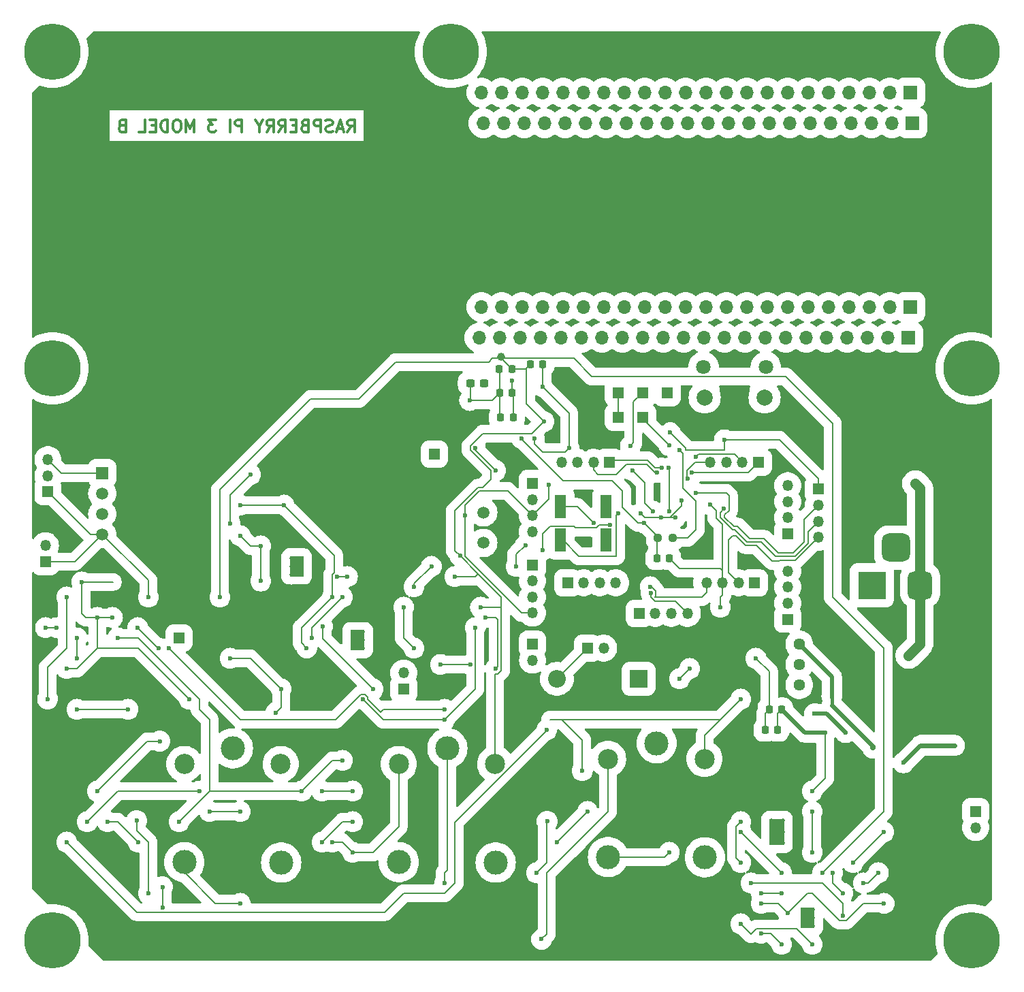
<source format=gbr>
%TF.GenerationSoftware,KiCad,Pcbnew,8.0.4*%
%TF.CreationDate,2024-10-02T08:39:37+07:00*%
%TF.ProjectId,Schematic_editted,53636865-6d61-4746-9963-5f6564697474,rev?*%
%TF.SameCoordinates,Original*%
%TF.FileFunction,Copper,L2,Bot*%
%TF.FilePolarity,Positive*%
%FSLAX46Y46*%
G04 Gerber Fmt 4.6, Leading zero omitted, Abs format (unit mm)*
G04 Created by KiCad (PCBNEW 8.0.4) date 2024-10-02 08:39:37*
%MOMM*%
%LPD*%
G01*
G04 APERTURE LIST*
G04 Aperture macros list*
%AMRoundRect*
0 Rectangle with rounded corners*
0 $1 Rounding radius*
0 $2 $3 $4 $5 $6 $7 $8 $9 X,Y pos of 4 corners*
0 Add a 4 corners polygon primitive as box body*
4,1,4,$2,$3,$4,$5,$6,$7,$8,$9,$2,$3,0*
0 Add four circle primitives for the rounded corners*
1,1,$1+$1,$2,$3*
1,1,$1+$1,$4,$5*
1,1,$1+$1,$6,$7*
1,1,$1+$1,$8,$9*
0 Add four rect primitives between the rounded corners*
20,1,$1+$1,$2,$3,$4,$5,0*
20,1,$1+$1,$4,$5,$6,$7,0*
20,1,$1+$1,$6,$7,$8,$9,0*
20,1,$1+$1,$8,$9,$2,$3,0*%
G04 Aperture macros list end*
%ADD10C,0.300000*%
%TA.AperFunction,NonConductor*%
%ADD11C,0.300000*%
%TD*%
%TA.AperFunction,ComponentPad*%
%ADD12R,1.350000X1.350000*%
%TD*%
%TA.AperFunction,ComponentPad*%
%ADD13O,1.350000X1.350000*%
%TD*%
%TA.AperFunction,HeatsinkPad*%
%ADD14C,0.500000*%
%TD*%
%TA.AperFunction,HeatsinkPad*%
%ADD15R,1.800000X2.500000*%
%TD*%
%TA.AperFunction,ComponentPad*%
%ADD16R,1.500000X1.500000*%
%TD*%
%TA.AperFunction,ComponentPad*%
%ADD17C,1.500000*%
%TD*%
%TA.AperFunction,ComponentPad*%
%ADD18C,1.800000*%
%TD*%
%TA.AperFunction,ComponentPad*%
%ADD19C,2.000000*%
%TD*%
%TA.AperFunction,ComponentPad*%
%ADD20R,1.700000X1.700000*%
%TD*%
%TA.AperFunction,ComponentPad*%
%ADD21O,1.700000X1.700000*%
%TD*%
%TA.AperFunction,ComponentPad*%
%ADD22R,2.200000X2.200000*%
%TD*%
%TA.AperFunction,ComponentPad*%
%ADD23O,2.200000X2.200000*%
%TD*%
%TA.AperFunction,ComponentPad*%
%ADD24C,7.000000*%
%TD*%
%TA.AperFunction,ComponentPad*%
%ADD25C,3.000000*%
%TD*%
%TA.AperFunction,ComponentPad*%
%ADD26C,2.500000*%
%TD*%
%TA.AperFunction,ComponentPad*%
%ADD27C,1.440000*%
%TD*%
%TA.AperFunction,HeatsinkPad*%
%ADD28R,1.900000X3.300000*%
%TD*%
%TA.AperFunction,ComponentPad*%
%ADD29R,3.500000X3.500000*%
%TD*%
%TA.AperFunction,ComponentPad*%
%ADD30RoundRect,0.750000X0.750000X1.000000X-0.750000X1.000000X-0.750000X-1.000000X0.750000X-1.000000X0*%
%TD*%
%TA.AperFunction,ComponentPad*%
%ADD31RoundRect,0.875000X0.875000X0.875000X-0.875000X0.875000X-0.875000X-0.875000X0.875000X-0.875000X0*%
%TD*%
%TA.AperFunction,SMDPad,CuDef*%
%ADD32RoundRect,0.225000X-0.225000X-0.250000X0.225000X-0.250000X0.225000X0.250000X-0.225000X0.250000X0*%
%TD*%
%TA.AperFunction,SMDPad,CuDef*%
%ADD33RoundRect,0.225000X0.225000X0.250000X-0.225000X0.250000X-0.225000X-0.250000X0.225000X-0.250000X0*%
%TD*%
%TA.AperFunction,SMDPad,CuDef*%
%ADD34RoundRect,0.237500X0.300000X0.237500X-0.300000X0.237500X-0.300000X-0.237500X0.300000X-0.237500X0*%
%TD*%
%TA.AperFunction,SMDPad,CuDef*%
%ADD35RoundRect,0.237500X0.250000X0.237500X-0.250000X0.237500X-0.250000X-0.237500X0.250000X-0.237500X0*%
%TD*%
%TA.AperFunction,SMDPad,CuDef*%
%ADD36R,1.430000X2.850000*%
%TD*%
%TA.AperFunction,ViaPad*%
%ADD37C,0.600000*%
%TD*%
%TA.AperFunction,ViaPad*%
%ADD38C,1.200000*%
%TD*%
%TA.AperFunction,ViaPad*%
%ADD39C,1.000000*%
%TD*%
%TA.AperFunction,ViaPad*%
%ADD40C,0.700000*%
%TD*%
%TA.AperFunction,Conductor*%
%ADD41C,0.200000*%
%TD*%
%TA.AperFunction,Conductor*%
%ADD42C,0.600000*%
%TD*%
%TA.AperFunction,Conductor*%
%ADD43C,0.500000*%
%TD*%
%TA.AperFunction,Conductor*%
%ADD44C,1.280000*%
%TD*%
%TA.AperFunction,Conductor*%
%ADD45C,0.400000*%
%TD*%
G04 APERTURE END LIST*
D10*
D11*
X119238346Y-46790828D02*
X119738346Y-46076542D01*
X120095489Y-46790828D02*
X120095489Y-45290828D01*
X120095489Y-45290828D02*
X119524060Y-45290828D01*
X119524060Y-45290828D02*
X119381203Y-45362257D01*
X119381203Y-45362257D02*
X119309774Y-45433685D01*
X119309774Y-45433685D02*
X119238346Y-45576542D01*
X119238346Y-45576542D02*
X119238346Y-45790828D01*
X119238346Y-45790828D02*
X119309774Y-45933685D01*
X119309774Y-45933685D02*
X119381203Y-46005114D01*
X119381203Y-46005114D02*
X119524060Y-46076542D01*
X119524060Y-46076542D02*
X120095489Y-46076542D01*
X118666917Y-46362257D02*
X117952632Y-46362257D01*
X118809774Y-46790828D02*
X118309774Y-45290828D01*
X118309774Y-45290828D02*
X117809774Y-46790828D01*
X117381203Y-46719400D02*
X117166918Y-46790828D01*
X117166918Y-46790828D02*
X116809775Y-46790828D01*
X116809775Y-46790828D02*
X116666918Y-46719400D01*
X116666918Y-46719400D02*
X116595489Y-46647971D01*
X116595489Y-46647971D02*
X116524060Y-46505114D01*
X116524060Y-46505114D02*
X116524060Y-46362257D01*
X116524060Y-46362257D02*
X116595489Y-46219400D01*
X116595489Y-46219400D02*
X116666918Y-46147971D01*
X116666918Y-46147971D02*
X116809775Y-46076542D01*
X116809775Y-46076542D02*
X117095489Y-46005114D01*
X117095489Y-46005114D02*
X117238346Y-45933685D01*
X117238346Y-45933685D02*
X117309775Y-45862257D01*
X117309775Y-45862257D02*
X117381203Y-45719400D01*
X117381203Y-45719400D02*
X117381203Y-45576542D01*
X117381203Y-45576542D02*
X117309775Y-45433685D01*
X117309775Y-45433685D02*
X117238346Y-45362257D01*
X117238346Y-45362257D02*
X117095489Y-45290828D01*
X117095489Y-45290828D02*
X116738346Y-45290828D01*
X116738346Y-45290828D02*
X116524060Y-45362257D01*
X115881204Y-46790828D02*
X115881204Y-45290828D01*
X115881204Y-45290828D02*
X115309775Y-45290828D01*
X115309775Y-45290828D02*
X115166918Y-45362257D01*
X115166918Y-45362257D02*
X115095489Y-45433685D01*
X115095489Y-45433685D02*
X115024061Y-45576542D01*
X115024061Y-45576542D02*
X115024061Y-45790828D01*
X115024061Y-45790828D02*
X115095489Y-45933685D01*
X115095489Y-45933685D02*
X115166918Y-46005114D01*
X115166918Y-46005114D02*
X115309775Y-46076542D01*
X115309775Y-46076542D02*
X115881204Y-46076542D01*
X113881204Y-46005114D02*
X113666918Y-46076542D01*
X113666918Y-46076542D02*
X113595489Y-46147971D01*
X113595489Y-46147971D02*
X113524061Y-46290828D01*
X113524061Y-46290828D02*
X113524061Y-46505114D01*
X113524061Y-46505114D02*
X113595489Y-46647971D01*
X113595489Y-46647971D02*
X113666918Y-46719400D01*
X113666918Y-46719400D02*
X113809775Y-46790828D01*
X113809775Y-46790828D02*
X114381204Y-46790828D01*
X114381204Y-46790828D02*
X114381204Y-45290828D01*
X114381204Y-45290828D02*
X113881204Y-45290828D01*
X113881204Y-45290828D02*
X113738347Y-45362257D01*
X113738347Y-45362257D02*
X113666918Y-45433685D01*
X113666918Y-45433685D02*
X113595489Y-45576542D01*
X113595489Y-45576542D02*
X113595489Y-45719400D01*
X113595489Y-45719400D02*
X113666918Y-45862257D01*
X113666918Y-45862257D02*
X113738347Y-45933685D01*
X113738347Y-45933685D02*
X113881204Y-46005114D01*
X113881204Y-46005114D02*
X114381204Y-46005114D01*
X112881204Y-46005114D02*
X112381204Y-46005114D01*
X112166918Y-46790828D02*
X112881204Y-46790828D01*
X112881204Y-46790828D02*
X112881204Y-45290828D01*
X112881204Y-45290828D02*
X112166918Y-45290828D01*
X110666918Y-46790828D02*
X111166918Y-46076542D01*
X111524061Y-46790828D02*
X111524061Y-45290828D01*
X111524061Y-45290828D02*
X110952632Y-45290828D01*
X110952632Y-45290828D02*
X110809775Y-45362257D01*
X110809775Y-45362257D02*
X110738346Y-45433685D01*
X110738346Y-45433685D02*
X110666918Y-45576542D01*
X110666918Y-45576542D02*
X110666918Y-45790828D01*
X110666918Y-45790828D02*
X110738346Y-45933685D01*
X110738346Y-45933685D02*
X110809775Y-46005114D01*
X110809775Y-46005114D02*
X110952632Y-46076542D01*
X110952632Y-46076542D02*
X111524061Y-46076542D01*
X109166918Y-46790828D02*
X109666918Y-46076542D01*
X110024061Y-46790828D02*
X110024061Y-45290828D01*
X110024061Y-45290828D02*
X109452632Y-45290828D01*
X109452632Y-45290828D02*
X109309775Y-45362257D01*
X109309775Y-45362257D02*
X109238346Y-45433685D01*
X109238346Y-45433685D02*
X109166918Y-45576542D01*
X109166918Y-45576542D02*
X109166918Y-45790828D01*
X109166918Y-45790828D02*
X109238346Y-45933685D01*
X109238346Y-45933685D02*
X109309775Y-46005114D01*
X109309775Y-46005114D02*
X109452632Y-46076542D01*
X109452632Y-46076542D02*
X110024061Y-46076542D01*
X108238346Y-46076542D02*
X108238346Y-46790828D01*
X108738346Y-45290828D02*
X108238346Y-46076542D01*
X108238346Y-46076542D02*
X107738346Y-45290828D01*
X106095490Y-46790828D02*
X106095490Y-45290828D01*
X106095490Y-45290828D02*
X105524061Y-45290828D01*
X105524061Y-45290828D02*
X105381204Y-45362257D01*
X105381204Y-45362257D02*
X105309775Y-45433685D01*
X105309775Y-45433685D02*
X105238347Y-45576542D01*
X105238347Y-45576542D02*
X105238347Y-45790828D01*
X105238347Y-45790828D02*
X105309775Y-45933685D01*
X105309775Y-45933685D02*
X105381204Y-46005114D01*
X105381204Y-46005114D02*
X105524061Y-46076542D01*
X105524061Y-46076542D02*
X106095490Y-46076542D01*
X104595490Y-46790828D02*
X104595490Y-45290828D01*
X102881204Y-45290828D02*
X101952632Y-45290828D01*
X101952632Y-45290828D02*
X102452632Y-45862257D01*
X102452632Y-45862257D02*
X102238347Y-45862257D01*
X102238347Y-45862257D02*
X102095490Y-45933685D01*
X102095490Y-45933685D02*
X102024061Y-46005114D01*
X102024061Y-46005114D02*
X101952632Y-46147971D01*
X101952632Y-46147971D02*
X101952632Y-46505114D01*
X101952632Y-46505114D02*
X102024061Y-46647971D01*
X102024061Y-46647971D02*
X102095490Y-46719400D01*
X102095490Y-46719400D02*
X102238347Y-46790828D01*
X102238347Y-46790828D02*
X102666918Y-46790828D01*
X102666918Y-46790828D02*
X102809775Y-46719400D01*
X102809775Y-46719400D02*
X102881204Y-46647971D01*
X100166919Y-46790828D02*
X100166919Y-45290828D01*
X100166919Y-45290828D02*
X99666919Y-46362257D01*
X99666919Y-46362257D02*
X99166919Y-45290828D01*
X99166919Y-45290828D02*
X99166919Y-46790828D01*
X98166918Y-45290828D02*
X97881204Y-45290828D01*
X97881204Y-45290828D02*
X97738347Y-45362257D01*
X97738347Y-45362257D02*
X97595490Y-45505114D01*
X97595490Y-45505114D02*
X97524061Y-45790828D01*
X97524061Y-45790828D02*
X97524061Y-46290828D01*
X97524061Y-46290828D02*
X97595490Y-46576542D01*
X97595490Y-46576542D02*
X97738347Y-46719400D01*
X97738347Y-46719400D02*
X97881204Y-46790828D01*
X97881204Y-46790828D02*
X98166918Y-46790828D01*
X98166918Y-46790828D02*
X98309776Y-46719400D01*
X98309776Y-46719400D02*
X98452633Y-46576542D01*
X98452633Y-46576542D02*
X98524061Y-46290828D01*
X98524061Y-46290828D02*
X98524061Y-45790828D01*
X98524061Y-45790828D02*
X98452633Y-45505114D01*
X98452633Y-45505114D02*
X98309776Y-45362257D01*
X98309776Y-45362257D02*
X98166918Y-45290828D01*
X96881204Y-46790828D02*
X96881204Y-45290828D01*
X96881204Y-45290828D02*
X96524061Y-45290828D01*
X96524061Y-45290828D02*
X96309775Y-45362257D01*
X96309775Y-45362257D02*
X96166918Y-45505114D01*
X96166918Y-45505114D02*
X96095489Y-45647971D01*
X96095489Y-45647971D02*
X96024061Y-45933685D01*
X96024061Y-45933685D02*
X96024061Y-46147971D01*
X96024061Y-46147971D02*
X96095489Y-46433685D01*
X96095489Y-46433685D02*
X96166918Y-46576542D01*
X96166918Y-46576542D02*
X96309775Y-46719400D01*
X96309775Y-46719400D02*
X96524061Y-46790828D01*
X96524061Y-46790828D02*
X96881204Y-46790828D01*
X95381204Y-46005114D02*
X94881204Y-46005114D01*
X94666918Y-46790828D02*
X95381204Y-46790828D01*
X95381204Y-46790828D02*
X95381204Y-45290828D01*
X95381204Y-45290828D02*
X94666918Y-45290828D01*
X93309775Y-46790828D02*
X94024061Y-46790828D01*
X94024061Y-46790828D02*
X94024061Y-45290828D01*
X91166918Y-46005114D02*
X90952632Y-46076542D01*
X90952632Y-46076542D02*
X90881203Y-46147971D01*
X90881203Y-46147971D02*
X90809775Y-46290828D01*
X90809775Y-46290828D02*
X90809775Y-46505114D01*
X90809775Y-46505114D02*
X90881203Y-46647971D01*
X90881203Y-46647971D02*
X90952632Y-46719400D01*
X90952632Y-46719400D02*
X91095489Y-46790828D01*
X91095489Y-46790828D02*
X91666918Y-46790828D01*
X91666918Y-46790828D02*
X91666918Y-45290828D01*
X91666918Y-45290828D02*
X91166918Y-45290828D01*
X91166918Y-45290828D02*
X91024061Y-45362257D01*
X91024061Y-45362257D02*
X90952632Y-45433685D01*
X90952632Y-45433685D02*
X90881203Y-45576542D01*
X90881203Y-45576542D02*
X90881203Y-45719400D01*
X90881203Y-45719400D02*
X90952632Y-45862257D01*
X90952632Y-45862257D02*
X91024061Y-45933685D01*
X91024061Y-45933685D02*
X91166918Y-46005114D01*
X91166918Y-46005114D02*
X91666918Y-46005114D01*
D12*
%TO.P,J26,1,Pin_1*%
%TO.N,PA7*%
X155496000Y-106680000D03*
D13*
%TO.P,J26,2,Pin_2*%
%TO.N,PB0*%
X157496000Y-106680000D03*
%TO.P,J26,3,Pin_3*%
%TO.N,PB1*%
X159496000Y-106680000D03*
%TO.P,J26,4,Pin_4*%
%TO.N,PB10*%
X161496000Y-106680000D03*
%TD*%
D14*
%TO.P,U6,9*%
%TO.N,N/C*%
X112254000Y-99834000D03*
X112254000Y-100834000D03*
X112254000Y-101834000D03*
D15*
X112904000Y-100834000D03*
D14*
X113554000Y-99834000D03*
X113554000Y-100834000D03*
X113554000Y-101834000D03*
%TD*%
D12*
%TO.P,J24,1,Pin_1*%
%TO.N,PA0*%
X142224000Y-100632000D03*
D13*
%TO.P,J24,2,Pin_2*%
%TO.N,PA1*%
X142224000Y-102632000D03*
%TO.P,J24,3,Pin_3*%
%TO.N,PA2*%
X142224000Y-104632000D03*
%TO.P,J24,4,Pin_4*%
%TO.N,GND*%
X142224000Y-106632000D03*
%TD*%
D16*
%TO.P,U9,1,VDD*%
%TO.N,Vout_3.3V*%
X88735900Y-89211000D03*
D17*
%TO.P,U9,2,DATA*%
%TO.N,Net-(J3-Pin_2)*%
X88735900Y-91751000D03*
%TO.P,U9,3,NC*%
%TO.N,unconnected-(U9-NC-Pad3)*%
X88735900Y-94291000D03*
%TO.P,U9,4,GND*%
%TO.N,GND*%
X88735900Y-96831000D03*
%TD*%
D18*
%TO.P,J13,6,Shield*%
%TO.N,unconnected-(J13-Shield-Pad6)*%
X171250000Y-76024000D03*
D19*
%TO.N,unconnected-(J13-Shield-Pad6)_1*%
X171100000Y-79824000D03*
%TO.N,unconnected-(J13-Shield-Pad6)_3*%
X163650000Y-79824000D03*
D18*
%TO.N,unconnected-(J13-Shield-Pad6)_2*%
X163500000Y-76024000D03*
%TD*%
D12*
%TO.P,J23,1,Pin_1*%
%TO.N,VBAT*%
X142224000Y-90520000D03*
D13*
%TO.P,J23,2,Pin_2*%
%TO.N,PC13*%
X142224000Y-92520000D03*
%TO.P,J23,3,Pin_3*%
%TO.N,GND*%
X142224000Y-94520000D03*
%TO.P,J23,4,Pin_4*%
%TO.N,VCC3.3V*%
X142224000Y-96520000D03*
%TD*%
D12*
%TO.P,J21,1,Pin_1*%
%TO.N,PB3*%
X170322000Y-87884000D03*
D13*
%TO.P,J21,2,Pin_2*%
%TO.N,PB4*%
X168322000Y-87884000D03*
%TO.P,J21,3,Pin_3*%
%TO.N,PB5*%
X166322000Y-87884000D03*
%TO.P,J21,4,Pin_4*%
%TO.N,PA15*%
X164322000Y-87884000D03*
%TD*%
D12*
%TO.P,J31,1,Pin_1*%
%TO.N,GND*%
X130034000Y-86864000D03*
%TD*%
D20*
%TO.P,J4,1,Pin_1*%
%TO.N,Net-(J18-Pin_1)*%
X189230000Y-41910000D03*
D21*
%TO.P,J4,2,Pin_2*%
%TO.N,Net-(J18-Pin_2)*%
X186690000Y-41910000D03*
%TO.P,J4,3,Pin_3*%
%TO.N,Net-(J18-Pin_3)*%
X184150000Y-41910000D03*
%TO.P,J4,4,Pin_4*%
%TO.N,Net-(J18-Pin_4)*%
X181610000Y-41910000D03*
%TO.P,J4,5,Pin_5*%
%TO.N,Net-(J18-Pin_5)*%
X179070000Y-41910000D03*
%TO.P,J4,6,Pin_6*%
%TO.N,Net-(J18-Pin_6)*%
X176530000Y-41910000D03*
%TO.P,J4,7,Pin_7*%
%TO.N,Net-(J18-Pin_7)*%
X173990000Y-41910000D03*
%TO.P,J4,8,Pin_8*%
%TO.N,Net-(J18-Pin_8)*%
X171450000Y-41910000D03*
%TO.P,J4,9,Pin_9*%
%TO.N,Net-(J18-Pin_9)*%
X168910000Y-41910000D03*
%TO.P,J4,10,Pin_10*%
%TO.N,Net-(J18-Pin_10)*%
X166370000Y-41910000D03*
%TO.P,J4,11,Pin_11*%
%TO.N,Net-(J18-Pin_11)*%
X163830000Y-41910000D03*
%TO.P,J4,12,Pin_12*%
%TO.N,Net-(J18-Pin_12)*%
X161290000Y-41910000D03*
%TO.P,J4,13,Pin_13*%
%TO.N,Net-(J18-Pin_13)*%
X158750000Y-41910000D03*
%TO.P,J4,14,Pin_14*%
%TO.N,Net-(J18-Pin_14)*%
X156210000Y-41910000D03*
%TO.P,J4,15,Pin_15*%
%TO.N,Net-(J18-Pin_15)*%
X153670000Y-41910000D03*
%TO.P,J4,16,Pin_16*%
%TO.N,Net-(J18-Pin_16)*%
X151130000Y-41910000D03*
%TO.P,J4,17,Pin_17*%
%TO.N,Net-(J18-Pin_17)*%
X148590000Y-41910000D03*
%TO.P,J4,18,Pin_18*%
%TO.N,Net-(J18-Pin_18)*%
X146050000Y-41910000D03*
%TO.P,J4,19,Pin_19*%
%TO.N,Net-(J18-Pin_19)*%
X143510000Y-41910000D03*
%TO.P,J4,20,Pin_20*%
%TO.N,Net-(J18-Pin_20)*%
X140970000Y-41910000D03*
%TO.P,J4,21,Pin_21*%
%TO.N,Net-(J18-Pin_21)*%
X138430000Y-41910000D03*
%TO.P,J4,22,Pin_22*%
%TO.N,Net-(J18-Pin_22)*%
X135890000Y-41910000D03*
%TD*%
D12*
%TO.P,J12,1,Pin_1*%
%TO.N,Net-(J12-Pin_1)*%
X155940000Y-79248000D03*
%TD*%
%TO.P,J28,1,Pin_1*%
%TO.N,PA8*%
X173974000Y-96774000D03*
D13*
%TO.P,J28,2,Pin_2*%
%TO.N,PA9*%
X173974000Y-94774000D03*
%TO.P,J28,3,Pin_3*%
%TO.N,PA10*%
X173974000Y-92774000D03*
%TO.P,J28,4,Pin_4*%
%TO.N,unconnected-(J28-Pin_4-Pad4)*%
X173974000Y-90774000D03*
%TD*%
D12*
%TO.P,OP_AMP_3,1,Pin_1*%
%TO.N,POS_5V*%
X126224000Y-116074000D03*
D13*
%TO.P,OP_AMP_3,2,Pin_2*%
%TO.N,Net-(J39-Pin_2)*%
X126224000Y-114074000D03*
%TD*%
D12*
%TO.P,J14,1,Pin_1*%
%TO.N,VCC3.3*%
X152892000Y-82296000D03*
%TD*%
D22*
%TO.P,D18,1,K*%
%TO.N,Net-(D18-K)*%
X155434000Y-114804000D03*
D23*
%TO.P,D18,2,A*%
%TO.N,Net-(D18-A)*%
X145274000Y-114804000D03*
%TD*%
D12*
%TO.P,J16,1,Pin_1*%
%TO.N,GND*%
X177784000Y-91218000D03*
D13*
%TO.P,J16,2,Pin_2*%
%TO.N,SWCLK*%
X177784000Y-93218000D03*
%TO.P,J16,3,Pin_3*%
%TO.N,SWDIO*%
X177784000Y-95218000D03*
%TO.P,J16,4,Pin_4*%
%TO.N,VCC3.3*%
X177784000Y-97218000D03*
%TD*%
D12*
%TO.P,J39,1,Pin_1*%
%TO.N,GND*%
X142240000Y-110490000D03*
D13*
%TO.P,J39,2,Pin_2*%
%TO.N,Net-(J39-Pin_2)*%
X142240000Y-112490000D03*
%TD*%
D12*
%TO.P,J15,1,Pin_1*%
%TO.N,VCC3.3*%
X152892000Y-79248000D03*
%TD*%
D24*
%TO.P,H3,1*%
%TO.N,N/C*%
X132080000Y-36830000D03*
%TD*%
D12*
%TO.P,J17,1,Pin_1*%
%TO.N,Net-(D18-A)*%
X149084000Y-110994000D03*
D13*
%TO.P,J17,2,Pin_2*%
%TO.N,Net-(D18-K)*%
X151084000Y-110994000D03*
%TD*%
D25*
%TO.P,K3,1*%
%TO.N,COM_3*%
X157674000Y-122814000D03*
D26*
%TO.P,K3,2*%
%TO.N,Net-(D16-K)*%
X151624000Y-124764000D03*
D25*
%TO.P,K3,3*%
%TO.N,NO_3*%
X151624000Y-136964000D03*
%TO.P,K3,4*%
%TO.N,NC_3*%
X163674000Y-137014000D03*
D26*
%TO.P,K3,5*%
%TO.N,POS_5V*%
X163624000Y-124764000D03*
%TD*%
D24*
%TO.P,H4,1*%
%TO.N,N/C*%
X82550000Y-76200000D03*
%TD*%
D17*
%TO.P,Y1,1,1*%
%TO.N,OSC_IN*%
X136128000Y-94112000D03*
%TO.P,Y1,2,2*%
%TO.N,OSC_OUT*%
X136128000Y-97912000D03*
%TD*%
D12*
%TO.P,J25,1,Pin_1*%
%TO.N,PA3*%
X146590000Y-102870000D03*
D13*
%TO.P,J25,2,Pin_2*%
%TO.N,PA4*%
X148590000Y-102870000D03*
%TO.P,J25,3,Pin_3*%
%TO.N,PA5*%
X150590000Y-102870000D03*
%TO.P,J25,4,Pin_4*%
%TO.N,PA6*%
X152590000Y-102870000D03*
%TD*%
D14*
%TO.P,U7,9*%
%TO.N,N/C*%
X119844000Y-108994000D03*
X119844000Y-109994000D03*
X119844000Y-110994000D03*
D15*
X120494000Y-109994000D03*
D14*
X121144000Y-108994000D03*
X121144000Y-109994000D03*
X121144000Y-110994000D03*
%TD*%
D12*
%TO.P,J1,1,Pin_1*%
%TO.N,GND*%
X81674700Y-100244000D03*
D13*
%TO.P,J1,2,Pin_2*%
%TO.N,/AO*%
X81674700Y-98244000D03*
%TD*%
D12*
%TO.P,J22,1,Pin_1*%
%TO.N,PB6*%
X151828000Y-87884000D03*
D13*
%TO.P,J22,2,Pin_2*%
%TO.N,PB7*%
X149828000Y-87884000D03*
%TO.P,J22,3,Pin_3*%
%TO.N,PB8*%
X147828000Y-87884000D03*
%TO.P,J22,4,Pin_4*%
%TO.N,PB9*%
X145828000Y-87884000D03*
%TD*%
D24*
%TO.P,H7,1*%
%TO.N,N/C*%
X82550000Y-76200000D03*
%TD*%
D20*
%TO.P,J18,1,Pin_1*%
%TO.N,Net-(J18-Pin_1)*%
X189480000Y-45720000D03*
D21*
%TO.P,J18,2,Pin_2*%
%TO.N,Net-(J18-Pin_2)*%
X186940000Y-45720000D03*
%TO.P,J18,3,Pin_3*%
%TO.N,Net-(J18-Pin_3)*%
X184400000Y-45720000D03*
%TO.P,J18,4,Pin_4*%
%TO.N,Net-(J18-Pin_4)*%
X181860000Y-45720000D03*
%TO.P,J18,5,Pin_5*%
%TO.N,Net-(J18-Pin_5)*%
X179320000Y-45720000D03*
%TO.P,J18,6,Pin_6*%
%TO.N,Net-(J18-Pin_6)*%
X176780000Y-45720000D03*
%TO.P,J18,7,Pin_7*%
%TO.N,Net-(J18-Pin_7)*%
X174240000Y-45720000D03*
%TO.P,J18,8,Pin_8*%
%TO.N,Net-(J18-Pin_8)*%
X171700000Y-45720000D03*
%TO.P,J18,9,Pin_9*%
%TO.N,Net-(J18-Pin_9)*%
X169160000Y-45720000D03*
%TO.P,J18,10,Pin_10*%
%TO.N,Net-(J18-Pin_10)*%
X166620000Y-45720000D03*
%TO.P,J18,11,Pin_11*%
%TO.N,Net-(J18-Pin_11)*%
X164080000Y-45720000D03*
%TO.P,J18,12,Pin_12*%
%TO.N,Net-(J18-Pin_12)*%
X161540000Y-45720000D03*
%TO.P,J18,13,Pin_13*%
%TO.N,Net-(J18-Pin_13)*%
X159000000Y-45720000D03*
%TO.P,J18,14,Pin_14*%
%TO.N,Net-(J18-Pin_14)*%
X156460000Y-45720000D03*
%TO.P,J18,15,Pin_15*%
%TO.N,Net-(J18-Pin_15)*%
X153920000Y-45720000D03*
%TO.P,J18,16,Pin_16*%
%TO.N,Net-(J18-Pin_16)*%
X151380000Y-45720000D03*
%TO.P,J18,17,Pin_17*%
%TO.N,Net-(J18-Pin_17)*%
X148840000Y-45720000D03*
%TO.P,J18,18,Pin_18*%
%TO.N,Net-(J18-Pin_18)*%
X146300000Y-45720000D03*
%TO.P,J18,19,Pin_19*%
%TO.N,Net-(J18-Pin_19)*%
X143760000Y-45720000D03*
%TO.P,J18,20,Pin_20*%
%TO.N,Net-(J18-Pin_20)*%
X141220000Y-45720000D03*
%TO.P,J18,21,Pin_21*%
%TO.N,Net-(J18-Pin_21)*%
X138680000Y-45720000D03*
%TO.P,J18,22,Pin_22*%
%TO.N,Net-(J18-Pin_22)*%
X136140000Y-45720000D03*
%TD*%
D12*
%TO.P,J3,1,Pin_1*%
%TO.N,GND*%
X81979500Y-91547800D03*
D13*
%TO.P,J3,2,Pin_2*%
%TO.N,Net-(J3-Pin_2)*%
X81979500Y-89547800D03*
%TO.P,J3,3,Pin_3*%
%TO.N,Vout_3.3V*%
X81979500Y-87547800D03*
%TD*%
D12*
%TO.P,J32,1,Pin_1*%
%TO.N,OUT_LIGHT*%
X98284000Y-109724000D03*
%TD*%
D24*
%TO.P,H1,1*%
%TO.N,N/C*%
X82550000Y-36830000D03*
%TD*%
D12*
%TO.P,J20,1,Pin_1*%
%TO.N,PB12*%
X173974000Y-107410000D03*
D13*
%TO.P,J20,2,Pin_2*%
%TO.N,PB13*%
X173974000Y-105410000D03*
%TO.P,J20,3,Pin_3*%
%TO.N,PB14*%
X173974000Y-103410000D03*
%TO.P,J20,4,Pin_4*%
%TO.N,PB15*%
X173974000Y-101410000D03*
%TD*%
D24*
%TO.P,H6,1*%
%TO.N,N/C*%
X196850000Y-147320000D03*
%TD*%
D12*
%TO.P,J30,1,Pin_1*%
%TO.N,GND*%
X158988000Y-79248000D03*
%TD*%
%TO.P,J11,1,Pin_1*%
%TO.N,GND*%
X197344000Y-131314000D03*
D13*
%TO.P,J11,2,Pin_2*%
%TO.N,Net-(J11-Pin_2)*%
X197344000Y-133314000D03*
%TD*%
D20*
%TO.P,J19,1,Pin_1*%
%TO.N,Net-(J19-Pin_1)*%
X189230000Y-68580000D03*
D21*
%TO.P,J19,2,Pin_2*%
%TO.N,Net-(J19-Pin_2)*%
X186690000Y-68580000D03*
%TO.P,J19,3,Pin_3*%
%TO.N,Net-(J19-Pin_3)*%
X184150000Y-68580000D03*
%TO.P,J19,4,Pin_4*%
%TO.N,Net-(J19-Pin_4)*%
X181610000Y-68580000D03*
%TO.P,J19,5,Pin_5*%
%TO.N,Net-(J19-Pin_5)*%
X179070000Y-68580000D03*
%TO.P,J19,6,Pin_6*%
%TO.N,Net-(J19-Pin_6)*%
X176530000Y-68580000D03*
%TO.P,J19,7,Pin_7*%
%TO.N,Net-(J19-Pin_7)*%
X173990000Y-68580000D03*
%TO.P,J19,8,Pin_8*%
%TO.N,Net-(J19-Pin_8)*%
X171450000Y-68580000D03*
%TO.P,J19,9,Pin_9*%
%TO.N,Net-(J19-Pin_9)*%
X168910000Y-68580000D03*
%TO.P,J19,10,Pin_10*%
%TO.N,Net-(J19-Pin_10)*%
X166370000Y-68580000D03*
%TO.P,J19,11,Pin_11*%
%TO.N,Net-(J19-Pin_11)*%
X163830000Y-68580000D03*
%TO.P,J19,12,Pin_12*%
%TO.N,Net-(J19-Pin_12)*%
X161290000Y-68580000D03*
%TO.P,J19,13,Pin_13*%
%TO.N,Net-(J19-Pin_13)*%
X158750000Y-68580000D03*
%TO.P,J19,14,Pin_14*%
%TO.N,Net-(J19-Pin_14)*%
X156210000Y-68580000D03*
%TO.P,J19,15,Pin_15*%
%TO.N,Net-(J19-Pin_15)*%
X153670000Y-68580000D03*
%TO.P,J19,16,Pin_16*%
%TO.N,Net-(J19-Pin_16)*%
X151130000Y-68580000D03*
%TO.P,J19,17,Pin_17*%
%TO.N,Net-(J19-Pin_17)*%
X148590000Y-68580000D03*
%TO.P,J19,18,Pin_18*%
%TO.N,Net-(J19-Pin_18)*%
X146050000Y-68580000D03*
%TO.P,J19,19,Pin_19*%
%TO.N,Net-(J19-Pin_19)*%
X143510000Y-68580000D03*
%TO.P,J19,20,Pin_20*%
%TO.N,Net-(J19-Pin_20)*%
X140970000Y-68580000D03*
%TO.P,J19,21,Pin_21*%
%TO.N,POS_5V*%
X138430000Y-68580000D03*
%TO.P,J19,22,Pin_22*%
%TO.N,GND*%
X135890000Y-68580000D03*
%TD*%
D27*
%TO.P,RV4,1,1*%
%TO.N,Net-(U8-FB)*%
X175407063Y-110517763D03*
%TO.P,RV4,2,2*%
%TO.N,unconnected-(RV4-Pad2)*%
X175407063Y-113057763D03*
%TO.P,RV4,3,3*%
%TO.N,POS_5V*%
X175407063Y-115597763D03*
%TD*%
D12*
%TO.P,J27,1,Pin_1*%
%TO.N,PB11*%
X169862000Y-102870000D03*
D13*
%TO.P,J27,2,Pin_2*%
%TO.N,VCC3.3*%
X167862000Y-102870000D03*
%TO.P,J27,3,Pin_3*%
%TO.N,GND*%
X165862000Y-102870000D03*
%TO.P,J27,4,Pin_4*%
%TO.N,BOOT1*%
X163862000Y-102870000D03*
%TD*%
D24*
%TO.P,H2,1*%
%TO.N,N/C*%
X196850000Y-36830000D03*
%TD*%
%TO.P,H8,1*%
%TO.N,N/C*%
X196850000Y-76200000D03*
%TD*%
D14*
%TO.P,U3,9*%
%TO.N,N/C*%
X175804000Y-143534000D03*
X175804000Y-144534000D03*
X175804000Y-145534000D03*
D15*
X176454000Y-144534000D03*
D14*
X177104000Y-143534000D03*
X177104000Y-144534000D03*
X177104000Y-145534000D03*
%TD*%
%TO.P,U5,9*%
%TO.N,N/C*%
X171944000Y-132454000D03*
X171944000Y-133854000D03*
X171944000Y-135254000D03*
D28*
X172644000Y-133854000D03*
D14*
X173344000Y-132454000D03*
X173344000Y-133854000D03*
X173344000Y-135254000D03*
%TD*%
D24*
%TO.P,H5,1*%
%TO.N,N/C*%
X82550000Y-147320000D03*
%TD*%
D20*
%TO.P,J5,1,Pin_1*%
%TO.N,Net-(J19-Pin_1)*%
X188970000Y-72390000D03*
D21*
%TO.P,J5,2,Pin_2*%
%TO.N,Net-(J19-Pin_2)*%
X186430000Y-72390000D03*
%TO.P,J5,3,Pin_3*%
%TO.N,Net-(J19-Pin_3)*%
X183890000Y-72390000D03*
%TO.P,J5,4,Pin_4*%
%TO.N,Net-(J19-Pin_4)*%
X181350000Y-72390000D03*
%TO.P,J5,5,Pin_5*%
%TO.N,Net-(J19-Pin_5)*%
X178810000Y-72390000D03*
%TO.P,J5,6,Pin_6*%
%TO.N,Net-(J19-Pin_6)*%
X176270000Y-72390000D03*
%TO.P,J5,7,Pin_7*%
%TO.N,Net-(J19-Pin_7)*%
X173730000Y-72390000D03*
%TO.P,J5,8,Pin_8*%
%TO.N,Net-(J19-Pin_8)*%
X171190000Y-72390000D03*
%TO.P,J5,9,Pin_9*%
%TO.N,Net-(J19-Pin_9)*%
X168650000Y-72390000D03*
%TO.P,J5,10,Pin_10*%
%TO.N,Net-(J19-Pin_10)*%
X166110000Y-72390000D03*
%TO.P,J5,11,Pin_11*%
%TO.N,Net-(J19-Pin_11)*%
X163570000Y-72390000D03*
%TO.P,J5,12,Pin_12*%
%TO.N,Net-(J19-Pin_12)*%
X161030000Y-72390000D03*
%TO.P,J5,13,Pin_13*%
%TO.N,Net-(J19-Pin_13)*%
X158490000Y-72390000D03*
%TO.P,J5,14,Pin_14*%
%TO.N,Net-(J19-Pin_14)*%
X155950000Y-72390000D03*
%TO.P,J5,15,Pin_15*%
%TO.N,Net-(J19-Pin_15)*%
X153410000Y-72390000D03*
%TO.P,J5,16,Pin_16*%
%TO.N,Net-(J19-Pin_16)*%
X150870000Y-72390000D03*
%TO.P,J5,17,Pin_17*%
%TO.N,Net-(J19-Pin_17)*%
X148330000Y-72390000D03*
%TO.P,J5,18,Pin_18*%
%TO.N,Net-(J19-Pin_18)*%
X145790000Y-72390000D03*
%TO.P,J5,19,Pin_19*%
%TO.N,Net-(J19-Pin_19)*%
X143250000Y-72390000D03*
%TO.P,J5,20,Pin_20*%
%TO.N,Net-(J19-Pin_20)*%
X140710000Y-72390000D03*
%TO.P,J5,21,Pin_21*%
%TO.N,POS_5V*%
X138170000Y-72390000D03*
%TO.P,J5,22,Pin_22*%
%TO.N,GND*%
X135630000Y-72390000D03*
%TD*%
D29*
%TO.P,J37,1*%
%TO.N,12V*%
X184442237Y-103175737D03*
D30*
%TO.P,J37,2*%
%TO.N,GND*%
X190442237Y-103175737D03*
D31*
%TO.P,J37,3*%
%TO.N,N/C*%
X187442237Y-98475737D03*
%TD*%
D25*
%TO.P,K1,1*%
%TO.N,COM_1*%
X104984000Y-123464000D03*
D26*
%TO.P,K1,2*%
%TO.N,Net-(D7-K)*%
X98934000Y-125414000D03*
D25*
%TO.P,K1,3*%
%TO.N,NO_1*%
X98934000Y-137614000D03*
%TO.P,K1,4*%
%TO.N,NC_1*%
X110984000Y-137664000D03*
D26*
%TO.P,K1,5*%
%TO.N,POS_5V*%
X110934000Y-125414000D03*
%TD*%
D12*
%TO.P,J29,1,Pin_1*%
%TO.N,Net-(J29-Pin_1)*%
X155940000Y-82296000D03*
%TD*%
D25*
%TO.P,K2,1*%
%TO.N,COM_2*%
X131654000Y-123464000D03*
D26*
%TO.P,K2,2*%
%TO.N,Net-(D12-K)*%
X125604000Y-125414000D03*
D25*
%TO.P,K2,3*%
%TO.N,NO_2*%
X125604000Y-137614000D03*
%TO.P,K2,4*%
%TO.N,NC_2*%
X137654000Y-137664000D03*
D26*
%TO.P,K2,5*%
%TO.N,POS_5V*%
X137604000Y-125414000D03*
%TD*%
D32*
%TO.P,C35,1*%
%TO.N,Vout_3.3V*%
X171169000Y-121154000D03*
%TO.P,C35,2*%
%TO.N,GND*%
X172719000Y-121154000D03*
%TD*%
D33*
%TO.P,104\u002C2,1*%
%TO.N,VCC3.3*%
X139824000Y-82321400D03*
%TO.P,104\u002C2,2*%
%TO.N,GND*%
X138274000Y-82321400D03*
%TD*%
%TO.P,C9,1*%
%TO.N,VCC3.3*%
X139697000Y-79248000D03*
%TO.P,C9,2*%
%TO.N,GND*%
X138147000Y-79248000D03*
%TD*%
%TO.P,C2,1*%
%TO.N,POS_5V*%
X139646200Y-76327000D03*
%TO.P,C2,2*%
%TO.N,GND*%
X138096200Y-76327000D03*
%TD*%
D32*
%TO.P,C1,1*%
%TO.N,POS_5V*%
X141957000Y-75692000D03*
%TO.P,C1,2*%
%TO.N,GND*%
X143507000Y-75692000D03*
%TD*%
D34*
%TO.P,104\u002C4,1*%
%TO.N,VCC3.3*%
X136215500Y-78036250D03*
%TO.P,104\u002C4,2*%
%TO.N,GND*%
X134490500Y-78036250D03*
%TD*%
D32*
%TO.P,105\u002C1,1*%
%TO.N,RESET*%
X157705000Y-99822000D03*
%TO.P,105\u002C1,2*%
%TO.N,GND*%
X159255000Y-99822000D03*
%TD*%
%TO.P,C34,1*%
%TO.N,Vout_3.3V*%
X171664000Y-118614000D03*
%TO.P,C34,2*%
%TO.N,GND*%
X173214000Y-118614000D03*
%TD*%
D35*
%TO.P,R3\u002C2,1*%
%TO.N,Vout_3.3*%
X159646500Y-97282000D03*
%TO.P,R3\u002C2,2*%
%TO.N,RESET*%
X157821500Y-97282000D03*
%TD*%
D36*
%TO.P,Y2,1,1*%
%TO.N,OSC_IN_PC14*%
X145738000Y-93429000D03*
%TO.P,Y2,2,2*%
%TO.N,unconnected-(Y2-Pad2)*%
X151368000Y-93429000D03*
%TO.P,Y2,3,3*%
%TO.N,unconnected-(Y2-Pad3)*%
X151368000Y-97579000D03*
%TO.P,Y2,4,4*%
%TO.N,OSC_OUT_PC15*%
X145738000Y-97579000D03*
%TD*%
D37*
%TO.N,VCC3.3*%
X139824000Y-82321400D03*
X160766000Y-92654000D03*
X158226000Y-94742000D03*
X160004000Y-94742000D03*
X155686000Y-94234000D03*
X136115000Y-78036250D03*
X139684000Y-77724000D03*
%TO.N,GND*%
X173214000Y-118614000D03*
X185244000Y-138934000D03*
X173214000Y-138934000D03*
X178643237Y-121503237D03*
X194711063Y-123087763D03*
X183374000Y-140204000D03*
X188361063Y-125249763D03*
X177024000Y-128774000D03*
X168135765Y-133852235D03*
%TO.N,RESET*%
X140901200Y-84912200D03*
X156121892Y-95431892D03*
%TO.N,POS_5V*%
X104634000Y-112264000D03*
X143646000Y-82818000D03*
X133844000Y-94484000D03*
X142476200Y-84912200D03*
X89394000Y-132584000D03*
X166100000Y-85090000D03*
X159368000Y-84200000D03*
X90664000Y-109724000D03*
X114794000Y-109724000D03*
X148424000Y-126234000D03*
D38*
X189840537Y-90534237D03*
D39*
X138294000Y-74794000D03*
D37*
%TO.N,Net-(D3-K)*%
X137652000Y-88900000D03*
%TO.N,POS_5V*%
X107174000Y-89404000D03*
X135784000Y-105914000D03*
X118604000Y-104644000D03*
X144061200Y-132526800D03*
X93204000Y-135124000D03*
X104634000Y-95474000D03*
X132574000Y-102104000D03*
X160512000Y-86360000D03*
X142734000Y-138934000D03*
X94474000Y-104644000D03*
X145274000Y-135124000D03*
X143494000Y-78486000D03*
X118604000Y-124964000D03*
X168134000Y-117344000D03*
X98284000Y-132584000D03*
X113524000Y-128774000D03*
X146796000Y-86106000D03*
X133231157Y-99516843D03*
X154670000Y-88900000D03*
X134424500Y-80189500D03*
%TO.N,Net-(D3-K)*%
X135112000Y-86106000D03*
%TO.N,POS_5V*%
X110314000Y-119014000D03*
X164322000Y-93154000D03*
X178294000Y-138934000D03*
X110984000Y-116074000D03*
X157210000Y-93980000D03*
X144256000Y-90678000D03*
X149084000Y-131314000D03*
X165594000Y-105914000D03*
X138274000Y-82321400D03*
X103364000Y-104644000D03*
%TO.N,OSC_IN*%
X140194000Y-100834000D03*
X141343000Y-98179000D03*
%TO.N,OSC_OUT*%
X151876000Y-95653998D03*
X143494000Y-98806000D03*
%TO.N,NEG_5V*%
X122414000Y-116074000D03*
X105904000Y-97024000D03*
X116144000Y-108297973D03*
X135114000Y-108454000D03*
X168134000Y-145284000D03*
X177024000Y-147824000D03*
X108444000Y-98294000D03*
X131304000Y-119884000D03*
X121144000Y-117344000D03*
X108444000Y-102636200D03*
%TO.N,OSC_IN_PC14*%
X149844000Y-95453998D03*
%TO.N,OSC_OUT_PC15*%
X146013000Y-97579000D03*
X152912000Y-94254000D03*
%TO.N,/AO*%
X89994000Y-107184000D03*
X99554000Y-117344000D03*
X86194350Y-102763650D03*
X88124000Y-107184000D03*
X84314000Y-113534000D03*
%TO.N,Net-(U3-+)*%
X170674000Y-141474000D03*
X173214000Y-141474000D03*
%TO.N,Net-(C12-Pad1)*%
X169404000Y-140204000D03*
X180834000Y-144256500D03*
%TO.N,Net-(U3--)*%
X173979000Y-143899000D03*
X185955800Y-142744000D03*
X170674000Y-142744000D03*
%TO.N,Net-(C22-Pad1)*%
X119214000Y-102104000D03*
X117944000Y-102104000D03*
%TO.N,Net-(U10-CAP-)*%
X126224000Y-105914000D03*
X127494000Y-110994000D03*
%TO.N,Vout_3.3V*%
X170014000Y-112264000D03*
X160514000Y-114804000D03*
X131304000Y-118614000D03*
X161784000Y-113534000D03*
X97014000Y-110994000D03*
%TO.N,Net-(D1-K)*%
X83044000Y-108454000D03*
X81684600Y-108454000D03*
%TO.N,Net-(D5-A)*%
X179564000Y-138934000D03*
X180834000Y-141474000D03*
%TO.N,Net-(D6-A)*%
X93014392Y-132442578D03*
X94474000Y-141474000D03*
%TO.N,Net-(D7-A)*%
X96224000Y-143224000D03*
X96224000Y-140684000D03*
%TO.N,Net-(D10-A)*%
X116064000Y-135124000D03*
X119874000Y-132584000D03*
%TO.N,Net-(D11-K)*%
X177319063Y-119153763D03*
X181183237Y-121503237D03*
%TO.N,Net-(D12-A)*%
X119874000Y-128774000D03*
X116064000Y-128774000D03*
%TO.N,Net-(D12-K)*%
X117334000Y-135124000D03*
X119874000Y-136394000D03*
%TO.N,Net-(D16-K)*%
X143369000Y-147189000D03*
%TO.N,Net-(D18-A)*%
X137654000Y-113534000D03*
X136384000Y-107184000D03*
%TO.N,INPUT_2*%
X100824000Y-128774000D03*
X102094000Y-131314000D03*
X86854000Y-132584000D03*
X105904000Y-131314000D03*
%TO.N,INPUT_1*%
X88124000Y-128774000D03*
X95890765Y-122570765D03*
%TO.N,INPUT_3*%
X84314000Y-135124000D03*
X144004000Y-121154000D03*
%TO.N,NO_1*%
X105904000Y-142744000D03*
%TO.N,Net-(J7-Pin_3)*%
X85584000Y-109724000D03*
X85584000Y-112264000D03*
%TO.N,Net-(J7-Pin_2)*%
X84314000Y-104644000D03*
X91934000Y-118614000D03*
X85584000Y-118614000D03*
X81937629Y-117318601D03*
%TO.N,NO_3*%
X159244000Y-136394000D03*
%TO.N,COM_2*%
X131304000Y-140204000D03*
%TO.N,Net-(J11-Pin_2)*%
X185914000Y-133854000D03*
X182104000Y-137664000D03*
%TO.N,Net-(J12-Pin_1)*%
X154416000Y-85852000D03*
%TO.N,SWDIO*%
X166056735Y-93654000D03*
%TO.N,SWCLK*%
X162544000Y-91694000D03*
%TO.N,Net-(J29-Pin_1)*%
X159242000Y-85805000D03*
%TO.N,Net-(J39-Pin_2)*%
X134514000Y-113030000D03*
X130810000Y-113030000D03*
%TO.N,BOOT1*%
X159198735Y-88602735D03*
X159242000Y-93980000D03*
X156892466Y-103362000D03*
%TO.N,Net-(R5-Pad1)*%
X170674000Y-146449000D03*
X173214000Y-147824000D03*
%TO.N,Net-(U5--)*%
X168134000Y-137664000D03*
X168134000Y-132584000D03*
X177024000Y-131314000D03*
X177024000Y-136394000D03*
%TO.N,Net-(U7--)*%
X114154000Y-110964760D03*
X117334000Y-104644000D03*
X105904000Y-93214000D03*
X111341500Y-93214000D03*
D40*
%TO.N,Net-(U8-FB)*%
X184551063Y-123344763D03*
D37*
X179471063Y-116994763D03*
%TO.N,Net-(U10-(NC)BOOST)*%
X127494000Y-103374000D03*
X129654000Y-100834000D03*
%TO.N,OUT_LIGHT*%
X93153142Y-108454000D03*
X95744000Y-110994000D03*
%TO.N,PB4*%
X162544000Y-87218500D03*
%TO.N,PB10*%
X156957580Y-104159349D03*
%TO.N,PB6*%
X158283687Y-88588313D03*
%TO.N,PB7*%
X157718000Y-89154000D03*
%TO.N,PA15*%
X161528000Y-89916000D03*
%TO.N,PB3*%
X162036000Y-89154000D03*
%TD*%
D41*
%TO.N,VCC3.3*%
X168728314Y-98190000D02*
X170056000Y-98190000D01*
X172837686Y-100190000D02*
X172951686Y-100076000D01*
X156194000Y-94742000D02*
X158226000Y-94742000D01*
X139824000Y-79375000D02*
X139697000Y-79248000D01*
X172951686Y-100076000D02*
X174926000Y-100076000D01*
X159328529Y-94742000D02*
X160766000Y-93304529D01*
X174926000Y-100076000D02*
X177784000Y-97218000D01*
X172056000Y-100190000D02*
X172837686Y-100190000D01*
X155686000Y-94234000D02*
X156194000Y-94742000D01*
X139697000Y-77737000D02*
X139684000Y-77724000D01*
X139824000Y-82321400D02*
X139824000Y-79375000D01*
X167862000Y-102870000D02*
X166608000Y-101616000D01*
X167566314Y-97028000D02*
X168728314Y-98190000D01*
X158226000Y-94742000D02*
X159242000Y-94742000D01*
X166608000Y-97536000D02*
X167116000Y-97028000D01*
X159242000Y-94742000D02*
X159328529Y-94742000D01*
X160766000Y-93304529D02*
X160766000Y-92654000D01*
X167116000Y-97028000D02*
X167566314Y-97028000D01*
X166608000Y-101616000D02*
X166608000Y-97536000D01*
X139697000Y-79248000D02*
X139697000Y-77737000D01*
X152892000Y-79248000D02*
X152892000Y-82296000D01*
X170056000Y-98190000D02*
X172056000Y-100190000D01*
X136215500Y-78036250D02*
X136115000Y-78036250D01*
X159242000Y-94742000D02*
X160004000Y-94742000D01*
%TO.N,GND*%
X173214000Y-138930470D02*
X173214000Y-138934000D01*
X185244000Y-138934000D02*
X183974000Y-140204000D01*
X183974000Y-140204000D02*
X183374000Y-140204000D01*
D42*
X190523063Y-123087763D02*
X194711063Y-123087763D01*
D41*
X168135765Y-133852235D02*
X173214000Y-138930470D01*
X172719000Y-121154000D02*
X172719000Y-119109000D01*
D43*
X188361063Y-125249763D02*
X190523063Y-123087763D01*
D41*
X172719000Y-119109000D02*
X173214000Y-118614000D01*
X177024000Y-128774000D02*
X178643237Y-127154763D01*
D43*
X176103237Y-121503237D02*
X178643237Y-121503237D01*
D41*
X178643237Y-127154763D02*
X178643237Y-121503237D01*
D43*
X173214000Y-118614000D02*
X176103237Y-121503237D01*
D41*
%TO.N,RESET*%
X156448000Y-95758000D02*
X156121892Y-95431892D01*
X153400000Y-91440000D02*
X152130000Y-90170000D01*
X140954000Y-85090000D02*
X140954000Y-84965000D01*
X153400000Y-93472000D02*
X153400000Y-91440000D01*
X146034000Y-90170000D02*
X140954000Y-85090000D01*
X157821500Y-97282000D02*
X157972000Y-97282000D01*
X140954000Y-84965000D02*
X140901200Y-84912200D01*
X157821500Y-97282000D02*
X157821500Y-97131500D01*
X155359892Y-95431892D02*
X153400000Y-93472000D01*
X157821500Y-97131500D02*
X156448000Y-95758000D01*
X157705000Y-97398500D02*
X157821500Y-97282000D01*
X152130000Y-90170000D02*
X146034000Y-90170000D01*
X157705000Y-99822000D02*
X157705000Y-97398500D01*
X156121892Y-95431892D02*
X155359892Y-95431892D01*
D44*
%TO.N,POS_5V*%
X190442237Y-110468589D02*
X188996063Y-111914763D01*
D41*
X137912529Y-114194000D02*
X138324000Y-113782529D01*
X142224000Y-94520000D02*
X139144000Y-91440000D01*
X134424500Y-80189500D02*
X137205500Y-80189500D01*
X141322000Y-76327000D02*
X141455500Y-76193500D01*
X88735900Y-96831000D02*
X85322900Y-100244000D01*
X104634000Y-91944000D02*
X107174000Y-89404000D01*
X159368000Y-84200000D02*
X161274000Y-86106000D01*
X141455500Y-80627500D02*
X143646000Y-82818000D01*
X144004000Y-132584000D02*
X144061200Y-132526800D01*
X139646200Y-76327000D02*
X141322000Y-76327000D01*
X118604000Y-104644000D02*
X114794000Y-108454000D01*
X165594000Y-105914000D02*
X165594000Y-104644000D01*
X135466157Y-101751843D02*
X133231157Y-99516843D01*
X165592000Y-101092000D02*
X165862000Y-101362000D01*
X159255000Y-99822000D02*
X160525000Y-101092000D01*
X133844000Y-99564000D02*
X140912000Y-106632000D01*
X148424000Y-126234000D02*
X148424000Y-122424000D01*
X143494000Y-78486000D02*
X146796000Y-81788000D01*
X145884000Y-119884000D02*
X165594000Y-119884000D01*
X138324000Y-105914000D02*
X138324000Y-104609686D01*
X89394000Y-132584000D02*
X90664000Y-132584000D01*
X133844000Y-93214000D02*
X133844000Y-94484000D01*
X138324000Y-104609686D02*
X135466157Y-101751843D01*
X177784000Y-91218000D02*
X177784000Y-89916000D01*
D44*
X189840537Y-90534237D02*
X190442237Y-91135937D01*
D41*
X156194000Y-92964000D02*
X157210000Y-93980000D01*
X94474000Y-104644000D02*
X94474000Y-102569100D01*
X146288000Y-86614000D02*
X143494000Y-86614000D01*
X125226000Y-75434000D02*
X120650000Y-80010000D01*
X138324000Y-113782529D02*
X138324000Y-105914000D01*
X147354800Y-74974800D02*
X137264671Y-74974800D01*
X103364000Y-91284000D02*
X103364000Y-104644000D01*
X100824000Y-118614000D02*
X102094000Y-119884000D01*
X179564000Y-104644000D02*
X179564000Y-83054000D01*
X159646500Y-97282000D02*
X161528000Y-97282000D01*
X104634000Y-112264000D02*
X107174000Y-112264000D01*
X165862000Y-95577686D02*
X165084000Y-94799686D01*
X165594000Y-104644000D02*
X165862000Y-104376000D01*
X113524000Y-128774000D02*
X117334000Y-124964000D01*
X177784000Y-89916000D02*
X172958000Y-85090000D01*
X163624000Y-121854000D02*
X168134000Y-117344000D01*
X100824000Y-117344000D02*
X100824000Y-118614000D01*
X114794000Y-108454000D02*
X114794000Y-109724000D01*
X142151800Y-84312200D02*
X143646000Y-82818000D01*
X165084000Y-94799686D02*
X165084000Y-93916000D01*
X137052000Y-90006000D02*
X137052000Y-88865686D01*
X141455500Y-76193500D02*
X141455500Y-80627500D01*
X161528000Y-97282000D02*
X162544000Y-96266000D01*
X102094000Y-128774000D02*
X113524000Y-128774000D01*
X165862000Y-101362000D02*
X165862000Y-102870000D01*
X90664000Y-109724000D02*
X93204000Y-109724000D01*
X136018000Y-91040000D02*
X137052000Y-90006000D01*
X140912000Y-106632000D02*
X142224000Y-106632000D01*
X143507000Y-75692000D02*
X143507000Y-78473000D01*
X132574000Y-98859686D02*
X132574000Y-93918314D01*
X144425471Y-119884000D02*
X145884000Y-119884000D01*
X146796000Y-86106000D02*
X146288000Y-86614000D01*
X160928000Y-86776000D02*
X160512000Y-86360000D01*
X185914000Y-110994000D02*
X179564000Y-104644000D01*
X98284000Y-132584000D02*
X102094000Y-128774000D01*
X138294000Y-74974800D02*
X139646200Y-76327000D01*
X136057271Y-84312200D02*
X142151800Y-84312200D01*
X185914000Y-131314000D02*
X185914000Y-110994000D01*
X135618000Y-91440000D02*
X133844000Y-93214000D01*
X85322900Y-100244000D02*
X81674700Y-100244000D01*
X161274000Y-86106000D02*
X161274000Y-86360000D01*
X132574000Y-93918314D02*
X135452314Y-91040000D01*
X138147000Y-76377800D02*
X138096200Y-76327000D01*
X145274000Y-135124000D02*
X149084000Y-131314000D01*
X165862000Y-104376000D02*
X165862000Y-102870000D01*
X146796000Y-81788000D02*
X146796000Y-86106000D01*
X134863471Y-86706000D02*
X134512000Y-86354529D01*
X161274000Y-86360000D02*
X166100000Y-86360000D01*
X142734000Y-138934000D02*
X144004000Y-137664000D01*
X90664000Y-132584000D02*
X93204000Y-135124000D01*
X135114000Y-102104000D02*
X135466157Y-101751843D01*
X135784000Y-105914000D02*
X138324000Y-105914000D01*
X143507000Y-78473000D02*
X143494000Y-78486000D01*
X88735900Y-96831000D02*
X87262700Y-96831000D01*
X110984000Y-118344000D02*
X110984000Y-116074000D01*
X94474000Y-102569100D02*
X88735900Y-96831000D01*
X165862000Y-102870000D02*
X165862000Y-95577686D01*
X178294000Y-138934000D02*
X185914000Y-131314000D01*
X143494000Y-86614000D02*
X142476200Y-85596200D01*
X87262700Y-96831000D02*
X81979500Y-91547800D01*
X149604000Y-77224000D02*
X147354800Y-74974800D01*
X172958000Y-85090000D02*
X166100000Y-85090000D01*
X165084000Y-93916000D02*
X164322000Y-93154000D01*
X144256000Y-92488000D02*
X142224000Y-94520000D01*
X134512000Y-86354529D02*
X134512000Y-85857471D01*
X137604000Y-125414000D02*
X137604000Y-114194000D01*
X163624000Y-124764000D02*
X163624000Y-121854000D01*
X144256000Y-90678000D02*
X144256000Y-92488000D01*
X142476200Y-85596200D02*
X142476200Y-84912200D01*
X154670000Y-88900000D02*
X156194000Y-90424000D01*
X133231157Y-99516843D02*
X132574000Y-98859686D01*
X138147000Y-79248000D02*
X138147000Y-76377800D01*
X137052000Y-88865686D02*
X134892314Y-86706000D01*
X107174000Y-112264000D02*
X110984000Y-116074000D01*
X144004000Y-137664000D02*
X144004000Y-132584000D01*
X117334000Y-124964000D02*
X118604000Y-124964000D01*
X173734000Y-77224000D02*
X149604000Y-77224000D01*
X138294000Y-74794000D02*
X138294000Y-74974800D01*
X139144000Y-91440000D02*
X135618000Y-91440000D01*
X156194000Y-90424000D02*
X156194000Y-92964000D01*
X120650000Y-80010000D02*
X114638000Y-80010000D01*
%TO.N,Net-(D3-K)*%
X135112000Y-86360000D02*
X135112000Y-86106000D01*
%TO.N,POS_5V*%
X138059500Y-76290300D02*
X138096200Y-76327000D01*
X93204000Y-109724000D02*
X100824000Y-117344000D01*
X134892314Y-86706000D02*
X134863471Y-86706000D01*
X110314000Y-119014000D02*
X110984000Y-118344000D01*
X166100000Y-86360000D02*
X166100000Y-85090000D01*
X104634000Y-95474000D02*
X104634000Y-91944000D01*
D44*
X190442237Y-103175737D02*
X190442237Y-110468589D01*
D41*
X136805471Y-75434000D02*
X125226000Y-75434000D01*
X102094000Y-119884000D02*
X102094000Y-128774000D01*
X179564000Y-83054000D02*
X173734000Y-77224000D01*
X114638000Y-80010000D02*
X103364000Y-91284000D01*
X165594000Y-119884000D02*
X168134000Y-117344000D01*
X160525000Y-101092000D02*
X165592000Y-101092000D01*
X160928000Y-91094000D02*
X160928000Y-86776000D01*
X141455500Y-76193500D02*
X141957000Y-75692000D01*
X134350000Y-80264000D02*
X134424500Y-80189500D01*
X137205500Y-80189500D02*
X138147000Y-79248000D01*
X138147000Y-79248000D02*
X138147000Y-82194400D01*
X148424000Y-122424000D02*
X145884000Y-119884000D01*
X133844000Y-94484000D02*
X133844000Y-99564000D01*
%TO.N,Net-(D3-K)*%
X137652000Y-88900000D02*
X135112000Y-86360000D01*
%TO.N,POS_5V*%
X162544000Y-92710000D02*
X160928000Y-91094000D01*
D44*
X190442237Y-91135937D02*
X190442237Y-103175737D01*
D41*
X134512000Y-85857471D02*
X136057271Y-84312200D01*
X132574000Y-102104000D02*
X135114000Y-102104000D01*
X162544000Y-96266000D02*
X162544000Y-92710000D01*
X137604000Y-114194000D02*
X137912529Y-114194000D01*
X137264671Y-74974800D02*
X136805471Y-75434000D01*
X135452314Y-91040000D02*
X136018000Y-91040000D01*
X134490500Y-78036250D02*
X134490500Y-80158550D01*
X138147000Y-82194400D02*
X138274000Y-82321400D01*
%TO.N,OSC_IN*%
X140194000Y-100834000D02*
X140194000Y-99328000D01*
X140194000Y-99328000D02*
X141343000Y-98179000D01*
%TO.N,OSC_OUT*%
X147400000Y-95854000D02*
X147599998Y-96053998D01*
X143494000Y-98806000D02*
X143494000Y-96774000D01*
X144414000Y-95854000D02*
X147400000Y-95854000D01*
X144256000Y-96012000D02*
X144414000Y-95854000D01*
X150153002Y-96053998D02*
X150553002Y-95653998D01*
X150553002Y-95653998D02*
X151876000Y-95653998D01*
X147599998Y-96053998D02*
X150153002Y-96053998D01*
X143494000Y-96774000D02*
X144256000Y-96012000D01*
%TO.N,NEG_5V*%
X108444000Y-102636200D02*
X108444000Y-98294000D01*
X170109000Y-145849000D02*
X175049000Y-145849000D01*
X168134000Y-145284000D02*
X169404000Y-146554000D01*
X135114000Y-116074000D02*
X135114000Y-108454000D01*
X105904000Y-97024000D02*
X107174000Y-98294000D01*
X116144000Y-108297973D02*
X116144000Y-109804000D01*
X175049000Y-145849000D02*
X177024000Y-147824000D01*
X123684000Y-119884000D02*
X121144000Y-117344000D01*
X116144000Y-109804000D02*
X122414000Y-116074000D01*
X131304000Y-119884000D02*
X123684000Y-119884000D01*
X169404000Y-146554000D02*
X170109000Y-145849000D01*
X107174000Y-98294000D02*
X108444000Y-98294000D01*
X131304000Y-119884000D02*
X135114000Y-116074000D01*
%TO.N,OSC_IN_PC14*%
X147819002Y-93429000D02*
X145738000Y-93429000D01*
X149844000Y-95453998D02*
X147819002Y-93429000D01*
%TO.N,OSC_OUT_PC15*%
X152638000Y-99568000D02*
X148002000Y-99568000D01*
X148002000Y-99568000D02*
X146013000Y-97579000D01*
X152912000Y-94254000D02*
X152638000Y-94528000D01*
X152638000Y-94528000D02*
X152638000Y-99568000D01*
%TO.N,/AO*%
X88124000Y-110994000D02*
X85584000Y-113534000D01*
X86194350Y-106713650D02*
X86664700Y-107184000D01*
X86194350Y-102763650D02*
X90053650Y-102763650D01*
X88124000Y-110994000D02*
X93204000Y-110994000D01*
X89994000Y-107184000D02*
X88124000Y-107184000D01*
X85584000Y-113534000D02*
X84314000Y-113534000D01*
X86664700Y-107184000D02*
X88124000Y-107184000D01*
X86194350Y-102763650D02*
X86194350Y-106713650D01*
X88124000Y-107184000D02*
X88124000Y-110994000D01*
X93204000Y-110994000D02*
X99554000Y-117344000D01*
%TO.N,Net-(U3-+)*%
X170674000Y-141474000D02*
X173214000Y-141474000D01*
%TO.N,Net-(C12-Pad1)*%
X178294000Y-140204000D02*
X180834000Y-142744000D01*
X180834000Y-142744000D02*
X180834000Y-144256500D01*
X169404000Y-140204000D02*
X178294000Y-140204000D01*
%TO.N,Net-(U3--)*%
X177024000Y-141474000D02*
X176404000Y-141474000D01*
X181261500Y-144856500D02*
X180406500Y-144856500D01*
X183374000Y-142744000D02*
X181261500Y-144856500D01*
X180406500Y-144856500D02*
X177024000Y-141474000D01*
X172824000Y-142744000D02*
X173979000Y-143899000D01*
X176404000Y-141474000D02*
X173979000Y-143899000D01*
X185955800Y-142744000D02*
X183374000Y-142744000D01*
X170674000Y-142744000D02*
X172824000Y-142744000D01*
%TO.N,Net-(C22-Pad1)*%
X119214000Y-102104000D02*
X117944000Y-102104000D01*
%TO.N,Net-(U10-CAP-)*%
X126224000Y-109724000D02*
X127494000Y-110994000D01*
X126224000Y-105914000D02*
X126224000Y-109724000D01*
%TO.N,Vout_3.3V*%
X121392529Y-116744000D02*
X120895471Y-116744000D01*
X105904000Y-119884000D02*
X97014000Y-110994000D01*
X117755471Y-119884000D02*
X105904000Y-119884000D01*
X171664000Y-118614000D02*
X171664000Y-113914000D01*
X131304000Y-118614000D02*
X123684000Y-118614000D01*
X121744000Y-117378314D02*
X121744000Y-117095471D01*
X123684000Y-118614000D02*
X123331843Y-118966157D01*
X123331843Y-118966157D02*
X121744000Y-117378314D01*
X83642700Y-89211000D02*
X88735900Y-89211000D01*
X160514000Y-114804000D02*
X161784000Y-113534000D01*
X171169000Y-121154000D02*
X171169000Y-119109000D01*
X171169000Y-119109000D02*
X171664000Y-118614000D01*
X81979500Y-87547800D02*
X83642700Y-89211000D01*
X171664000Y-113914000D02*
X170014000Y-112264000D01*
X121744000Y-117095471D02*
X121392529Y-116744000D01*
X120895471Y-116744000D02*
X117755471Y-119884000D01*
%TO.N,Net-(D1-K)*%
X83044000Y-108454000D02*
X81684600Y-108454000D01*
%TO.N,Net-(D5-A)*%
X179564000Y-138934000D02*
X179564000Y-140204000D01*
X179564000Y-140204000D02*
X180834000Y-141474000D01*
%TO.N,Net-(D6-A)*%
X94474000Y-135124000D02*
X94474000Y-141474000D01*
X93014392Y-133664392D02*
X94474000Y-135124000D01*
X93014392Y-132442578D02*
X93014392Y-133664392D01*
%TO.N,Net-(D7-A)*%
X96224000Y-143224000D02*
X96224000Y-140684000D01*
%TO.N,Net-(D10-A)*%
X118604000Y-132584000D02*
X119874000Y-132584000D01*
X116064000Y-135124000D02*
X118604000Y-132584000D01*
D43*
%TO.N,Net-(D11-K)*%
X181183237Y-121503237D02*
X178833763Y-119153763D01*
X178833763Y-119153763D02*
X177319063Y-119153763D01*
D41*
%TO.N,Net-(D12-A)*%
X116064000Y-128774000D02*
X119874000Y-128774000D01*
%TO.N,Net-(D12-K)*%
X125604000Y-125414000D02*
X125604000Y-133204000D01*
X117334000Y-135124000D02*
X118604000Y-135124000D01*
X122414000Y-136394000D02*
X119874000Y-136394000D01*
X118604000Y-135124000D02*
X119874000Y-136394000D01*
X125604000Y-133204000D02*
X122414000Y-136394000D01*
%TO.N,Net-(D16-K)*%
X151624000Y-124764000D02*
X151624000Y-131314000D01*
X144004000Y-146554000D02*
X143369000Y-147189000D01*
X151624000Y-131314000D02*
X144004000Y-138934000D01*
X144004000Y-138934000D02*
X144004000Y-146554000D01*
%TO.N,Net-(D18-A)*%
X137654000Y-107184000D02*
X137924000Y-107454000D01*
X137924000Y-107454000D02*
X137924000Y-113264000D01*
X145274000Y-114804000D02*
X149084000Y-110994000D01*
X136384000Y-107184000D02*
X137654000Y-107184000D01*
X137924000Y-113264000D02*
X137654000Y-113534000D01*
%TO.N,INPUT_2*%
X105904000Y-131314000D02*
X102094000Y-131314000D01*
X100824000Y-128774000D02*
X90664000Y-128774000D01*
X90664000Y-128774000D02*
X86854000Y-132584000D01*
%TO.N,INPUT_1*%
X95890765Y-122570765D02*
X94327235Y-122570765D01*
X94327235Y-122570765D02*
X88124000Y-128774000D01*
%TO.N,INPUT_3*%
X93014000Y-143824000D02*
X84314000Y-135124000D01*
X131304000Y-141474000D02*
X126224000Y-141474000D01*
X144004000Y-121206032D02*
X132574000Y-132636032D01*
X144004000Y-121154000D02*
X144004000Y-121206032D01*
X132574000Y-132636032D02*
X132574000Y-140204000D01*
X123874000Y-143824000D02*
X93014000Y-143824000D01*
X132574000Y-140204000D02*
X131304000Y-141474000D01*
X126224000Y-141474000D02*
X123874000Y-143824000D01*
%TO.N,NO_1*%
X98934000Y-138884000D02*
X102794000Y-142744000D01*
X102794000Y-142744000D02*
X105904000Y-142744000D01*
%TO.N,Net-(J7-Pin_3)*%
X85584000Y-112264000D02*
X85584000Y-109724000D01*
%TO.N,Net-(J7-Pin_2)*%
X85584000Y-118614000D02*
X91934000Y-118614000D01*
X84314000Y-110994000D02*
X84314000Y-104644000D01*
X81937629Y-117318601D02*
X81937629Y-113370371D01*
X81937629Y-113370371D02*
X84314000Y-110994000D01*
%TO.N,NO_3*%
X159244000Y-136394000D02*
X158674000Y-136964000D01*
X158674000Y-136964000D02*
X151624000Y-136964000D01*
%TO.N,COM_2*%
X131304000Y-138934000D02*
X131654000Y-138584000D01*
X131304000Y-140204000D02*
X131304000Y-138934000D01*
X131654000Y-138584000D02*
X131654000Y-123464000D01*
%TO.N,Net-(J11-Pin_2)*%
X185914000Y-133854000D02*
X182104000Y-137664000D01*
%TO.N,Net-(J12-Pin_1)*%
X155940000Y-79248000D02*
X154794265Y-80393735D01*
X154794265Y-80393735D02*
X154794265Y-85473735D01*
X154794265Y-85473735D02*
X154416000Y-85852000D01*
%TO.N,SWDIO*%
X165592000Y-94118735D02*
X165592000Y-94742000D01*
X168894000Y-97790000D02*
X170672000Y-97790000D01*
X166056735Y-93654000D02*
X165592000Y-94118735D01*
X167370000Y-96266000D02*
X168894000Y-97790000D01*
X176514000Y-96488000D02*
X177784000Y-95218000D01*
X170672000Y-97790000D02*
X172450000Y-99568000D01*
X167116000Y-96266000D02*
X167370000Y-96266000D01*
X174868314Y-99568000D02*
X176514000Y-97922314D01*
X176514000Y-97922314D02*
X176514000Y-96488000D01*
X165592000Y-94742000D02*
X167116000Y-96266000D01*
X172450000Y-99568000D02*
X174868314Y-99568000D01*
%TO.N,SWCLK*%
X166354000Y-91694000D02*
X166656735Y-91996735D01*
X166128843Y-94430421D02*
X166128843Y-94713157D01*
X167281686Y-95866000D02*
X167732000Y-95866000D01*
X171034000Y-97390000D02*
X172812000Y-99168000D01*
X172812000Y-99168000D02*
X174628000Y-99168000D01*
X166128843Y-94713157D02*
X167281686Y-95866000D01*
X169256000Y-97390000D02*
X171034000Y-97390000D01*
X176006000Y-94996000D02*
X177784000Y-93218000D01*
X176006000Y-97790000D02*
X176006000Y-94996000D01*
X166656735Y-91996735D02*
X166656735Y-93902529D01*
X162544000Y-91694000D02*
X166354000Y-91694000D01*
X174628000Y-99168000D02*
X176006000Y-97790000D01*
X167732000Y-95866000D02*
X169256000Y-97390000D01*
X166656735Y-93902529D02*
X166128843Y-94430421D01*
%TO.N,Net-(J29-Pin_1)*%
X155940000Y-82296000D02*
X155940000Y-82503000D01*
X155940000Y-82503000D02*
X159242000Y-85805000D01*
%TO.N,Net-(J39-Pin_2)*%
X130810000Y-113030000D02*
X134514000Y-113030000D01*
%TO.N,BOOT1*%
X163862000Y-104092000D02*
X163862000Y-102870000D01*
X159242000Y-93980000D02*
X159242000Y-88646000D01*
X160442157Y-104619157D02*
X160471000Y-104648000D01*
X157492843Y-104619157D02*
X160442157Y-104619157D01*
X159242000Y-88646000D02*
X159198735Y-88602735D01*
X157557580Y-103910820D02*
X157557580Y-104554420D01*
X156892466Y-103362000D02*
X157008760Y-103362000D01*
X157008760Y-103362000D02*
X157557580Y-103910820D01*
X157557580Y-104554420D02*
X157492843Y-104619157D01*
X160471000Y-104648000D02*
X163306000Y-104648000D01*
X163306000Y-104648000D02*
X163862000Y-104092000D01*
%TO.N,Net-(R5-Pad1)*%
X171839000Y-146449000D02*
X170674000Y-146449000D01*
X173214000Y-147824000D02*
X171839000Y-146449000D01*
%TO.N,Net-(U5--)*%
X167535765Y-137065765D02*
X168134000Y-137664000D01*
X167535765Y-133182235D02*
X167535765Y-137065765D01*
X177024000Y-131314000D02*
X177024000Y-136394000D01*
X168134000Y-132584000D02*
X167535765Y-133182235D01*
%TO.N,Net-(U7--)*%
X113524000Y-110334760D02*
X113524000Y-108454000D01*
X111341500Y-93214000D02*
X117578486Y-99450986D01*
X105904000Y-93214000D02*
X111341500Y-93214000D01*
X117578486Y-99450986D02*
X117578486Y-101620986D01*
X117578486Y-101620986D02*
X117334000Y-101865472D01*
X117334000Y-101865472D02*
X117334000Y-104644000D01*
X113524000Y-108454000D02*
X117334000Y-104644000D01*
X114154000Y-110964760D02*
X113524000Y-110334760D01*
D45*
%TO.N,Net-(U8-FB)*%
X179471063Y-116994763D02*
X179471063Y-118135411D01*
D41*
X184551063Y-123215411D02*
X184551063Y-123344763D01*
D43*
X175407063Y-110517763D02*
X179471063Y-114581763D01*
X179471063Y-114581763D02*
X179471063Y-116994763D01*
D42*
X179471063Y-118135411D02*
X184551063Y-123215411D01*
D41*
%TO.N,Net-(U10-(NC)BOOST)*%
X127494000Y-103374000D02*
X127494000Y-102994000D01*
X127494000Y-102994000D02*
X129654000Y-100834000D01*
%TO.N,OUT_LIGHT*%
X93153142Y-108454000D02*
X95693142Y-110994000D01*
X95693142Y-110994000D02*
X95744000Y-110994000D01*
%TO.N,PB4*%
X167347000Y-86909000D02*
X168322000Y-87884000D01*
X162544000Y-87218500D02*
X162853500Y-86909000D01*
X162853500Y-86909000D02*
X167347000Y-86909000D01*
%TO.N,PB10*%
X157464000Y-105156000D02*
X159972000Y-105156000D01*
X156957580Y-104649580D02*
X157464000Y-105156000D01*
X159972000Y-105156000D02*
X161496000Y-106680000D01*
X156957580Y-104159349D02*
X156957580Y-104649580D01*
%TO.N,PB6*%
X158249374Y-88554000D02*
X157469471Y-88554000D01*
X156545471Y-87630000D02*
X152082000Y-87630000D01*
X158283687Y-88588313D02*
X158249374Y-88554000D01*
X157469471Y-88554000D02*
X156545471Y-87630000D01*
X152082000Y-87630000D02*
X151828000Y-87884000D01*
%TO.N,PB7*%
X152638000Y-89408000D02*
X153908000Y-88138000D01*
X156487785Y-88138000D02*
X157503785Y-89154000D01*
X149828000Y-88843000D02*
X150393000Y-89408000D01*
X150393000Y-89408000D02*
X152638000Y-89408000D01*
X157503785Y-89154000D02*
X157718000Y-89154000D01*
X153908000Y-88138000D02*
X156487785Y-88138000D01*
X149828000Y-87884000D02*
X149828000Y-88843000D01*
%TO.N,PA15*%
X164322000Y-87884000D02*
X162457471Y-87884000D01*
X161436000Y-88905471D02*
X161436000Y-89824000D01*
X162457471Y-87884000D02*
X161436000Y-88905471D01*
X161436000Y-89824000D02*
X161528000Y-89916000D01*
%TO.N,PB3*%
X169052000Y-89154000D02*
X170322000Y-87884000D01*
X162036000Y-89154000D02*
X169052000Y-89154000D01*
%TD*%
%TA.AperFunction,Conductor*%
%TO.N,BOOT0*%
G36*
X120709528Y-118573960D02*
G01*
X120825089Y-118604925D01*
X120880676Y-118637018D01*
X122967072Y-120723414D01*
X123107212Y-120825232D01*
X123180131Y-120862386D01*
X123261549Y-120903871D01*
X123261551Y-120903871D01*
X123261554Y-120903873D01*
X123426299Y-120957402D01*
X123597389Y-120984500D01*
X130490833Y-120984500D01*
X130557872Y-121004185D01*
X130603627Y-121056989D01*
X130613571Y-121126147D01*
X130584546Y-121189703D01*
X130550571Y-121217161D01*
X130441341Y-121277212D01*
X130311516Y-121348584D01*
X130311504Y-121348591D01*
X130056978Y-121533515D01*
X130056968Y-121533523D01*
X129827608Y-121748907D01*
X129827606Y-121748909D01*
X129627054Y-121991334D01*
X129627051Y-121991338D01*
X129458464Y-122256990D01*
X129458461Y-122256996D01*
X129324499Y-122541678D01*
X129324497Y-122541683D01*
X129227270Y-122840916D01*
X129168311Y-123149988D01*
X129168310Y-123149995D01*
X129148556Y-123463994D01*
X129148556Y-123464005D01*
X129168310Y-123778004D01*
X129168311Y-123778011D01*
X129180701Y-123842962D01*
X129220641Y-124052336D01*
X129227270Y-124087083D01*
X129324497Y-124386316D01*
X129324499Y-124386321D01*
X129458461Y-124671003D01*
X129458464Y-124671009D01*
X129627051Y-124936661D01*
X129627054Y-124936665D01*
X129827606Y-125179090D01*
X129827608Y-125179092D01*
X129827610Y-125179094D01*
X129929809Y-125275065D01*
X130056968Y-125394476D01*
X130056978Y-125394484D01*
X130311504Y-125579408D01*
X130311510Y-125579411D01*
X130311516Y-125579416D01*
X130489237Y-125677119D01*
X130538501Y-125726665D01*
X130553500Y-125785781D01*
X130553500Y-138076796D01*
X130533815Y-138143835D01*
X130517181Y-138164477D01*
X130464588Y-138217069D01*
X130464588Y-138217070D01*
X130464586Y-138217072D01*
X130461726Y-138221009D01*
X130362768Y-138357211D01*
X130284128Y-138511552D01*
X130230597Y-138676302D01*
X130203500Y-138847389D01*
X130203500Y-139469227D01*
X130183815Y-139536266D01*
X130181089Y-139540329D01*
X130178185Y-139544478D01*
X130173430Y-139551269D01*
X130077261Y-139757502D01*
X130077258Y-139757511D01*
X130018366Y-139977302D01*
X130018364Y-139977313D01*
X129998532Y-140203998D01*
X129998532Y-140204002D01*
X130001567Y-140238693D01*
X129987800Y-140307193D01*
X129939185Y-140357376D01*
X129878039Y-140373500D01*
X126310611Y-140373500D01*
X126137389Y-140373500D01*
X126097728Y-140379781D01*
X125966302Y-140400597D01*
X125801552Y-140454128D01*
X125647211Y-140532768D01*
X125567256Y-140590859D01*
X125507072Y-140634586D01*
X125507070Y-140634588D01*
X125507069Y-140634588D01*
X123454477Y-142687181D01*
X123393154Y-142720666D01*
X123366796Y-142723500D01*
X107321299Y-142723500D01*
X107254260Y-142703815D01*
X107208505Y-142651011D01*
X107197771Y-142610307D01*
X107194886Y-142577334D01*
X107189635Y-142517308D01*
X107130739Y-142297504D01*
X107034568Y-142091266D01*
X106904047Y-141904861D01*
X106904045Y-141904858D01*
X106743141Y-141743954D01*
X106556734Y-141613432D01*
X106556732Y-141613431D01*
X106350497Y-141517261D01*
X106350488Y-141517258D01*
X106130697Y-141458366D01*
X106130693Y-141458365D01*
X106130692Y-141458365D01*
X106130691Y-141458364D01*
X106130686Y-141458364D01*
X105904002Y-141438532D01*
X105903998Y-141438532D01*
X105677313Y-141458364D01*
X105677302Y-141458366D01*
X105457511Y-141517258D01*
X105457502Y-141517261D01*
X105251267Y-141613431D01*
X105251265Y-141613432D01*
X105240351Y-141621075D01*
X105174144Y-141643402D01*
X105169228Y-141643500D01*
X103301204Y-141643500D01*
X103234165Y-141623815D01*
X103213523Y-141607181D01*
X100919423Y-139313081D01*
X100885938Y-139251758D01*
X100890922Y-139182066D01*
X100911562Y-139146358D01*
X100960943Y-139086668D01*
X100960950Y-139086658D01*
X100965958Y-139078767D01*
X101129537Y-138821007D01*
X101263503Y-138536315D01*
X101360731Y-138237079D01*
X101419688Y-137928015D01*
X101419732Y-137927322D01*
X101436299Y-137663994D01*
X108478556Y-137663994D01*
X108478556Y-137664005D01*
X108498310Y-137978004D01*
X108498311Y-137978011D01*
X108523583Y-138110491D01*
X108556160Y-138281267D01*
X108557270Y-138287083D01*
X108654497Y-138586316D01*
X108654499Y-138586321D01*
X108788461Y-138871003D01*
X108788464Y-138871009D01*
X108957051Y-139136661D01*
X108957054Y-139136665D01*
X109157606Y-139379090D01*
X109157608Y-139379092D01*
X109157610Y-139379094D01*
X109378723Y-139586733D01*
X109386968Y-139594476D01*
X109386978Y-139594484D01*
X109641504Y-139779408D01*
X109641509Y-139779410D01*
X109641516Y-139779416D01*
X109917234Y-139930994D01*
X109917239Y-139930996D01*
X109917241Y-139930997D01*
X109917242Y-139930998D01*
X110209771Y-140046818D01*
X110209774Y-140046819D01*
X110357744Y-140084811D01*
X110514527Y-140125066D01*
X110580010Y-140133338D01*
X110826670Y-140164499D01*
X110826679Y-140164499D01*
X110826682Y-140164500D01*
X110826684Y-140164500D01*
X111141316Y-140164500D01*
X111141318Y-140164500D01*
X111141321Y-140164499D01*
X111141329Y-140164499D01*
X111327593Y-140140968D01*
X111453473Y-140125066D01*
X111758225Y-140046819D01*
X111797505Y-140031267D01*
X112050757Y-139930998D01*
X112050758Y-139930997D01*
X112050756Y-139930997D01*
X112050766Y-139930994D01*
X112326484Y-139779416D01*
X112581030Y-139594478D01*
X112810390Y-139379094D01*
X113010947Y-139136663D01*
X113179537Y-138871007D01*
X113313503Y-138586315D01*
X113410731Y-138287079D01*
X113469688Y-137978015D01*
X113471399Y-137950817D01*
X113489444Y-137664005D01*
X113489444Y-137663994D01*
X113469689Y-137349995D01*
X113469688Y-137349988D01*
X113469688Y-137349985D01*
X113410731Y-137040921D01*
X113313503Y-136741685D01*
X113293880Y-136699985D01*
X113204140Y-136509277D01*
X113179537Y-136456993D01*
X113105876Y-136340921D01*
X113010948Y-136191338D01*
X113010945Y-136191334D01*
X112810393Y-135948909D01*
X112810391Y-135948907D01*
X112767977Y-135909077D01*
X112581030Y-135733522D01*
X112581027Y-135733520D01*
X112581021Y-135733515D01*
X112326495Y-135548591D01*
X112326488Y-135548586D01*
X112326484Y-135548584D01*
X112050766Y-135397006D01*
X112050763Y-135397004D01*
X112050758Y-135397002D01*
X112050757Y-135397001D01*
X111758228Y-135281181D01*
X111758225Y-135281180D01*
X111453476Y-135202934D01*
X111453463Y-135202932D01*
X111141329Y-135163500D01*
X111141318Y-135163500D01*
X110826682Y-135163500D01*
X110826670Y-135163500D01*
X110514536Y-135202932D01*
X110514523Y-135202934D01*
X110209774Y-135281180D01*
X110209771Y-135281181D01*
X109917242Y-135397001D01*
X109917241Y-135397002D01*
X109641516Y-135548584D01*
X109641504Y-135548591D01*
X109386978Y-135733515D01*
X109386968Y-135733523D01*
X109157608Y-135948907D01*
X109157606Y-135948909D01*
X108957054Y-136191334D01*
X108957051Y-136191338D01*
X108788464Y-136456990D01*
X108788461Y-136456996D01*
X108654499Y-136741678D01*
X108654497Y-136741683D01*
X108557270Y-137040916D01*
X108557269Y-137040920D01*
X108557269Y-137040921D01*
X108556160Y-137046734D01*
X108498311Y-137349988D01*
X108498310Y-137349995D01*
X108478556Y-137663994D01*
X101436299Y-137663994D01*
X101439444Y-137614005D01*
X101439444Y-137613994D01*
X101419689Y-137299995D01*
X101419688Y-137299988D01*
X101419688Y-137299985D01*
X101360731Y-136990921D01*
X101263503Y-136691685D01*
X101250453Y-136663953D01*
X101175642Y-136504971D01*
X101129537Y-136406993D01*
X101038053Y-136262837D01*
X100960948Y-136141338D01*
X100960945Y-136141334D01*
X100760393Y-135898909D01*
X100760391Y-135898907D01*
X100722687Y-135863500D01*
X100531030Y-135683522D01*
X100531027Y-135683520D01*
X100531021Y-135683515D01*
X100276495Y-135498591D01*
X100276488Y-135498586D01*
X100276484Y-135498584D01*
X100000766Y-135347006D01*
X100000763Y-135347004D01*
X100000758Y-135347002D01*
X100000757Y-135347001D01*
X99708228Y-135231181D01*
X99708225Y-135231180D01*
X99403476Y-135152934D01*
X99403463Y-135152932D01*
X99174429Y-135123998D01*
X114758532Y-135123998D01*
X114758532Y-135124001D01*
X114778364Y-135350686D01*
X114778366Y-135350697D01*
X114837258Y-135570488D01*
X114837261Y-135570497D01*
X114933431Y-135776732D01*
X114933432Y-135776734D01*
X115063954Y-135963141D01*
X115224858Y-136124045D01*
X115224861Y-136124047D01*
X115411266Y-136254568D01*
X115617504Y-136350739D01*
X115837308Y-136409635D01*
X115999230Y-136423801D01*
X116063998Y-136429468D01*
X116064000Y-136429468D01*
X116064002Y-136429468D01*
X116120673Y-136424509D01*
X116290692Y-136409635D01*
X116510496Y-136350739D01*
X116646595Y-136287273D01*
X116715672Y-136276782D01*
X116751404Y-136287273D01*
X116887504Y-136350739D01*
X117107308Y-136409635D01*
X117269230Y-136423801D01*
X117333998Y-136429468D01*
X117334000Y-136429468D01*
X117334002Y-136429468D01*
X117390673Y-136424509D01*
X117560692Y-136409635D01*
X117780496Y-136350739D01*
X117986734Y-136254568D01*
X117997649Y-136246924D01*
X118063856Y-136224598D01*
X118068772Y-136224500D01*
X118096796Y-136224500D01*
X118163835Y-136244185D01*
X118184477Y-136260819D01*
X118580980Y-136657322D01*
X118613074Y-136712909D01*
X118647259Y-136840491D01*
X118647261Y-136840497D01*
X118743431Y-137046732D01*
X118743432Y-137046734D01*
X118873954Y-137233141D01*
X119034858Y-137394045D01*
X119034861Y-137394047D01*
X119221266Y-137524568D01*
X119427504Y-137620739D01*
X119647308Y-137679635D01*
X119798345Y-137692849D01*
X119873998Y-137699468D01*
X119874000Y-137699468D01*
X119874002Y-137699468D01*
X119949655Y-137692849D01*
X120100692Y-137679635D01*
X120320496Y-137620739D01*
X120526734Y-137524568D01*
X120537649Y-137516924D01*
X120603856Y-137494598D01*
X120608772Y-137494500D01*
X122500610Y-137494500D01*
X122500611Y-137494500D01*
X122671701Y-137467402D01*
X122836445Y-137413873D01*
X122926544Y-137367965D01*
X122995211Y-137355069D01*
X123059952Y-137381345D01*
X123100210Y-137438451D01*
X123106593Y-137486235D01*
X123098556Y-137613993D01*
X123098556Y-137614005D01*
X123118310Y-137928004D01*
X123118311Y-137928011D01*
X123128784Y-137982911D01*
X123174203Y-138221009D01*
X123177270Y-138237083D01*
X123274497Y-138536316D01*
X123274499Y-138536321D01*
X123408461Y-138821003D01*
X123408464Y-138821009D01*
X123577051Y-139086661D01*
X123577054Y-139086665D01*
X123777606Y-139329090D01*
X123777608Y-139329092D01*
X123777610Y-139329094D01*
X123927303Y-139469665D01*
X124006968Y-139544476D01*
X124006978Y-139544484D01*
X124261504Y-139729408D01*
X124261509Y-139729410D01*
X124261516Y-139729416D01*
X124537234Y-139880994D01*
X124537239Y-139880996D01*
X124537241Y-139880997D01*
X124537242Y-139880998D01*
X124829771Y-139996818D01*
X124829774Y-139996819D01*
X124963933Y-140031265D01*
X125134527Y-140075066D01*
X125200010Y-140083338D01*
X125446670Y-140114499D01*
X125446679Y-140114499D01*
X125446682Y-140114500D01*
X125446684Y-140114500D01*
X125761316Y-140114500D01*
X125761318Y-140114500D01*
X125761321Y-140114499D01*
X125761329Y-140114499D01*
X125954212Y-140090132D01*
X126073473Y-140075066D01*
X126378225Y-139996819D01*
X126427492Y-139977313D01*
X126670757Y-139880998D01*
X126670758Y-139880997D01*
X126670756Y-139880997D01*
X126670766Y-139880994D01*
X126946484Y-139729416D01*
X127201030Y-139544478D01*
X127430390Y-139329094D01*
X127630947Y-139086663D01*
X127799537Y-138821007D01*
X127933503Y-138536315D01*
X128030731Y-138237079D01*
X128089688Y-137928015D01*
X128089732Y-137927322D01*
X128109444Y-137614005D01*
X128109444Y-137613994D01*
X128089689Y-137299995D01*
X128089688Y-137299988D01*
X128089688Y-137299985D01*
X128030731Y-136990921D01*
X127933503Y-136691685D01*
X127920453Y-136663953D01*
X127845642Y-136504971D01*
X127799537Y-136406993D01*
X127708053Y-136262837D01*
X127630948Y-136141338D01*
X127630945Y-136141334D01*
X127430393Y-135898909D01*
X127430391Y-135898907D01*
X127392687Y-135863500D01*
X127201030Y-135683522D01*
X127201027Y-135683520D01*
X127201021Y-135683515D01*
X126946495Y-135498591D01*
X126946488Y-135498586D01*
X126946484Y-135498584D01*
X126670766Y-135347006D01*
X126670763Y-135347004D01*
X126670758Y-135347002D01*
X126670757Y-135347001D01*
X126378228Y-135231181D01*
X126378225Y-135231180D01*
X126073476Y-135152934D01*
X126073463Y-135152932D01*
X125761329Y-135113500D01*
X125761318Y-135113500D01*
X125550203Y-135113500D01*
X125483164Y-135093815D01*
X125437409Y-135041011D01*
X125427465Y-134971853D01*
X125456490Y-134908297D01*
X125462522Y-134901819D01*
X125817130Y-134547211D01*
X126443414Y-133920928D01*
X126545232Y-133780788D01*
X126623873Y-133626446D01*
X126677402Y-133461701D01*
X126704500Y-133290611D01*
X126704500Y-133117390D01*
X126704500Y-127451602D01*
X126724185Y-127384563D01*
X126759607Y-127348501D01*
X126976957Y-127203273D01*
X127198758Y-127008758D01*
X127393273Y-126786957D01*
X127557172Y-126541665D01*
X127687652Y-126277077D01*
X127782481Y-125997722D01*
X127840034Y-125708380D01*
X127846041Y-125616732D01*
X127859329Y-125414007D01*
X127859329Y-125413992D01*
X127840035Y-125119636D01*
X127840034Y-125119620D01*
X127782481Y-124830278D01*
X127687652Y-124550923D01*
X127557172Y-124286336D01*
X127532703Y-124249716D01*
X127486310Y-124180283D01*
X127393273Y-124041043D01*
X127308280Y-123944127D01*
X127198758Y-123819241D01*
X126976955Y-123624725D01*
X126731667Y-123460829D01*
X126731660Y-123460825D01*
X126467080Y-123330349D01*
X126187730Y-123235521D01*
X126187724Y-123235519D01*
X126187722Y-123235519D01*
X125898380Y-123177966D01*
X125898373Y-123177965D01*
X125898363Y-123177964D01*
X125604007Y-123158671D01*
X125603993Y-123158671D01*
X125309636Y-123177964D01*
X125309624Y-123177965D01*
X125309620Y-123177966D01*
X125309612Y-123177967D01*
X125309609Y-123177968D01*
X125020283Y-123235518D01*
X125020269Y-123235521D01*
X124740919Y-123330349D01*
X124476334Y-123460828D01*
X124231041Y-123624728D01*
X124009241Y-123819241D01*
X123814728Y-124041041D01*
X123650828Y-124286334D01*
X123520349Y-124550919D01*
X123425521Y-124830269D01*
X123425518Y-124830283D01*
X123367968Y-125119609D01*
X123367964Y-125119636D01*
X123348671Y-125413992D01*
X123348671Y-125414007D01*
X123367964Y-125708363D01*
X123367965Y-125708373D01*
X123367966Y-125708380D01*
X123410111Y-125920262D01*
X123425518Y-125997716D01*
X123425521Y-125997730D01*
X123520349Y-126277080D01*
X123650825Y-126541660D01*
X123650829Y-126541667D01*
X123814725Y-126786955D01*
X124009241Y-127008758D01*
X124082654Y-127073139D01*
X124231043Y-127203273D01*
X124448391Y-127348500D01*
X124493196Y-127402112D01*
X124503500Y-127451602D01*
X124503500Y-132696796D01*
X124483815Y-132763835D01*
X124467181Y-132784477D01*
X121994477Y-135257181D01*
X121933154Y-135290666D01*
X121906796Y-135293500D01*
X120608772Y-135293500D01*
X120541733Y-135273815D01*
X120537649Y-135271075D01*
X120526734Y-135263432D01*
X120526732Y-135263431D01*
X120320497Y-135167261D01*
X120320491Y-135167259D01*
X120192909Y-135133074D01*
X120137322Y-135100980D01*
X119320930Y-134284588D01*
X119320928Y-134284586D01*
X119180788Y-134182768D01*
X119026445Y-134104127D01*
X118927375Y-134071937D01*
X118869702Y-134032500D01*
X118842504Y-133968141D01*
X118854419Y-133899295D01*
X118878011Y-133866330D01*
X119023524Y-133720816D01*
X119084846Y-133687334D01*
X119111204Y-133684500D01*
X119139228Y-133684500D01*
X119206267Y-133704185D01*
X119210340Y-133706917D01*
X119221266Y-133714568D01*
X119427504Y-133810739D01*
X119647308Y-133869635D01*
X119809230Y-133883801D01*
X119873998Y-133889468D01*
X119874000Y-133889468D01*
X119874002Y-133889468D01*
X119930673Y-133884509D01*
X120100692Y-133869635D01*
X120320496Y-133810739D01*
X120526734Y-133714568D01*
X120713139Y-133584047D01*
X120874047Y-133423139D01*
X121004568Y-133236734D01*
X121100739Y-133030496D01*
X121159635Y-132810692D01*
X121178835Y-132591240D01*
X121179468Y-132584001D01*
X121179468Y-132583998D01*
X121169084Y-132465307D01*
X121159635Y-132357308D01*
X121100739Y-132137504D01*
X121004568Y-131931266D01*
X120874047Y-131744861D01*
X120874045Y-131744858D01*
X120713141Y-131583954D01*
X120526734Y-131453432D01*
X120526732Y-131453431D01*
X120320497Y-131357261D01*
X120320488Y-131357258D01*
X120100697Y-131298366D01*
X120100693Y-131298365D01*
X120100692Y-131298365D01*
X120100691Y-131298364D01*
X120100686Y-131298364D01*
X119874002Y-131278532D01*
X119873998Y-131278532D01*
X119647313Y-131298364D01*
X119647302Y-131298366D01*
X119427511Y-131357258D01*
X119427502Y-131357261D01*
X119221267Y-131453431D01*
X119221265Y-131453432D01*
X119210351Y-131461075D01*
X119144144Y-131483402D01*
X119139228Y-131483500D01*
X118690610Y-131483500D01*
X118517389Y-131483500D01*
X118458103Y-131492890D01*
X118346298Y-131510598D01*
X118181549Y-131564128D01*
X118027211Y-131642768D01*
X117965426Y-131687658D01*
X117887072Y-131744586D01*
X117887070Y-131744588D01*
X117887069Y-131744588D01*
X115800676Y-133830980D01*
X115745090Y-133863073D01*
X115617504Y-133897260D01*
X115411267Y-133993431D01*
X115411265Y-133993432D01*
X115224858Y-134123954D01*
X115063954Y-134284858D01*
X114933432Y-134471265D01*
X114933431Y-134471267D01*
X114837261Y-134677502D01*
X114837258Y-134677511D01*
X114778366Y-134897302D01*
X114778364Y-134897313D01*
X114758532Y-135123998D01*
X99174429Y-135123998D01*
X99091329Y-135113500D01*
X99091318Y-135113500D01*
X98776682Y-135113500D01*
X98776670Y-135113500D01*
X98464536Y-135152932D01*
X98464523Y-135152934D01*
X98159774Y-135231180D01*
X98159771Y-135231181D01*
X97867242Y-135347001D01*
X97867241Y-135347002D01*
X97591516Y-135498584D01*
X97591504Y-135498591D01*
X97336978Y-135683515D01*
X97336968Y-135683523D01*
X97107608Y-135898907D01*
X97107606Y-135898909D01*
X96907054Y-136141334D01*
X96907051Y-136141338D01*
X96738464Y-136406990D01*
X96738461Y-136406996D01*
X96604499Y-136691678D01*
X96604497Y-136691683D01*
X96507270Y-136990916D01*
X96507269Y-136990920D01*
X96507269Y-136990921D01*
X96501522Y-137021046D01*
X96448311Y-137299988D01*
X96448310Y-137299995D01*
X96428556Y-137613994D01*
X96428556Y-137614005D01*
X96448310Y-137928004D01*
X96448311Y-137928011D01*
X96458784Y-137982911D01*
X96504203Y-138221009D01*
X96507270Y-138237083D01*
X96604497Y-138536316D01*
X96604499Y-138536321D01*
X96738461Y-138821003D01*
X96738464Y-138821009D01*
X96907051Y-139086661D01*
X96907054Y-139086665D01*
X97107606Y-139329090D01*
X97107608Y-139329092D01*
X97107610Y-139329094D01*
X97257303Y-139469665D01*
X97336968Y-139544476D01*
X97336978Y-139544484D01*
X97591504Y-139729408D01*
X97591509Y-139729410D01*
X97591516Y-139729416D01*
X97867234Y-139880994D01*
X97867239Y-139880996D01*
X97867241Y-139880997D01*
X97867242Y-139880998D01*
X98159771Y-139996818D01*
X98159774Y-139996819D01*
X98293933Y-140031265D01*
X98464527Y-140075066D01*
X98541669Y-140084811D01*
X98605713Y-140112742D01*
X98613810Y-140120152D01*
X101005477Y-142511819D01*
X101038962Y-142573142D01*
X101033978Y-142642834D01*
X100992106Y-142698767D01*
X100926642Y-142723184D01*
X100917796Y-142723500D01*
X97504553Y-142723500D01*
X97437514Y-142703815D01*
X97392171Y-142651905D01*
X97370097Y-142604568D01*
X97354568Y-142571266D01*
X97346921Y-142560345D01*
X97324597Y-142494140D01*
X97324500Y-142489227D01*
X97324500Y-141418772D01*
X97344185Y-141351733D01*
X97346927Y-141347646D01*
X97354568Y-141336734D01*
X97450739Y-141130496D01*
X97509635Y-140910692D01*
X97529468Y-140684000D01*
X97509635Y-140457308D01*
X97450739Y-140237504D01*
X97354568Y-140031266D01*
X97224047Y-139844861D01*
X97224045Y-139844858D01*
X97063141Y-139683954D01*
X96876734Y-139553432D01*
X96876732Y-139553431D01*
X96670497Y-139457261D01*
X96670488Y-139457258D01*
X96450697Y-139398366D01*
X96450693Y-139398365D01*
X96450692Y-139398365D01*
X96450691Y-139398364D01*
X96450686Y-139398364D01*
X96224002Y-139378532D01*
X96223998Y-139378532D01*
X95997313Y-139398364D01*
X95997302Y-139398366D01*
X95777511Y-139457258D01*
X95777502Y-139457262D01*
X95750903Y-139469665D01*
X95681826Y-139480156D01*
X95618042Y-139451635D01*
X95579803Y-139393158D01*
X95574500Y-139357282D01*
X95574500Y-135037389D01*
X95560987Y-134952070D01*
X95547402Y-134866299D01*
X95495380Y-134706193D01*
X95494318Y-134702427D01*
X95432540Y-134581181D01*
X95415232Y-134547212D01*
X95313414Y-134407072D01*
X94159514Y-133253172D01*
X94126029Y-133191849D01*
X94131013Y-133122157D01*
X94142568Y-133100180D01*
X94142254Y-133099999D01*
X94144956Y-133095316D01*
X94144960Y-133095312D01*
X94241131Y-132889074D01*
X94300027Y-132669270D01*
X94319860Y-132442578D01*
X94319365Y-132436925D01*
X94300027Y-132215891D01*
X94300027Y-132215886D01*
X94250468Y-132030928D01*
X94241133Y-131996089D01*
X94241130Y-131996080D01*
X94227445Y-131966732D01*
X94144960Y-131789844D01*
X94014439Y-131603439D01*
X94014437Y-131603436D01*
X93853533Y-131442532D01*
X93667126Y-131312010D01*
X93667124Y-131312009D01*
X93460889Y-131215839D01*
X93460880Y-131215836D01*
X93241089Y-131156944D01*
X93241085Y-131156943D01*
X93241084Y-131156943D01*
X93241083Y-131156942D01*
X93241078Y-131156942D01*
X93014394Y-131137110D01*
X93014390Y-131137110D01*
X92787705Y-131156942D01*
X92787694Y-131156944D01*
X92567903Y-131215836D01*
X92567894Y-131215839D01*
X92361659Y-131312009D01*
X92361657Y-131312010D01*
X92175250Y-131442532D01*
X92014346Y-131603436D01*
X91883824Y-131789843D01*
X91883823Y-131789845D01*
X91813129Y-131941448D01*
X91766956Y-131993887D01*
X91699763Y-132013039D01*
X91632881Y-131992823D01*
X91613066Y-131976724D01*
X91380930Y-131744588D01*
X91380928Y-131744586D01*
X91240788Y-131642768D01*
X91086445Y-131564127D01*
X90921701Y-131510598D01*
X90921699Y-131510597D01*
X90921698Y-131510597D01*
X90790271Y-131489781D01*
X90750611Y-131483500D01*
X90750610Y-131483500D01*
X90128772Y-131483500D01*
X90061733Y-131463815D01*
X90057649Y-131461075D01*
X90046734Y-131453432D01*
X90046732Y-131453431D01*
X90020944Y-131441406D01*
X89862264Y-131367412D01*
X89809827Y-131321241D01*
X89790675Y-131254047D01*
X89810891Y-131187166D01*
X89826985Y-131167355D01*
X91083523Y-129910819D01*
X91144846Y-129877334D01*
X91171204Y-129874500D01*
X99137796Y-129874500D01*
X99204835Y-129894185D01*
X99250590Y-129946989D01*
X99260534Y-130016147D01*
X99231509Y-130079703D01*
X99225477Y-130086181D01*
X98020676Y-131290980D01*
X97965090Y-131323073D01*
X97837504Y-131357260D01*
X97631267Y-131453431D01*
X97631265Y-131453432D01*
X97444858Y-131583954D01*
X97283954Y-131744858D01*
X97153432Y-131931265D01*
X97153431Y-131931267D01*
X97057261Y-132137502D01*
X97057258Y-132137511D01*
X96998366Y-132357302D01*
X96998364Y-132357313D01*
X96978532Y-132583998D01*
X96978532Y-132584001D01*
X96998364Y-132810686D01*
X96998366Y-132810697D01*
X97057258Y-133030488D01*
X97057261Y-133030497D01*
X97153431Y-133236732D01*
X97153432Y-133236734D01*
X97283954Y-133423141D01*
X97444858Y-133584045D01*
X97491693Y-133616839D01*
X97631266Y-133714568D01*
X97837504Y-133810739D01*
X98057308Y-133869635D01*
X98219230Y-133883801D01*
X98283998Y-133889468D01*
X98284000Y-133889468D01*
X98284002Y-133889468D01*
X98340673Y-133884509D01*
X98510692Y-133869635D01*
X98730496Y-133810739D01*
X98936734Y-133714568D01*
X99123139Y-133584047D01*
X99284047Y-133423139D01*
X99414568Y-133236734D01*
X99510739Y-133030496D01*
X99514929Y-133014861D01*
X99526065Y-132973296D01*
X99544925Y-132902909D01*
X99577016Y-132847324D01*
X100677352Y-131746988D01*
X100738673Y-131713505D01*
X100808365Y-131718489D01*
X100864298Y-131760361D01*
X100877411Y-131782262D01*
X100928018Y-131890788D01*
X100963431Y-131966732D01*
X100963432Y-131966734D01*
X101093954Y-132153141D01*
X101254858Y-132314045D01*
X101254861Y-132314047D01*
X101441266Y-132444568D01*
X101647504Y-132540739D01*
X101647509Y-132540740D01*
X101647511Y-132540741D01*
X101700415Y-132554916D01*
X101867308Y-132599635D01*
X102029230Y-132613801D01*
X102093998Y-132619468D01*
X102094000Y-132619468D01*
X102094002Y-132619468D01*
X102153482Y-132614264D01*
X102320692Y-132599635D01*
X102540496Y-132540739D01*
X102746734Y-132444568D01*
X102757649Y-132436924D01*
X102823856Y-132414598D01*
X102828772Y-132414500D01*
X105169228Y-132414500D01*
X105236267Y-132434185D01*
X105240340Y-132436917D01*
X105251266Y-132444568D01*
X105457504Y-132540739D01*
X105457509Y-132540740D01*
X105457511Y-132540741D01*
X105510415Y-132554916D01*
X105677308Y-132599635D01*
X105839230Y-132613801D01*
X105903998Y-132619468D01*
X105904000Y-132619468D01*
X105904002Y-132619468D01*
X105963482Y-132614264D01*
X106130692Y-132599635D01*
X106350496Y-132540739D01*
X106556734Y-132444568D01*
X106743139Y-132314047D01*
X106904047Y-132153139D01*
X107034568Y-131966734D01*
X107130739Y-131760496D01*
X107189635Y-131540692D01*
X107208674Y-131323073D01*
X107209468Y-131314001D01*
X107209468Y-131313998D01*
X107201891Y-131227390D01*
X107189635Y-131087308D01*
X107130739Y-130867504D01*
X107034568Y-130661266D01*
X106904047Y-130474861D01*
X106904045Y-130474858D01*
X106743141Y-130313954D01*
X106556734Y-130183432D01*
X106556732Y-130183431D01*
X106401151Y-130110882D01*
X106348712Y-130064709D01*
X106329560Y-129997516D01*
X106349776Y-129930635D01*
X106402941Y-129885300D01*
X106453556Y-129874500D01*
X112789228Y-129874500D01*
X112856267Y-129894185D01*
X112860340Y-129896917D01*
X112871266Y-129904568D01*
X113077504Y-130000739D01*
X113297308Y-130059635D01*
X113459230Y-130073801D01*
X113523998Y-130079468D01*
X113524000Y-130079468D01*
X113524002Y-130079468D01*
X113580673Y-130074509D01*
X113750692Y-130059635D01*
X113970496Y-130000739D01*
X114176734Y-129904568D01*
X114363139Y-129774047D01*
X114524047Y-129613139D01*
X114654568Y-129426734D01*
X114681618Y-129368724D01*
X114727790Y-129316285D01*
X114794983Y-129297133D01*
X114861865Y-129317348D01*
X114906382Y-129368725D01*
X114933429Y-129426728D01*
X114933432Y-129426734D01*
X115063954Y-129613141D01*
X115224858Y-129774045D01*
X115224861Y-129774047D01*
X115411266Y-129904568D01*
X115617504Y-130000739D01*
X115837308Y-130059635D01*
X115999230Y-130073801D01*
X116063998Y-130079468D01*
X116064000Y-130079468D01*
X116064002Y-130079468D01*
X116120673Y-130074509D01*
X116290692Y-130059635D01*
X116510496Y-130000739D01*
X116716734Y-129904568D01*
X116727649Y-129896924D01*
X116793856Y-129874598D01*
X116798772Y-129874500D01*
X119139228Y-129874500D01*
X119206267Y-129894185D01*
X119210340Y-129896917D01*
X119221266Y-129904568D01*
X119427504Y-130000739D01*
X119647308Y-130059635D01*
X119809230Y-130073801D01*
X119873998Y-130079468D01*
X119874000Y-130079468D01*
X119874002Y-130079468D01*
X119930673Y-130074509D01*
X120100692Y-130059635D01*
X120320496Y-130000739D01*
X120526734Y-129904568D01*
X120713139Y-129774047D01*
X120874047Y-129613139D01*
X121004568Y-129426734D01*
X121100739Y-129220496D01*
X121159635Y-129000692D01*
X121179468Y-128774000D01*
X121159635Y-128547308D01*
X121100739Y-128327504D01*
X121004568Y-128121266D01*
X120874047Y-127934861D01*
X120874045Y-127934858D01*
X120713141Y-127773954D01*
X120526734Y-127643432D01*
X120526732Y-127643431D01*
X120320497Y-127547261D01*
X120320488Y-127547258D01*
X120100697Y-127488366D01*
X120100693Y-127488365D01*
X120100692Y-127488365D01*
X120100691Y-127488364D01*
X120100686Y-127488364D01*
X119874002Y-127468532D01*
X119873998Y-127468532D01*
X119647313Y-127488364D01*
X119647302Y-127488366D01*
X119427511Y-127547258D01*
X119427502Y-127547261D01*
X119221267Y-127643431D01*
X119221265Y-127643432D01*
X119213730Y-127648708D01*
X119211838Y-127650034D01*
X119210351Y-127651075D01*
X119144144Y-127673402D01*
X119139228Y-127673500D01*
X116798772Y-127673500D01*
X116731733Y-127653815D01*
X116727649Y-127651075D01*
X116726162Y-127650034D01*
X116716734Y-127643432D01*
X116532264Y-127557412D01*
X116479827Y-127511241D01*
X116460675Y-127444047D01*
X116480891Y-127377166D01*
X116496985Y-127357355D01*
X117753523Y-126100819D01*
X117814846Y-126067334D01*
X117841204Y-126064500D01*
X117869228Y-126064500D01*
X117936267Y-126084185D01*
X117940340Y-126086917D01*
X117951266Y-126094568D01*
X118157504Y-126190739D01*
X118377308Y-126249635D01*
X118539230Y-126263801D01*
X118603998Y-126269468D01*
X118604000Y-126269468D01*
X118604002Y-126269468D01*
X118660673Y-126264509D01*
X118830692Y-126249635D01*
X119050496Y-126190739D01*
X119256734Y-126094568D01*
X119443139Y-125964047D01*
X119604047Y-125803139D01*
X119734568Y-125616734D01*
X119830739Y-125410496D01*
X119889635Y-125190692D01*
X119909468Y-124964000D01*
X119907076Y-124936665D01*
X119896238Y-124812783D01*
X119889635Y-124737308D01*
X119839694Y-124550923D01*
X119830741Y-124517511D01*
X119830738Y-124517502D01*
X119823485Y-124501947D01*
X119734568Y-124311266D01*
X119619699Y-124147215D01*
X119604045Y-124124858D01*
X119443141Y-123963954D01*
X119256734Y-123833432D01*
X119256732Y-123833431D01*
X119050497Y-123737261D01*
X119050488Y-123737258D01*
X118830697Y-123678366D01*
X118830693Y-123678365D01*
X118830692Y-123678365D01*
X118830691Y-123678364D01*
X118830686Y-123678364D01*
X118604002Y-123658532D01*
X118603998Y-123658532D01*
X118377313Y-123678364D01*
X118377302Y-123678366D01*
X118157511Y-123737258D01*
X118157502Y-123737261D01*
X117951267Y-123833431D01*
X117951265Y-123833432D01*
X117940351Y-123841075D01*
X117874144Y-123863402D01*
X117869228Y-123863500D01*
X117247389Y-123863500D01*
X117207728Y-123869781D01*
X117076302Y-123890597D01*
X116911552Y-123944128D01*
X116757208Y-124022770D01*
X116651926Y-124099261D01*
X116651927Y-124099262D01*
X116617072Y-124124585D01*
X116617069Y-124124588D01*
X113260676Y-127480980D01*
X113205090Y-127513073D01*
X113077504Y-127547260D01*
X112871267Y-127643431D01*
X112871265Y-127643432D01*
X112863730Y-127648708D01*
X112861838Y-127650034D01*
X112860351Y-127651075D01*
X112794144Y-127673402D01*
X112789228Y-127673500D01*
X111972300Y-127673500D01*
X111905261Y-127653815D01*
X111859506Y-127601011D01*
X111849562Y-127531853D01*
X111878587Y-127468297D01*
X111917456Y-127438288D01*
X112026399Y-127384563D01*
X112061665Y-127367172D01*
X112306957Y-127203273D01*
X112528758Y-127008758D01*
X112723273Y-126786957D01*
X112887172Y-126541665D01*
X113017652Y-126277077D01*
X113112481Y-125997722D01*
X113170034Y-125708380D01*
X113176041Y-125616732D01*
X113189329Y-125414007D01*
X113189329Y-125413992D01*
X113170035Y-125119636D01*
X113170034Y-125119620D01*
X113112481Y-124830278D01*
X113017652Y-124550923D01*
X112887172Y-124286336D01*
X112862703Y-124249716D01*
X112816310Y-124180283D01*
X112723273Y-124041043D01*
X112638280Y-123944127D01*
X112528758Y-123819241D01*
X112306955Y-123624725D01*
X112061667Y-123460829D01*
X112061660Y-123460825D01*
X111797080Y-123330349D01*
X111517730Y-123235521D01*
X111517724Y-123235519D01*
X111517722Y-123235519D01*
X111228380Y-123177966D01*
X111228373Y-123177965D01*
X111228363Y-123177964D01*
X110934007Y-123158671D01*
X110933993Y-123158671D01*
X110639636Y-123177964D01*
X110639624Y-123177965D01*
X110639620Y-123177966D01*
X110639612Y-123177967D01*
X110639609Y-123177968D01*
X110350283Y-123235518D01*
X110350269Y-123235521D01*
X110070919Y-123330349D01*
X109806334Y-123460828D01*
X109561041Y-123624728D01*
X109339241Y-123819241D01*
X109144728Y-124041041D01*
X108980828Y-124286334D01*
X108850349Y-124550919D01*
X108755521Y-124830269D01*
X108755518Y-124830283D01*
X108697968Y-125119609D01*
X108697964Y-125119636D01*
X108678671Y-125413992D01*
X108678671Y-125414007D01*
X108697964Y-125708363D01*
X108697965Y-125708373D01*
X108697966Y-125708380D01*
X108740111Y-125920262D01*
X108755518Y-125997716D01*
X108755521Y-125997730D01*
X108850349Y-126277080D01*
X108980825Y-126541660D01*
X108980829Y-126541667D01*
X109144725Y-126786955D01*
X109339241Y-127008758D01*
X109561044Y-127203274D01*
X109806332Y-127367170D01*
X109806339Y-127367174D01*
X109950544Y-127438288D01*
X110001963Y-127485593D01*
X110019645Y-127553188D01*
X109997975Y-127619613D01*
X109943834Y-127663777D01*
X109895700Y-127673500D01*
X103318500Y-127673500D01*
X103251461Y-127653815D01*
X103205706Y-127601011D01*
X103194500Y-127549500D01*
X103194500Y-125498004D01*
X103214185Y-125430965D01*
X103266989Y-125385210D01*
X103336147Y-125375266D01*
X103391385Y-125397686D01*
X103641504Y-125579408D01*
X103641509Y-125579410D01*
X103641516Y-125579416D01*
X103917234Y-125730994D01*
X103917239Y-125730996D01*
X103917241Y-125730997D01*
X103917242Y-125730998D01*
X104209771Y-125846818D01*
X104209774Y-125846819D01*
X104514523Y-125925065D01*
X104514527Y-125925066D01*
X104580010Y-125933338D01*
X104826670Y-125964499D01*
X104826679Y-125964499D01*
X104826682Y-125964500D01*
X104826684Y-125964500D01*
X105141316Y-125964500D01*
X105141318Y-125964500D01*
X105141321Y-125964499D01*
X105141329Y-125964499D01*
X105327593Y-125940968D01*
X105453473Y-125925066D01*
X105758225Y-125846819D01*
X105758228Y-125846818D01*
X106050757Y-125730998D01*
X106050758Y-125730997D01*
X106050756Y-125730997D01*
X106050766Y-125730994D01*
X106326484Y-125579416D01*
X106581030Y-125394478D01*
X106810390Y-125179094D01*
X107010947Y-124936663D01*
X107179537Y-124671007D01*
X107313503Y-124386315D01*
X107410731Y-124087079D01*
X107469688Y-123778015D01*
X107470158Y-123770542D01*
X107489444Y-123464005D01*
X107489444Y-123463994D01*
X107469689Y-123149995D01*
X107469688Y-123149988D01*
X107469688Y-123149985D01*
X107410731Y-122840921D01*
X107313503Y-122541685D01*
X107307048Y-122527968D01*
X107237767Y-122380739D01*
X107179537Y-122256993D01*
X107114204Y-122154045D01*
X107010948Y-121991338D01*
X107010945Y-121991334D01*
X106810393Y-121748909D01*
X106810391Y-121748907D01*
X106791986Y-121731623D01*
X106581030Y-121533522D01*
X106581027Y-121533520D01*
X106581021Y-121533515D01*
X106326495Y-121348591D01*
X106326488Y-121348586D01*
X106326484Y-121348584D01*
X106087428Y-121217161D01*
X106038165Y-121167616D01*
X106023509Y-121099301D01*
X106048113Y-121033906D01*
X106104166Y-120992195D01*
X106147167Y-120984500D01*
X117842081Y-120984500D01*
X117842082Y-120984500D01*
X118013172Y-120957402D01*
X118177916Y-120903873D01*
X118332259Y-120825232D01*
X118472399Y-120723414D01*
X120589758Y-118606053D01*
X120651079Y-118572570D01*
X120709528Y-118573960D01*
G37*
%TD.AperFunction*%
%TA.AperFunction,Conductor*%
G36*
X182262565Y-140885391D02*
G01*
X182271076Y-140896214D01*
X182373954Y-141043141D01*
X182534858Y-141204045D01*
X182534861Y-141204047D01*
X182721266Y-141334568D01*
X182927504Y-141430739D01*
X183031193Y-141458522D01*
X183090853Y-141494887D01*
X183121383Y-141557733D01*
X183113089Y-141627109D01*
X183068604Y-141680987D01*
X183037419Y-141696228D01*
X182951550Y-141724128D01*
X182797211Y-141802768D01*
X182717256Y-141860859D01*
X182657072Y-141904586D01*
X182657070Y-141904588D01*
X182657068Y-141904588D01*
X182091673Y-142469983D01*
X182030350Y-142503468D01*
X181960658Y-142498484D01*
X181904725Y-142456612D01*
X181886061Y-142420620D01*
X181864824Y-142355260D01*
X181862830Y-142285422D01*
X181881182Y-142245821D01*
X181964566Y-142126737D01*
X181964568Y-142126733D01*
X182060739Y-141920496D01*
X182119635Y-141700692D01*
X182139468Y-141474000D01*
X182119635Y-141247308D01*
X182060739Y-141027504D01*
X182057119Y-141019742D01*
X182046627Y-140950667D01*
X182075145Y-140886882D01*
X182133621Y-140848642D01*
X182203488Y-140848086D01*
X182262565Y-140885391D01*
G37*
%TD.AperFunction*%
%TA.AperFunction,Conductor*%
G36*
X180992565Y-138345391D02*
G01*
X181001076Y-138356214D01*
X181103954Y-138503141D01*
X181264858Y-138664045D01*
X181311693Y-138696839D01*
X181451266Y-138794568D01*
X181657504Y-138890739D01*
X181657509Y-138890740D01*
X181657511Y-138890741D01*
X181686588Y-138898532D01*
X181877308Y-138949635D01*
X182028345Y-138962849D01*
X182103998Y-138969468D01*
X182104000Y-138969468D01*
X182104002Y-138969468D01*
X182179655Y-138962849D01*
X182330692Y-138949635D01*
X182550496Y-138890739D01*
X182558253Y-138887121D01*
X182627328Y-138876626D01*
X182691114Y-138905143D01*
X182729356Y-138963617D01*
X182729914Y-139033485D01*
X182692611Y-139092562D01*
X182681785Y-139101076D01*
X182534858Y-139203954D01*
X182373954Y-139364858D01*
X182243432Y-139551265D01*
X182243431Y-139551267D01*
X182147261Y-139757502D01*
X182147258Y-139757511D01*
X182088366Y-139977302D01*
X182088364Y-139977313D01*
X182068532Y-140203998D01*
X182068532Y-140204001D01*
X182088364Y-140430686D01*
X182088366Y-140430697D01*
X182147258Y-140650488D01*
X182147260Y-140650492D01*
X182147261Y-140650496D01*
X182150881Y-140658259D01*
X182161372Y-140727336D01*
X182132851Y-140791120D01*
X182074374Y-140829359D01*
X182004507Y-140829912D01*
X181945431Y-140792605D01*
X181936923Y-140781785D01*
X181834045Y-140634858D01*
X181673141Y-140473954D01*
X181486734Y-140343432D01*
X181486732Y-140343431D01*
X181280497Y-140247261D01*
X181280491Y-140247259D01*
X181152909Y-140213074D01*
X181097322Y-140180980D01*
X180700819Y-139784477D01*
X180667334Y-139723154D01*
X180664500Y-139696796D01*
X180664500Y-139668772D01*
X180684185Y-139601733D01*
X180686927Y-139597646D01*
X180689141Y-139594484D01*
X180694568Y-139586734D01*
X180790739Y-139380496D01*
X180849635Y-139160692D01*
X180868551Y-138944478D01*
X180869468Y-138934001D01*
X180869468Y-138933998D01*
X180863801Y-138869230D01*
X180849635Y-138707308D01*
X180790739Y-138487504D01*
X180787119Y-138479742D01*
X180776627Y-138410667D01*
X180805145Y-138346882D01*
X180863621Y-138308642D01*
X180933488Y-138308086D01*
X180992565Y-138345391D01*
G37*
%TD.AperFunction*%
%TA.AperFunction,Conductor*%
G36*
X168841468Y-136114726D02*
G01*
X168847946Y-136120758D01*
X171619007Y-138891819D01*
X171652492Y-138953142D01*
X171647508Y-139022834D01*
X171605636Y-139078767D01*
X171540172Y-139103184D01*
X171531326Y-139103500D01*
X170138772Y-139103500D01*
X170071733Y-139083815D01*
X170067649Y-139081075D01*
X170065278Y-139079415D01*
X170056734Y-139073432D01*
X169971068Y-139033485D01*
X169850497Y-138977261D01*
X169850488Y-138977258D01*
X169630697Y-138918366D01*
X169630693Y-138918365D01*
X169630692Y-138918365D01*
X169630691Y-138918364D01*
X169630686Y-138918364D01*
X169404002Y-138898532D01*
X169403998Y-138898532D01*
X169177313Y-138918364D01*
X169177302Y-138918366D01*
X168957511Y-138977258D01*
X168957496Y-138977264D01*
X168949737Y-138980882D01*
X168880659Y-138991371D01*
X168816876Y-138962849D01*
X168778639Y-138904371D01*
X168778088Y-138834503D01*
X168815397Y-138775429D01*
X168826199Y-138766934D01*
X168973139Y-138664047D01*
X169134047Y-138503139D01*
X169264568Y-138316734D01*
X169360739Y-138110496D01*
X169419635Y-137890692D01*
X169439313Y-137665767D01*
X169439468Y-137664001D01*
X169439468Y-137663998D01*
X169427269Y-137524567D01*
X169419635Y-137437308D01*
X169365002Y-137233414D01*
X169360741Y-137217511D01*
X169360738Y-137217502D01*
X169330369Y-137152376D01*
X169264568Y-137011266D01*
X169134047Y-136824861D01*
X169134045Y-136824858D01*
X168973141Y-136663954D01*
X168786733Y-136533431D01*
X168707859Y-136496651D01*
X168655420Y-136450477D01*
X168636265Y-136384269D01*
X168636265Y-136208439D01*
X168655950Y-136141400D01*
X168708754Y-136095645D01*
X168777912Y-136085701D01*
X168841468Y-136114726D01*
G37*
%TD.AperFunction*%
%TA.AperFunction,Conductor*%
G36*
X179972605Y-122064797D02*
G01*
X179992424Y-122080898D01*
X180024251Y-122112725D01*
X180048951Y-122147999D01*
X180052666Y-122155967D01*
X180052667Y-122155968D01*
X180052668Y-122155970D01*
X180052669Y-122155971D01*
X180059897Y-122166294D01*
X180183191Y-122342378D01*
X180344095Y-122503282D01*
X180357404Y-122512601D01*
X180530503Y-122633805D01*
X180736741Y-122729976D01*
X180956545Y-122788872D01*
X181118467Y-122803038D01*
X181183235Y-122808705D01*
X181183237Y-122808705D01*
X181183239Y-122808705D01*
X181239910Y-122803746D01*
X181409929Y-122788872D01*
X181629733Y-122729976D01*
X181835971Y-122633805D01*
X181923836Y-122572280D01*
X181990042Y-122549953D01*
X182057809Y-122566963D01*
X182082641Y-122586174D01*
X183243513Y-123747046D01*
X183275605Y-123802627D01*
X183277155Y-123808413D01*
X183277159Y-123808422D01*
X183277160Y-123808426D01*
X183332408Y-123926905D01*
X183377028Y-124022593D01*
X183377030Y-124022597D01*
X183464289Y-124147215D01*
X183512568Y-124216164D01*
X183679662Y-124383258D01*
X183718745Y-124410624D01*
X183873228Y-124518795D01*
X183873230Y-124518796D01*
X183873233Y-124518798D01*
X184087400Y-124618666D01*
X184315655Y-124679826D01*
X184503981Y-124696302D01*
X184551062Y-124700422D01*
X184551063Y-124700422D01*
X184551064Y-124700422D01*
X184566097Y-124699106D01*
X184678694Y-124689255D01*
X184747192Y-124703021D01*
X184797375Y-124751636D01*
X184813500Y-124812783D01*
X184813500Y-130806795D01*
X184793815Y-130873834D01*
X184777181Y-130894476D01*
X178030676Y-137640980D01*
X177975090Y-137673073D01*
X177847501Y-137707261D01*
X177839737Y-137710882D01*
X177770659Y-137721371D01*
X177706876Y-137692849D01*
X177668639Y-137634371D01*
X177668088Y-137564503D01*
X177705397Y-137505429D01*
X177716199Y-137496934D01*
X177863139Y-137394047D01*
X178024047Y-137233139D01*
X178154568Y-137046734D01*
X178250739Y-136840496D01*
X178309635Y-136620692D01*
X178329468Y-136394000D01*
X178329426Y-136393524D01*
X178317269Y-136254567D01*
X178309635Y-136167308D01*
X178254928Y-135963139D01*
X178250741Y-135947511D01*
X178250738Y-135947502D01*
X178232820Y-135909077D01*
X178154568Y-135741266D01*
X178146921Y-135730345D01*
X178124597Y-135664140D01*
X178124500Y-135659227D01*
X178124500Y-132048772D01*
X178144185Y-131981733D01*
X178146927Y-131977646D01*
X178147573Y-131976724D01*
X178154568Y-131966734D01*
X178250739Y-131760496D01*
X178309635Y-131540692D01*
X178328674Y-131323073D01*
X178329468Y-131314001D01*
X178329468Y-131313998D01*
X178321891Y-131227390D01*
X178309635Y-131087308D01*
X178250739Y-130867504D01*
X178154568Y-130661266D01*
X178024047Y-130474861D01*
X178024045Y-130474858D01*
X177863141Y-130313954D01*
X177676734Y-130183432D01*
X177676728Y-130183429D01*
X177618725Y-130156382D01*
X177566285Y-130110210D01*
X177547133Y-130043017D01*
X177567348Y-129976135D01*
X177618725Y-129931618D01*
X177676734Y-129904568D01*
X177863139Y-129774047D01*
X178024047Y-129613139D01*
X178154568Y-129426734D01*
X178250739Y-129220496D01*
X178284925Y-129092909D01*
X178317016Y-129037324D01*
X179482651Y-127871691D01*
X179584469Y-127731551D01*
X179663110Y-127577208D01*
X179716639Y-127412464D01*
X179743737Y-127241374D01*
X179743737Y-127068152D01*
X179743737Y-122238009D01*
X179763422Y-122170970D01*
X179766164Y-122166883D01*
X179766573Y-122166299D01*
X179773805Y-122155971D01*
X179792362Y-122116174D01*
X179838531Y-122063737D01*
X179905724Y-122044583D01*
X179972605Y-122064797D01*
G37*
%TD.AperFunction*%
%TA.AperFunction,Conductor*%
G36*
X136419703Y-113989842D02*
G01*
X136450881Y-114031148D01*
X136491882Y-114119074D01*
X136503500Y-114171479D01*
X136503500Y-123376398D01*
X136483815Y-123443437D01*
X136448391Y-123479500D01*
X136231041Y-123624728D01*
X136009241Y-123819241D01*
X135814728Y-124041041D01*
X135650828Y-124286334D01*
X135520349Y-124550919D01*
X135425521Y-124830269D01*
X135425518Y-124830283D01*
X135367968Y-125119609D01*
X135367964Y-125119636D01*
X135348671Y-125413992D01*
X135348671Y-125414007D01*
X135367964Y-125708363D01*
X135367965Y-125708373D01*
X135367966Y-125708380D01*
X135410111Y-125920262D01*
X135425518Y-125997716D01*
X135425521Y-125997730D01*
X135520349Y-126277080D01*
X135650825Y-126541660D01*
X135650829Y-126541667D01*
X135814725Y-126786955D01*
X136009241Y-127008758D01*
X136082654Y-127073139D01*
X136231043Y-127203273D01*
X136235799Y-127206451D01*
X136236917Y-127207198D01*
X136281722Y-127260810D01*
X136290429Y-127330135D01*
X136260275Y-127393163D01*
X136255707Y-127397981D01*
X132966181Y-130687508D01*
X132904858Y-130720993D01*
X132835166Y-130716009D01*
X132779233Y-130674137D01*
X132754816Y-130608673D01*
X132754500Y-130599827D01*
X132754500Y-125785781D01*
X132774185Y-125718742D01*
X132818763Y-125677119D01*
X132996484Y-125579416D01*
X133251030Y-125394478D01*
X133480390Y-125179094D01*
X133680947Y-124936663D01*
X133849537Y-124671007D01*
X133983503Y-124386315D01*
X134080731Y-124087079D01*
X134139688Y-123778015D01*
X134140158Y-123770542D01*
X134159444Y-123464005D01*
X134159444Y-123463994D01*
X134139689Y-123149995D01*
X134139688Y-123149988D01*
X134139688Y-123149985D01*
X134080731Y-122840921D01*
X133983503Y-122541685D01*
X133977048Y-122527968D01*
X133907767Y-122380739D01*
X133849537Y-122256993D01*
X133784204Y-122154045D01*
X133680948Y-121991338D01*
X133680945Y-121991334D01*
X133480393Y-121748909D01*
X133480391Y-121748907D01*
X133461986Y-121731623D01*
X133251030Y-121533522D01*
X133251027Y-121533520D01*
X133251021Y-121533515D01*
X132996495Y-121348591D01*
X132996488Y-121348586D01*
X132996484Y-121348584D01*
X132720766Y-121197006D01*
X132720763Y-121197004D01*
X132720758Y-121197002D01*
X132720757Y-121197001D01*
X132428228Y-121081181D01*
X132428225Y-121081180D01*
X132255088Y-121036727D01*
X132195050Y-121000989D01*
X132163864Y-120938465D01*
X132171432Y-120869007D01*
X132198241Y-120828944D01*
X132304047Y-120723139D01*
X132434568Y-120536734D01*
X132530739Y-120330496D01*
X132534929Y-120314861D01*
X132542500Y-120286599D01*
X132564925Y-120202909D01*
X132597016Y-120147324D01*
X135953414Y-116790928D01*
X135970645Y-116767212D01*
X136055232Y-116650788D01*
X136133873Y-116496445D01*
X136187402Y-116331701D01*
X136214500Y-116160611D01*
X136214500Y-114083555D01*
X136234185Y-114016516D01*
X136286989Y-113970761D01*
X136356147Y-113960817D01*
X136419703Y-113989842D01*
G37*
%TD.AperFunction*%
%TA.AperFunction,Conductor*%
G36*
X105421483Y-129894185D02*
G01*
X105467238Y-129946989D01*
X105477182Y-130016147D01*
X105448157Y-130079703D01*
X105406849Y-130110882D01*
X105251267Y-130183431D01*
X105251265Y-130183432D01*
X105240351Y-130191075D01*
X105174144Y-130213402D01*
X105169228Y-130213500D01*
X102828772Y-130213500D01*
X102761733Y-130193815D01*
X102757649Y-130191075D01*
X102746734Y-130183432D01*
X102746732Y-130183431D01*
X102591151Y-130110882D01*
X102538712Y-130064709D01*
X102519560Y-129997516D01*
X102539776Y-129930635D01*
X102592941Y-129885300D01*
X102643556Y-129874500D01*
X105354444Y-129874500D01*
X105421483Y-129894185D01*
G37*
%TD.AperFunction*%
%TA.AperFunction,Conductor*%
G36*
X100952362Y-126699057D02*
G01*
X100989081Y-126758500D01*
X100993500Y-126791306D01*
X100993500Y-127348039D01*
X100973815Y-127415078D01*
X100921011Y-127460833D01*
X100858693Y-127471567D01*
X100824002Y-127468532D01*
X100823998Y-127468532D01*
X100597313Y-127488364D01*
X100597302Y-127488366D01*
X100377511Y-127547258D01*
X100377502Y-127547261D01*
X100171267Y-127643431D01*
X100171265Y-127643432D01*
X100163730Y-127648708D01*
X100161838Y-127650034D01*
X100160351Y-127651075D01*
X100094144Y-127673402D01*
X100089228Y-127673500D01*
X99972300Y-127673500D01*
X99905261Y-127653815D01*
X99859506Y-127601011D01*
X99849562Y-127531853D01*
X99878587Y-127468297D01*
X99917456Y-127438288D01*
X100026399Y-127384563D01*
X100061665Y-127367172D01*
X100306957Y-127203273D01*
X100528758Y-127008758D01*
X100723273Y-126786957D01*
X100766399Y-126722414D01*
X100820009Y-126677611D01*
X100889334Y-126668903D01*
X100952362Y-126699057D01*
G37*
%TD.AperFunction*%
%TA.AperFunction,Conductor*%
G36*
X102129703Y-117666491D02*
G01*
X102136181Y-117672523D01*
X105064585Y-120600927D01*
X105064586Y-120600928D01*
X105187072Y-120723414D01*
X105187075Y-120723416D01*
X105208775Y-120739182D01*
X105251441Y-120794511D01*
X105257420Y-120864125D01*
X105224815Y-120925920D01*
X105163976Y-120960277D01*
X105135890Y-120963500D01*
X104826670Y-120963500D01*
X104514536Y-121002932D01*
X104514523Y-121002934D01*
X104209774Y-121081180D01*
X104209771Y-121081181D01*
X103917242Y-121197001D01*
X103917241Y-121197002D01*
X103641516Y-121348584D01*
X103641504Y-121348591D01*
X103391385Y-121530313D01*
X103325579Y-121553793D01*
X103257525Y-121537967D01*
X103208830Y-121487862D01*
X103194500Y-121429995D01*
X103194500Y-119797389D01*
X103181387Y-119714598D01*
X103167402Y-119626299D01*
X103144311Y-119555232D01*
X103113873Y-119461554D01*
X103113871Y-119461551D01*
X103113871Y-119461549D01*
X103035231Y-119307211D01*
X102933414Y-119167072D01*
X101960819Y-118194477D01*
X101927334Y-118133154D01*
X101924500Y-118106796D01*
X101924500Y-117760204D01*
X101944185Y-117693165D01*
X101996989Y-117647410D01*
X102066147Y-117637466D01*
X102129703Y-117666491D01*
G37*
%TD.AperFunction*%
%TA.AperFunction,Conductor*%
G36*
X178432100Y-98847344D02*
G01*
X178461986Y-98910499D01*
X178463500Y-98929814D01*
X178463500Y-104730610D01*
X178485686Y-104870692D01*
X178490598Y-104901701D01*
X178544127Y-105066445D01*
X178622768Y-105220788D01*
X178724586Y-105360928D01*
X178724588Y-105360930D01*
X184777181Y-111413523D01*
X184810666Y-111474846D01*
X184813500Y-111501204D01*
X184813500Y-121339301D01*
X184793815Y-121406340D01*
X184741011Y-121452095D01*
X184671853Y-121462039D01*
X184608297Y-121433014D01*
X184601819Y-121426982D01*
X180731158Y-117556321D01*
X180697673Y-117494998D01*
X180699063Y-117436549D01*
X180756698Y-117221455D01*
X180776531Y-116994763D01*
X180756698Y-116768071D01*
X180725788Y-116652712D01*
X180721563Y-116620619D01*
X180721563Y-114483340D01*
X180701632Y-114357504D01*
X180690772Y-114288937D01*
X180664739Y-114208815D01*
X180629947Y-114101737D01*
X180629945Y-114101734D01*
X180629945Y-114101732D01*
X180568172Y-113980497D01*
X180540587Y-113926358D01*
X180424891Y-113767117D01*
X177161425Y-110503651D01*
X177127940Y-110442328D01*
X177125453Y-110425236D01*
X177114350Y-110277069D01*
X177113117Y-110260617D01*
X177055736Y-110009215D01*
X176961526Y-109769173D01*
X176832593Y-109545853D01*
X176671815Y-109344245D01*
X176671814Y-109344244D01*
X176671811Y-109344240D01*
X176545293Y-109226849D01*
X176482785Y-109168850D01*
X176269725Y-109023589D01*
X176260007Y-109018909D01*
X176037400Y-108911706D01*
X176037398Y-108911705D01*
X176037395Y-108911704D01*
X175866993Y-108859141D01*
X175790985Y-108835696D01*
X175790979Y-108835694D01*
X175587156Y-108804973D01*
X175523799Y-108775516D01*
X175486425Y-108716483D01*
X175486900Y-108646615D01*
X175495722Y-108624958D01*
X175582909Y-108458049D01*
X175638886Y-108262418D01*
X175649500Y-108143037D01*
X175649499Y-106676964D01*
X175638886Y-106557582D01*
X175582909Y-106361951D01*
X175504814Y-106212446D01*
X175491224Y-106143914D01*
X175499296Y-106109735D01*
X175499296Y-106109734D01*
X175579552Y-105905247D01*
X175635432Y-105660421D01*
X175642208Y-105569999D01*
X175654198Y-105410004D01*
X175654198Y-105409995D01*
X175635432Y-105159580D01*
X175631587Y-105142734D01*
X175579552Y-104914753D01*
X175500594Y-104713572D01*
X175487807Y-104680991D01*
X175459519Y-104631995D01*
X175367143Y-104471995D01*
X175350672Y-104404100D01*
X175367143Y-104348005D01*
X175487806Y-104139011D01*
X175579552Y-103905247D01*
X175635432Y-103660421D01*
X175643894Y-103547500D01*
X175654198Y-103410004D01*
X175654198Y-103409995D01*
X175635432Y-103159580D01*
X175629891Y-103135302D01*
X175579552Y-102914753D01*
X175487806Y-102680989D01*
X175367143Y-102471995D01*
X175350672Y-102404100D01*
X175367143Y-102348005D01*
X175487806Y-102139011D01*
X175579552Y-101905247D01*
X175635432Y-101660421D01*
X175645661Y-101523924D01*
X175654198Y-101410004D01*
X175654198Y-101409995D01*
X175635432Y-101159580D01*
X175606702Y-101033703D01*
X175610975Y-100963964D01*
X175639912Y-100918429D01*
X175642924Y-100915416D01*
X175642928Y-100915414D01*
X177628523Y-98929819D01*
X177689846Y-98896334D01*
X177716204Y-98893500D01*
X177909560Y-98893500D01*
X177909561Y-98893500D01*
X178157879Y-98856072D01*
X178302951Y-98811322D01*
X178372813Y-98810373D01*
X178432100Y-98847344D01*
G37*
%TD.AperFunction*%
%TA.AperFunction,Conductor*%
G36*
X133511755Y-76554185D02*
G01*
X133557510Y-76606989D01*
X133567454Y-76676147D01*
X133538429Y-76739703D01*
X133515332Y-76760428D01*
X133393887Y-76844565D01*
X133236315Y-77002137D01*
X133109407Y-77185317D01*
X133109406Y-77185319D01*
X133017248Y-77388213D01*
X133017247Y-77388216D01*
X132962800Y-77604292D01*
X132962799Y-77604298D01*
X132952500Y-77735160D01*
X132952500Y-78337339D01*
X132962799Y-78468201D01*
X132962800Y-78468207D01*
X133017247Y-78684283D01*
X133017248Y-78684286D01*
X133109406Y-78887180D01*
X133109407Y-78887182D01*
X133236312Y-79070358D01*
X133236314Y-79070360D01*
X133236315Y-79070361D01*
X133353682Y-79187728D01*
X133387166Y-79249049D01*
X133390000Y-79275408D01*
X133390000Y-79360468D01*
X133370315Y-79427507D01*
X133367576Y-79431590D01*
X133293931Y-79536767D01*
X133197761Y-79743002D01*
X133197758Y-79743011D01*
X133138866Y-79962802D01*
X133138864Y-79962813D01*
X133119032Y-80189498D01*
X133119032Y-80189501D01*
X133138864Y-80416186D01*
X133138866Y-80416197D01*
X133197758Y-80635988D01*
X133197761Y-80635997D01*
X133293931Y-80842232D01*
X133293932Y-80842234D01*
X133424454Y-81028641D01*
X133585358Y-81189545D01*
X133585361Y-81189547D01*
X133771766Y-81320068D01*
X133978004Y-81416239D01*
X134197808Y-81475135D01*
X134359730Y-81489301D01*
X134424498Y-81494968D01*
X134424500Y-81494968D01*
X134424502Y-81494968D01*
X134481173Y-81490009D01*
X134651192Y-81475135D01*
X134870996Y-81416239D01*
X135077234Y-81320068D01*
X135088149Y-81312424D01*
X135154356Y-81290098D01*
X135159272Y-81290000D01*
X136865416Y-81290000D01*
X136932455Y-81309685D01*
X136978210Y-81362489D01*
X136988154Y-81431647D01*
X136978315Y-81465281D01*
X136887596Y-81665004D01*
X136833696Y-81878915D01*
X136823500Y-82008461D01*
X136823500Y-82634324D01*
X136823501Y-82634339D01*
X136833696Y-82763884D01*
X136887596Y-82977795D01*
X136914225Y-83036419D01*
X136924028Y-83105598D01*
X136894873Y-83169094D01*
X136836018Y-83206748D01*
X136801326Y-83211700D01*
X136143882Y-83211700D01*
X135970660Y-83211700D01*
X135885115Y-83225249D01*
X135799569Y-83238798D01*
X135634820Y-83292328D01*
X135480482Y-83370968D01*
X135400527Y-83429059D01*
X135340343Y-83472786D01*
X135340341Y-83472788D01*
X135340340Y-83472788D01*
X133672588Y-85140540D01*
X133672588Y-85140541D01*
X133672586Y-85140543D01*
X133637743Y-85188500D01*
X133570768Y-85280682D01*
X133492128Y-85435023D01*
X133438597Y-85599773D01*
X133411500Y-85770860D01*
X133411500Y-86441139D01*
X133436868Y-86601311D01*
X133438598Y-86612230D01*
X133492127Y-86776974D01*
X133570768Y-86931317D01*
X133672586Y-87071457D01*
X134024057Y-87422928D01*
X134146543Y-87545414D01*
X134230338Y-87606295D01*
X134244123Y-87616310D01*
X134258919Y-87628947D01*
X135915181Y-89285209D01*
X135948666Y-89346532D01*
X135951500Y-89372890D01*
X135951500Y-89498796D01*
X135931815Y-89565835D01*
X135915181Y-89586477D01*
X135598477Y-89903181D01*
X135537154Y-89936666D01*
X135510796Y-89939500D01*
X135365703Y-89939500D01*
X135326042Y-89945781D01*
X135194616Y-89966597D01*
X135029866Y-90020128D01*
X134875525Y-90098768D01*
X134772390Y-90173701D01*
X134735386Y-90200585D01*
X131734588Y-93201383D01*
X131734588Y-93201384D01*
X131734586Y-93201386D01*
X131692278Y-93259618D01*
X131632768Y-93341525D01*
X131554128Y-93495866D01*
X131500597Y-93660616D01*
X131483573Y-93768106D01*
X131473500Y-93831703D01*
X131473500Y-98773075D01*
X131473500Y-98946297D01*
X131477731Y-98973011D01*
X131498981Y-99107181D01*
X131500598Y-99117387D01*
X131554127Y-99282131D01*
X131632768Y-99436474D01*
X131734586Y-99576614D01*
X131734588Y-99576616D01*
X131938137Y-99780165D01*
X131970231Y-99835752D01*
X132004416Y-99963334D01*
X132004418Y-99963340D01*
X132100588Y-100169575D01*
X132100589Y-100169577D01*
X132231111Y-100355984D01*
X132392015Y-100516888D01*
X132490708Y-100585993D01*
X132534333Y-100640569D01*
X132541527Y-100710068D01*
X132510005Y-100772423D01*
X132449775Y-100807837D01*
X132430393Y-100811096D01*
X132347312Y-100818364D01*
X132347302Y-100818366D01*
X132127511Y-100877258D01*
X132127502Y-100877261D01*
X131921267Y-100973431D01*
X131921265Y-100973432D01*
X131734858Y-101103954D01*
X131573954Y-101264858D01*
X131443432Y-101451265D01*
X131443431Y-101451267D01*
X131347261Y-101657502D01*
X131347258Y-101657511D01*
X131288366Y-101877302D01*
X131288364Y-101877313D01*
X131268532Y-102103998D01*
X131268532Y-102104001D01*
X131288364Y-102330686D01*
X131288366Y-102330697D01*
X131347258Y-102550488D01*
X131347261Y-102550497D01*
X131443431Y-102756732D01*
X131443432Y-102756734D01*
X131573954Y-102943141D01*
X131734858Y-103104045D01*
X131734861Y-103104047D01*
X131921266Y-103234568D01*
X132127504Y-103330739D01*
X132127509Y-103330740D01*
X132127511Y-103330741D01*
X132139797Y-103334033D01*
X132347308Y-103389635D01*
X132509230Y-103403801D01*
X132573998Y-103409468D01*
X132574000Y-103409468D01*
X132574002Y-103409468D01*
X132630673Y-103404509D01*
X132800692Y-103389635D01*
X133020496Y-103330739D01*
X133226734Y-103234568D01*
X133237649Y-103226924D01*
X133303856Y-103204598D01*
X133308772Y-103204500D01*
X135200610Y-103204500D01*
X135200611Y-103204500D01*
X135277937Y-103192252D01*
X135347230Y-103201206D01*
X135385016Y-103227044D01*
X136759791Y-104601819D01*
X136793276Y-104663142D01*
X136788292Y-104732834D01*
X136746420Y-104788767D01*
X136680956Y-104813184D01*
X136672110Y-104813500D01*
X136518772Y-104813500D01*
X136451733Y-104793815D01*
X136447649Y-104791075D01*
X136436734Y-104783432D01*
X136436732Y-104783431D01*
X136230497Y-104687261D01*
X136230488Y-104687258D01*
X136010697Y-104628366D01*
X136010693Y-104628365D01*
X136010692Y-104628365D01*
X136010691Y-104628364D01*
X136010686Y-104628364D01*
X135784002Y-104608532D01*
X135783998Y-104608532D01*
X135557313Y-104628364D01*
X135557302Y-104628366D01*
X135337511Y-104687258D01*
X135337502Y-104687261D01*
X135131267Y-104783431D01*
X135131265Y-104783432D01*
X134944858Y-104913954D01*
X134783954Y-105074858D01*
X134653432Y-105261265D01*
X134653431Y-105261267D01*
X134557261Y-105467502D01*
X134557258Y-105467511D01*
X134498366Y-105687302D01*
X134498364Y-105687313D01*
X134478532Y-105913998D01*
X134478532Y-105914001D01*
X134498364Y-106140686D01*
X134498366Y-106140697D01*
X134557258Y-106360488D01*
X134557261Y-106360497D01*
X134653431Y-106566732D01*
X134653432Y-106566734D01*
X134783954Y-106753141D01*
X134944857Y-106914044D01*
X134982255Y-106940230D01*
X135025881Y-106994807D01*
X135033075Y-107064305D01*
X135001553Y-107126660D01*
X134941323Y-107162075D01*
X134921944Y-107165334D01*
X134887311Y-107168364D01*
X134887302Y-107168366D01*
X134667511Y-107227258D01*
X134667502Y-107227261D01*
X134461267Y-107323431D01*
X134461265Y-107323432D01*
X134274858Y-107453954D01*
X134113954Y-107614858D01*
X133983432Y-107801265D01*
X133983431Y-107801267D01*
X133887261Y-108007502D01*
X133887258Y-108007511D01*
X133828366Y-108227302D01*
X133828364Y-108227313D01*
X133808532Y-108453998D01*
X133808532Y-108454001D01*
X133828364Y-108680686D01*
X133828366Y-108680697D01*
X133887258Y-108900488D01*
X133887260Y-108900492D01*
X133887261Y-108900496D01*
X133930699Y-108993648D01*
X133983431Y-109106733D01*
X133991073Y-109117646D01*
X134013402Y-109183852D01*
X134013500Y-109188772D01*
X134013500Y-111749446D01*
X133993815Y-111816485D01*
X133941906Y-111861828D01*
X133861266Y-111899431D01*
X133850351Y-111907075D01*
X133784144Y-111929402D01*
X133779228Y-111929500D01*
X131544772Y-111929500D01*
X131477733Y-111909815D01*
X131473649Y-111907075D01*
X131462734Y-111899432D01*
X131462732Y-111899431D01*
X131256497Y-111803261D01*
X131256488Y-111803258D01*
X131036697Y-111744366D01*
X131036693Y-111744365D01*
X131036692Y-111744365D01*
X131036691Y-111744364D01*
X131036686Y-111744364D01*
X130810002Y-111724532D01*
X130809998Y-111724532D01*
X130583313Y-111744364D01*
X130583302Y-111744366D01*
X130363511Y-111803258D01*
X130363502Y-111803261D01*
X130157267Y-111899431D01*
X130157265Y-111899432D01*
X129970858Y-112029954D01*
X129809954Y-112190858D01*
X129679432Y-112377265D01*
X129679431Y-112377267D01*
X129583261Y-112583502D01*
X129583258Y-112583511D01*
X129524366Y-112803302D01*
X129524364Y-112803313D01*
X129504532Y-113029998D01*
X129504532Y-113030001D01*
X129524364Y-113256686D01*
X129524366Y-113256697D01*
X129583258Y-113476488D01*
X129583261Y-113476497D01*
X129679431Y-113682732D01*
X129679432Y-113682734D01*
X129809954Y-113869141D01*
X129970858Y-114030045D01*
X129970861Y-114030047D01*
X130157266Y-114160568D01*
X130363504Y-114256739D01*
X130363509Y-114256740D01*
X130363511Y-114256741D01*
X130409125Y-114268963D01*
X130583308Y-114315635D01*
X130721932Y-114327763D01*
X130809998Y-114335468D01*
X130810000Y-114335468D01*
X130810002Y-114335468D01*
X130866673Y-114330509D01*
X131036692Y-114315635D01*
X131256496Y-114256739D01*
X131462734Y-114160568D01*
X131473649Y-114152924D01*
X131539856Y-114130598D01*
X131544772Y-114130500D01*
X133779228Y-114130500D01*
X133846267Y-114150185D01*
X133850340Y-114152917D01*
X133861266Y-114160568D01*
X133941904Y-114198170D01*
X133994344Y-114244342D01*
X134013500Y-114310552D01*
X134013500Y-115566795D01*
X133993815Y-115633834D01*
X133977181Y-115654476D01*
X132142935Y-117488721D01*
X132081612Y-117522206D01*
X132011920Y-117517222D01*
X131984131Y-117502615D01*
X131956737Y-117483433D01*
X131750497Y-117387261D01*
X131750488Y-117387258D01*
X131530697Y-117328366D01*
X131530693Y-117328365D01*
X131530692Y-117328365D01*
X131530691Y-117328364D01*
X131530686Y-117328364D01*
X131304002Y-117308532D01*
X131303998Y-117308532D01*
X131077313Y-117328364D01*
X131077302Y-117328366D01*
X130857511Y-117387258D01*
X130857502Y-117387261D01*
X130651267Y-117483431D01*
X130651265Y-117483432D01*
X130643730Y-117488708D01*
X130640524Y-117490954D01*
X130640351Y-117491075D01*
X130574144Y-117513402D01*
X130569228Y-117513500D01*
X127827680Y-117513500D01*
X127760641Y-117493815D01*
X127714886Y-117441011D01*
X127704942Y-117371853D01*
X127731577Y-117311140D01*
X127738698Y-117302407D01*
X127832909Y-117122049D01*
X127888886Y-116926418D01*
X127899500Y-116807037D01*
X127899499Y-115340964D01*
X127888886Y-115221582D01*
X127832909Y-115025951D01*
X127754814Y-114876446D01*
X127741224Y-114807914D01*
X127749296Y-114773735D01*
X127792141Y-114664567D01*
X127829552Y-114569247D01*
X127885432Y-114324421D01*
X127900820Y-114119074D01*
X127904198Y-114074004D01*
X127904198Y-114073995D01*
X127885773Y-113828128D01*
X127885432Y-113823579D01*
X127829552Y-113578753D01*
X127737806Y-113344989D01*
X127737805Y-113344988D01*
X127737806Y-113344988D01*
X127681337Y-113247182D01*
X127612245Y-113127511D01*
X127455672Y-112931175D01*
X127455671Y-112931174D01*
X127455668Y-112931170D01*
X127271586Y-112760368D01*
X127245569Y-112742630D01*
X127064099Y-112618906D01*
X127064095Y-112618904D01*
X127064092Y-112618902D01*
X127064091Y-112618901D01*
X126837847Y-112509949D01*
X126837849Y-112509949D01*
X126597887Y-112435930D01*
X126597883Y-112435929D01*
X126597879Y-112435928D01*
X126478432Y-112417924D01*
X126349566Y-112398500D01*
X126349561Y-112398500D01*
X126098439Y-112398500D01*
X126098433Y-112398500D01*
X125943792Y-112421809D01*
X125850121Y-112435928D01*
X125850118Y-112435929D01*
X125850112Y-112435930D01*
X125610151Y-112509949D01*
X125383908Y-112618901D01*
X125383907Y-112618902D01*
X125176413Y-112760368D01*
X124992331Y-112931170D01*
X124835755Y-113127511D01*
X124710194Y-113344988D01*
X124618450Y-113578747D01*
X124618445Y-113578764D01*
X124562567Y-113823580D01*
X124543802Y-114073995D01*
X124543802Y-114074004D01*
X124562567Y-114324419D01*
X124614939Y-114553873D01*
X124618448Y-114569247D01*
X124618450Y-114569252D01*
X124698703Y-114773734D01*
X124704872Y-114843331D01*
X124693184Y-114876447D01*
X124615090Y-115025952D01*
X124559114Y-115221583D01*
X124559113Y-115221586D01*
X124548500Y-115340966D01*
X124548500Y-116807028D01*
X124548501Y-116807034D01*
X124559113Y-116926415D01*
X124615089Y-117122045D01*
X124615090Y-117122048D01*
X124615091Y-117122049D01*
X124697509Y-117279831D01*
X124709303Y-117302408D01*
X124716423Y-117311140D01*
X124743531Y-117375537D01*
X124731521Y-117444366D01*
X124684205Y-117495776D01*
X124620320Y-117513500D01*
X123597389Y-117513500D01*
X123520060Y-117525747D01*
X123450766Y-117516791D01*
X123412982Y-117490954D01*
X123206437Y-117284409D01*
X123172952Y-117223086D01*
X123177936Y-117153394D01*
X123219808Y-117097461D01*
X123222947Y-117095186D01*
X123253139Y-117074047D01*
X123414047Y-116913139D01*
X123544568Y-116726734D01*
X123640739Y-116520496D01*
X123699635Y-116300692D01*
X123718819Y-116081415D01*
X123719468Y-116074001D01*
X123719468Y-116073998D01*
X123700300Y-115854909D01*
X123699635Y-115847308D01*
X123640739Y-115627504D01*
X123544568Y-115421266D01*
X123414047Y-115234861D01*
X123414045Y-115234858D01*
X123253141Y-115073954D01*
X123066734Y-114943432D01*
X123066732Y-114943431D01*
X122860497Y-114847261D01*
X122860491Y-114847259D01*
X122732909Y-114813074D01*
X122677322Y-114780980D01*
X120352522Y-112456180D01*
X120319037Y-112394857D01*
X120324021Y-112325165D01*
X120365893Y-112269232D01*
X120431357Y-112244815D01*
X120440203Y-112244499D01*
X121083975Y-112244499D01*
X121094781Y-112244970D01*
X121119323Y-112247118D01*
X121143999Y-112249277D01*
X121144000Y-112249277D01*
X121144001Y-112249277D01*
X121167511Y-112247220D01*
X121193218Y-112244970D01*
X121204024Y-112244499D01*
X121452028Y-112244499D01*
X121452036Y-112244499D01*
X121571418Y-112233886D01*
X121767049Y-112177909D01*
X121947407Y-112083698D01*
X122105109Y-111955109D01*
X122233698Y-111797407D01*
X122327909Y-111617049D01*
X122383886Y-111421418D01*
X122394500Y-111302037D01*
X122394499Y-111054016D01*
X122394971Y-111043208D01*
X122399277Y-110993999D01*
X122394971Y-110944789D01*
X122394499Y-110933980D01*
X122394499Y-110054021D01*
X122394971Y-110043213D01*
X122399277Y-109994000D01*
X122399277Y-109993999D01*
X122394971Y-109944785D01*
X122394499Y-109933977D01*
X122394499Y-109054024D01*
X122394971Y-109043216D01*
X122399277Y-108994000D01*
X122399277Y-108993997D01*
X122394971Y-108944780D01*
X122394499Y-108933973D01*
X122394499Y-108685971D01*
X122394499Y-108685964D01*
X122383886Y-108566582D01*
X122338453Y-108407800D01*
X122327910Y-108370954D01*
X122327909Y-108370953D01*
X122327909Y-108370951D01*
X122233698Y-108190593D01*
X122149309Y-108087098D01*
X122105109Y-108032890D01*
X121989933Y-107938977D01*
X121947407Y-107904302D01*
X121767049Y-107810091D01*
X121767048Y-107810090D01*
X121767045Y-107810089D01*
X121634517Y-107772169D01*
X121571418Y-107754114D01*
X121571415Y-107754113D01*
X121571413Y-107754113D01*
X121498631Y-107747642D01*
X121452037Y-107743500D01*
X121452033Y-107743500D01*
X121204016Y-107743500D01*
X121193209Y-107743028D01*
X121144002Y-107738723D01*
X121143999Y-107738723D01*
X121112390Y-107741488D01*
X121094788Y-107743028D01*
X121083983Y-107743500D01*
X119904021Y-107743500D01*
X119893216Y-107743028D01*
X119881247Y-107741981D01*
X119844003Y-107738723D01*
X119843997Y-107738723D01*
X119794783Y-107743028D01*
X119783977Y-107743500D01*
X119535971Y-107743500D01*
X119535965Y-107743500D01*
X119535964Y-107743501D01*
X119524316Y-107744536D01*
X119416584Y-107754113D01*
X119220954Y-107810089D01*
X119141725Y-107851475D01*
X119040593Y-107904302D01*
X119040591Y-107904303D01*
X119040590Y-107904304D01*
X118882890Y-108032890D01*
X118754304Y-108190590D01*
X118754302Y-108190593D01*
X118716785Y-108262415D01*
X118660089Y-108370954D01*
X118615955Y-108525198D01*
X118607513Y-108554705D01*
X118604114Y-108566583D01*
X118604113Y-108566586D01*
X118598925Y-108624946D01*
X118593564Y-108685251D01*
X118593500Y-108685966D01*
X118593500Y-108933984D01*
X118593028Y-108944791D01*
X118588723Y-108993997D01*
X118588723Y-108994001D01*
X118593028Y-109043208D01*
X118593500Y-109054015D01*
X118593500Y-109933980D01*
X118593028Y-109944786D01*
X118588723Y-109993997D01*
X118588723Y-109994001D01*
X118593028Y-110043211D01*
X118593500Y-110054018D01*
X118593500Y-110397796D01*
X118573815Y-110464835D01*
X118521011Y-110510590D01*
X118451853Y-110520534D01*
X118388297Y-110491509D01*
X118381819Y-110485477D01*
X117280819Y-109384477D01*
X117247334Y-109323154D01*
X117244500Y-109296796D01*
X117244500Y-109032745D01*
X117264185Y-108965706D01*
X117266927Y-108961619D01*
X117274568Y-108950707D01*
X117370739Y-108744469D01*
X117429635Y-108524665D01*
X117448016Y-108314568D01*
X117449468Y-108297974D01*
X117449468Y-108297971D01*
X117442886Y-108222746D01*
X117429635Y-108071281D01*
X117370739Y-107851477D01*
X117283780Y-107664995D01*
X117274542Y-107645183D01*
X117264050Y-107576105D01*
X117292570Y-107512321D01*
X117299230Y-107505110D01*
X118867324Y-105937016D01*
X118907194Y-105913998D01*
X124918532Y-105913998D01*
X124918532Y-105914001D01*
X124938364Y-106140686D01*
X124938366Y-106140697D01*
X124997258Y-106360488D01*
X124997260Y-106360492D01*
X124997261Y-106360496D01*
X125007093Y-106381580D01*
X125093431Y-106566733D01*
X125101073Y-106577646D01*
X125123402Y-106643852D01*
X125123500Y-106648772D01*
X125123500Y-109810610D01*
X125145686Y-109950692D01*
X125150598Y-109981701D01*
X125204127Y-110146445D01*
X125282768Y-110300788D01*
X125384586Y-110440928D01*
X125384588Y-110440930D01*
X126200980Y-111257322D01*
X126233074Y-111312909D01*
X126267259Y-111440491D01*
X126267261Y-111440497D01*
X126363431Y-111646732D01*
X126363432Y-111646734D01*
X126493954Y-111833141D01*
X126654858Y-111994045D01*
X126654861Y-111994047D01*
X126841266Y-112124568D01*
X127047504Y-112220739D01*
X127047509Y-112220740D01*
X127047511Y-112220741D01*
X127100415Y-112234916D01*
X127267308Y-112279635D01*
X127429230Y-112293801D01*
X127493998Y-112299468D01*
X127494000Y-112299468D01*
X127494002Y-112299468D01*
X127550673Y-112294509D01*
X127720692Y-112279635D01*
X127940496Y-112220739D01*
X128146734Y-112124568D01*
X128333139Y-111994047D01*
X128494047Y-111833139D01*
X128624568Y-111646734D01*
X128720739Y-111440496D01*
X128779635Y-111220692D01*
X128799468Y-110994000D01*
X128779635Y-110767308D01*
X128720739Y-110547504D01*
X128624568Y-110341266D01*
X128494047Y-110154861D01*
X128494045Y-110154858D01*
X128333141Y-109993954D01*
X128146734Y-109863432D01*
X128146732Y-109863431D01*
X127940497Y-109767261D01*
X127940491Y-109767259D01*
X127812909Y-109733074D01*
X127757322Y-109700980D01*
X127360819Y-109304477D01*
X127327334Y-109243154D01*
X127324500Y-109216796D01*
X127324500Y-106648772D01*
X127344185Y-106581733D01*
X127346927Y-106577646D01*
X127354568Y-106566734D01*
X127450739Y-106360496D01*
X127509635Y-106140692D01*
X127528397Y-105926237D01*
X127529468Y-105914001D01*
X127529468Y-105913998D01*
X127521907Y-105827582D01*
X127509635Y-105687308D01*
X127454928Y-105483139D01*
X127450741Y-105467511D01*
X127450738Y-105467502D01*
X127354568Y-105261266D01*
X127248417Y-105109665D01*
X127224045Y-105074858D01*
X127063141Y-104913954D01*
X126916214Y-104811076D01*
X126872589Y-104756500D01*
X126865395Y-104687001D01*
X126896917Y-104624646D01*
X126957147Y-104589232D01*
X127026962Y-104592003D01*
X127039737Y-104597117D01*
X127047504Y-104600739D01*
X127047509Y-104600740D01*
X127047511Y-104600741D01*
X127076588Y-104608532D01*
X127267308Y-104659635D01*
X127429230Y-104673801D01*
X127493998Y-104679468D01*
X127494000Y-104679468D01*
X127494002Y-104679468D01*
X127550673Y-104674509D01*
X127720692Y-104659635D01*
X127940496Y-104600739D01*
X128146734Y-104504568D01*
X128333139Y-104374047D01*
X128494047Y-104213139D01*
X128624568Y-104026734D01*
X128720739Y-103820496D01*
X128779635Y-103600692D01*
X128799468Y-103374000D01*
X128794118Y-103312862D01*
X128807883Y-103244366D01*
X128829962Y-103214378D01*
X129917324Y-102127016D01*
X129972909Y-102094925D01*
X130056599Y-102072500D01*
X130100486Y-102060742D01*
X130100489Y-102060740D01*
X130100496Y-102060739D01*
X130306734Y-101964568D01*
X130493139Y-101834047D01*
X130654047Y-101673139D01*
X130784568Y-101486734D01*
X130880739Y-101280496D01*
X130939635Y-101060692D01*
X130959468Y-100834000D01*
X130939635Y-100607308D01*
X130890850Y-100425238D01*
X130880741Y-100387511D01*
X130880738Y-100387502D01*
X130866040Y-100355982D01*
X130784568Y-100181266D01*
X130654047Y-99994861D01*
X130654045Y-99994858D01*
X130493141Y-99833954D01*
X130306734Y-99703432D01*
X130306732Y-99703431D01*
X130100497Y-99607261D01*
X130100488Y-99607258D01*
X129880697Y-99548366D01*
X129880693Y-99548365D01*
X129880692Y-99548365D01*
X129880691Y-99548364D01*
X129880686Y-99548364D01*
X129654002Y-99528532D01*
X129653998Y-99528532D01*
X129427313Y-99548364D01*
X129427302Y-99548366D01*
X129207511Y-99607258D01*
X129207502Y-99607261D01*
X129001267Y-99703431D01*
X129001265Y-99703432D01*
X128814858Y-99833954D01*
X128653954Y-99994858D01*
X128523432Y-100181265D01*
X128523431Y-100181267D01*
X128427260Y-100387504D01*
X128393073Y-100515090D01*
X128360980Y-100570676D01*
X126777072Y-102154586D01*
X126654588Y-102277069D01*
X126654588Y-102277070D01*
X126654586Y-102277072D01*
X126603677Y-102347142D01*
X126552766Y-102417214D01*
X126493738Y-102533062D01*
X126484829Y-102547889D01*
X126363434Y-102721262D01*
X126267261Y-102927502D01*
X126267258Y-102927511D01*
X126208366Y-103147302D01*
X126208364Y-103147313D01*
X126188532Y-103373998D01*
X126188532Y-103374001D01*
X126208364Y-103600686D01*
X126208366Y-103600697D01*
X126267258Y-103820488D01*
X126267261Y-103820497D01*
X126363431Y-104026732D01*
X126363432Y-104026734D01*
X126493954Y-104213141D01*
X126654858Y-104374045D01*
X126672029Y-104386068D01*
X126801785Y-104476923D01*
X126845410Y-104531499D01*
X126852604Y-104600998D01*
X126821082Y-104663352D01*
X126760852Y-104698767D01*
X126691037Y-104695996D01*
X126678259Y-104690881D01*
X126670496Y-104687261D01*
X126670492Y-104687260D01*
X126670488Y-104687258D01*
X126450697Y-104628366D01*
X126450693Y-104628365D01*
X126450692Y-104628365D01*
X126450691Y-104628364D01*
X126450686Y-104628364D01*
X126224002Y-104608532D01*
X126223998Y-104608532D01*
X125997313Y-104628364D01*
X125997302Y-104628366D01*
X125777511Y-104687258D01*
X125777502Y-104687261D01*
X125571267Y-104783431D01*
X125571265Y-104783432D01*
X125384858Y-104913954D01*
X125223954Y-105074858D01*
X125093432Y-105261265D01*
X125093431Y-105261267D01*
X124997261Y-105467502D01*
X124997258Y-105467511D01*
X124938366Y-105687302D01*
X124938364Y-105687313D01*
X124918532Y-105913998D01*
X118907194Y-105913998D01*
X118922909Y-105904925D01*
X119021412Y-105878532D01*
X119050486Y-105870742D01*
X119050489Y-105870740D01*
X119050496Y-105870739D01*
X119256734Y-105774568D01*
X119443139Y-105644047D01*
X119604047Y-105483139D01*
X119734568Y-105296734D01*
X119830739Y-105090496D01*
X119889635Y-104870692D01*
X119909468Y-104644000D01*
X119908418Y-104632004D01*
X119903801Y-104579230D01*
X119889635Y-104417308D01*
X119830739Y-104197504D01*
X119734568Y-103991266D01*
X119604047Y-103804861D01*
X119604045Y-103804858D01*
X119443141Y-103643954D01*
X119397607Y-103612071D01*
X119353982Y-103557494D01*
X119346788Y-103487996D01*
X119378311Y-103425641D01*
X119436637Y-103390721D01*
X119440689Y-103389635D01*
X119440692Y-103389635D01*
X119660496Y-103330739D01*
X119866734Y-103234568D01*
X120053139Y-103104047D01*
X120214047Y-102943139D01*
X120344568Y-102756734D01*
X120440739Y-102550496D01*
X120499635Y-102330692D01*
X120519468Y-102104000D01*
X120519426Y-102103524D01*
X120513277Y-102033232D01*
X120499635Y-101877308D01*
X120440739Y-101657504D01*
X120344568Y-101451266D01*
X120233084Y-101292049D01*
X120214045Y-101264858D01*
X120053141Y-101103954D01*
X119866734Y-100973432D01*
X119866732Y-100973431D01*
X119660497Y-100877261D01*
X119660488Y-100877258D01*
X119440697Y-100818366D01*
X119440693Y-100818365D01*
X119440692Y-100818365D01*
X119440691Y-100818364D01*
X119440686Y-100818364D01*
X119214002Y-100798532D01*
X119213998Y-100798532D01*
X118987313Y-100818364D01*
X118987302Y-100818366D01*
X118835079Y-100859154D01*
X118765229Y-100857491D01*
X118707367Y-100818328D01*
X118679863Y-100754100D01*
X118678986Y-100739379D01*
X118678986Y-99364375D01*
X118673038Y-99326819D01*
X118651888Y-99193285D01*
X118646193Y-99175758D01*
X118598359Y-99028540D01*
X118598357Y-99028537D01*
X118598357Y-99028535D01*
X118535695Y-98905555D01*
X118519718Y-98874198D01*
X118417900Y-98734058D01*
X112634518Y-92950676D01*
X112602424Y-92895087D01*
X112568242Y-92767513D01*
X112568238Y-92767502D01*
X112547371Y-92722753D01*
X112472068Y-92561266D01*
X112341547Y-92374861D01*
X112341545Y-92374858D01*
X112180641Y-92213954D01*
X111994234Y-92083432D01*
X111994232Y-92083431D01*
X111787997Y-91987261D01*
X111787988Y-91987258D01*
X111568197Y-91928366D01*
X111568193Y-91928365D01*
X111568192Y-91928365D01*
X111568191Y-91928364D01*
X111568186Y-91928364D01*
X111341502Y-91908532D01*
X111341498Y-91908532D01*
X111114813Y-91928364D01*
X111114802Y-91928366D01*
X110895011Y-91987258D01*
X110895002Y-91987261D01*
X110688767Y-92083431D01*
X110688765Y-92083432D01*
X110677851Y-92091075D01*
X110611644Y-92113402D01*
X110606728Y-92113500D01*
X106638772Y-92113500D01*
X106571733Y-92093815D01*
X106567649Y-92091075D01*
X106556734Y-92083432D01*
X106556732Y-92083431D01*
X106528819Y-92070415D01*
X106372264Y-91997412D01*
X106319827Y-91951241D01*
X106300675Y-91884047D01*
X106320891Y-91817166D01*
X106336985Y-91797355D01*
X107437324Y-90697016D01*
X107492909Y-90664925D01*
X107576599Y-90642500D01*
X107620486Y-90630742D01*
X107620489Y-90630740D01*
X107620496Y-90630739D01*
X107826734Y-90534568D01*
X108013139Y-90404047D01*
X108174047Y-90243139D01*
X108304568Y-90056734D01*
X108400739Y-89850496D01*
X108459635Y-89630692D01*
X108479468Y-89404000D01*
X108459635Y-89177308D01*
X108400739Y-88957504D01*
X108304568Y-88751266D01*
X108174047Y-88564861D01*
X108174045Y-88564858D01*
X108013140Y-88403953D01*
X108009053Y-88401091D01*
X107965431Y-88346511D01*
X107958242Y-88277012D01*
X107989768Y-88214660D01*
X107992469Y-88211871D01*
X110073375Y-86130966D01*
X128358500Y-86130966D01*
X128358500Y-87597028D01*
X128358501Y-87597034D01*
X128369113Y-87716415D01*
X128425089Y-87912045D01*
X128425090Y-87912048D01*
X128425091Y-87912049D01*
X128519302Y-88092407D01*
X128534055Y-88110500D01*
X128647890Y-88250109D01*
X128729111Y-88316335D01*
X128805593Y-88378698D01*
X128985951Y-88472909D01*
X129181582Y-88528886D01*
X129300963Y-88539500D01*
X130767036Y-88539499D01*
X130886418Y-88528886D01*
X131082049Y-88472909D01*
X131262407Y-88378698D01*
X131420109Y-88250109D01*
X131548698Y-88092407D01*
X131642909Y-87912049D01*
X131698886Y-87716418D01*
X131709500Y-87597037D01*
X131709499Y-86130964D01*
X131698886Y-86011582D01*
X131642909Y-85815951D01*
X131548698Y-85635593D01*
X131480337Y-85551755D01*
X131420109Y-85477890D01*
X131262409Y-85349304D01*
X131262410Y-85349304D01*
X131262407Y-85349302D01*
X131082049Y-85255091D01*
X131082048Y-85255090D01*
X131082045Y-85255089D01*
X130948598Y-85216906D01*
X130886418Y-85199114D01*
X130886415Y-85199113D01*
X130886413Y-85199113D01*
X130819822Y-85193193D01*
X130767037Y-85188500D01*
X130767032Y-85188500D01*
X129300971Y-85188500D01*
X129300965Y-85188500D01*
X129300964Y-85188501D01*
X129289316Y-85189536D01*
X129181584Y-85199113D01*
X128985954Y-85255089D01*
X128895772Y-85302196D01*
X128805593Y-85349302D01*
X128805591Y-85349303D01*
X128805590Y-85349304D01*
X128647890Y-85477890D01*
X128527693Y-85625302D01*
X128519302Y-85635593D01*
X128500530Y-85671531D01*
X128425089Y-85815954D01*
X128369114Y-86011583D01*
X128369113Y-86011586D01*
X128364412Y-86064465D01*
X128360720Y-86106000D01*
X128358500Y-86130966D01*
X110073375Y-86130966D01*
X115057523Y-81146819D01*
X115118846Y-81113334D01*
X115145204Y-81110500D01*
X120736610Y-81110500D01*
X120736611Y-81110500D01*
X120907701Y-81083402D01*
X121072445Y-81029873D01*
X121226788Y-80951232D01*
X121366928Y-80849414D01*
X125645523Y-76570819D01*
X125706846Y-76537334D01*
X125733204Y-76534500D01*
X133444716Y-76534500D01*
X133511755Y-76554185D01*
G37*
%TD.AperFunction*%
%TA.AperFunction,Conductor*%
G36*
X136737256Y-108456101D02*
G01*
X136795119Y-108495263D01*
X136822623Y-108559492D01*
X136823500Y-108574213D01*
X136823500Y-112473951D01*
X136803815Y-112540990D01*
X136787181Y-112561632D01*
X136653954Y-112694858D01*
X136523432Y-112881265D01*
X136523431Y-112881267D01*
X136450882Y-113036849D01*
X136404709Y-113089288D01*
X136337516Y-113108440D01*
X136270635Y-113088224D01*
X136225300Y-113035059D01*
X136214500Y-112984444D01*
X136214500Y-109188772D01*
X136234185Y-109121733D01*
X136236927Y-109117646D01*
X136244568Y-109106734D01*
X136340739Y-108900496D01*
X136399635Y-108680692D01*
X136407546Y-108590264D01*
X136432997Y-108525198D01*
X136489587Y-108484219D01*
X136520260Y-108477546D01*
X136610692Y-108469635D01*
X136667407Y-108454438D01*
X136737256Y-108456101D01*
G37*
%TD.AperFunction*%
%TA.AperFunction,Conductor*%
G36*
X86967365Y-110169775D02*
G01*
X87012699Y-110222940D01*
X87023500Y-110273555D01*
X87023500Y-110486796D01*
X87003815Y-110553835D01*
X86987181Y-110574477D01*
X86896181Y-110665477D01*
X86834858Y-110698962D01*
X86765166Y-110693978D01*
X86709233Y-110652106D01*
X86684816Y-110586642D01*
X86684500Y-110577796D01*
X86684500Y-110458772D01*
X86704185Y-110391733D01*
X86706927Y-110387646D01*
X86714568Y-110376734D01*
X86787119Y-110221148D01*
X86833290Y-110168711D01*
X86900484Y-110149559D01*
X86967365Y-110169775D01*
G37*
%TD.AperFunction*%
%TA.AperFunction,Conductor*%
G36*
X89400903Y-108342377D02*
G01*
X89547504Y-108410739D01*
X89547509Y-108410740D01*
X89547511Y-108410741D01*
X89576588Y-108418532D01*
X89767308Y-108469635D01*
X89801941Y-108472665D01*
X89867008Y-108498115D01*
X89907988Y-108554705D01*
X89911867Y-108624466D01*
X89877415Y-108685251D01*
X89862258Y-108697766D01*
X89824860Y-108723952D01*
X89663954Y-108884858D01*
X89533432Y-109071265D01*
X89533431Y-109071267D01*
X89460882Y-109226849D01*
X89414709Y-109279288D01*
X89347516Y-109298440D01*
X89280635Y-109278224D01*
X89235300Y-109225059D01*
X89224500Y-109174444D01*
X89224500Y-108454760D01*
X89244185Y-108387721D01*
X89296989Y-108341966D01*
X89366147Y-108332022D01*
X89400903Y-108342377D01*
G37*
%TD.AperFunction*%
%TA.AperFunction,Conductor*%
G36*
X85619703Y-107695791D02*
G01*
X85626181Y-107701823D01*
X85947772Y-108023414D01*
X86087912Y-108125232D01*
X86226936Y-108196068D01*
X86242258Y-108203875D01*
X86300339Y-108222746D01*
X86358643Y-108241690D01*
X86406999Y-108257402D01*
X86578089Y-108284500D01*
X86899500Y-108284500D01*
X86966539Y-108304185D01*
X87012294Y-108356989D01*
X87023500Y-108408500D01*
X87023500Y-109174444D01*
X87003815Y-109241483D01*
X86951011Y-109287238D01*
X86881853Y-109297182D01*
X86818297Y-109268157D01*
X86787118Y-109226849D01*
X86760072Y-109168850D01*
X86714568Y-109071266D01*
X86584047Y-108884861D01*
X86584045Y-108884858D01*
X86423141Y-108723954D01*
X86236734Y-108593432D01*
X86236732Y-108593431D01*
X86030497Y-108497261D01*
X86030488Y-108497258D01*
X85810697Y-108438366D01*
X85810693Y-108438365D01*
X85810692Y-108438365D01*
X85810691Y-108438364D01*
X85810686Y-108438364D01*
X85584002Y-108418532D01*
X85583998Y-108418532D01*
X85549307Y-108421567D01*
X85480807Y-108407800D01*
X85430624Y-108359185D01*
X85414500Y-108298039D01*
X85414500Y-107789504D01*
X85434185Y-107722465D01*
X85486989Y-107676710D01*
X85556147Y-107666766D01*
X85619703Y-107695791D01*
G37*
%TD.AperFunction*%
%TA.AperFunction,Conductor*%
G36*
X138703835Y-92560185D02*
G01*
X138724477Y-92576819D01*
X140512213Y-94364555D01*
X140545698Y-94425878D01*
X140548185Y-94461501D01*
X140543802Y-94519995D01*
X140543802Y-94520004D01*
X140562567Y-94770419D01*
X140607822Y-94968692D01*
X140618448Y-95015247D01*
X140618450Y-95015252D01*
X140710194Y-95249011D01*
X140710193Y-95249011D01*
X140830854Y-95458000D01*
X140847327Y-95525900D01*
X140830854Y-95582000D01*
X140710194Y-95790988D01*
X140618450Y-96024747D01*
X140618445Y-96024764D01*
X140562567Y-96269580D01*
X140543802Y-96519995D01*
X140543802Y-96520004D01*
X140562567Y-96770419D01*
X140562567Y-96770421D01*
X140616312Y-97005894D01*
X140612039Y-97075633D01*
X140570740Y-97131990D01*
X140566545Y-97135061D01*
X140503856Y-97178956D01*
X140342954Y-97339858D01*
X140212432Y-97526265D01*
X140212431Y-97526267D01*
X140116260Y-97732504D01*
X140082073Y-97860090D01*
X140049980Y-97915676D01*
X139477072Y-98488586D01*
X139354588Y-98611069D01*
X139354588Y-98611070D01*
X139354586Y-98611072D01*
X139326237Y-98650091D01*
X139252768Y-98751211D01*
X139174128Y-98905552D01*
X139120597Y-99070302D01*
X139093500Y-99241389D01*
X139093500Y-100099227D01*
X139073815Y-100166266D01*
X139071089Y-100170329D01*
X139063433Y-100181265D01*
X139063430Y-100181269D01*
X138967261Y-100387502D01*
X138967258Y-100387511D01*
X138908366Y-100607302D01*
X138908364Y-100607313D01*
X138888532Y-100833998D01*
X138888532Y-100834001D01*
X138908364Y-101060686D01*
X138908366Y-101060697D01*
X138967258Y-101280488D01*
X138967261Y-101280497D01*
X139063431Y-101486732D01*
X139063432Y-101486734D01*
X139193954Y-101673141D01*
X139354858Y-101834045D01*
X139380746Y-101852172D01*
X139541266Y-101964568D01*
X139747504Y-102060739D01*
X139967308Y-102119635D01*
X140129230Y-102133801D01*
X140193998Y-102139468D01*
X140194000Y-102139468D01*
X140194002Y-102139468D01*
X140250673Y-102134509D01*
X140420692Y-102119635D01*
X140436713Y-102115342D01*
X140506559Y-102117003D01*
X140564423Y-102156163D01*
X140591930Y-102220390D01*
X140589698Y-102262708D01*
X140562567Y-102381578D01*
X140562567Y-102381580D01*
X140543802Y-102631995D01*
X140543802Y-102632004D01*
X140562567Y-102882419D01*
X140616890Y-103120421D01*
X140618448Y-103127247D01*
X140641544Y-103186095D01*
X140710194Y-103361011D01*
X140710193Y-103361011D01*
X140830854Y-103570000D01*
X140847327Y-103637900D01*
X140830854Y-103694000D01*
X140710194Y-103902988D01*
X140618450Y-104136747D01*
X140618445Y-104136764D01*
X140562567Y-104381580D01*
X140558740Y-104432650D01*
X140534101Y-104498031D01*
X140478025Y-104539711D01*
X140408317Y-104544459D01*
X140347406Y-104511064D01*
X135676921Y-99840579D01*
X135643436Y-99779256D01*
X135648420Y-99709564D01*
X135690292Y-99653631D01*
X135755756Y-99629214D01*
X135783073Y-99630282D01*
X135996818Y-99662500D01*
X136259182Y-99662500D01*
X136518615Y-99623396D01*
X136769323Y-99546063D01*
X137005704Y-99432228D01*
X137222479Y-99284433D01*
X137385239Y-99133414D01*
X137414801Y-99105985D01*
X137414801Y-99105983D01*
X137414805Y-99105981D01*
X137578386Y-98900857D01*
X137709568Y-98673643D01*
X137805420Y-98429416D01*
X137863802Y-98173630D01*
X137863803Y-98173620D01*
X137883408Y-97912004D01*
X137883408Y-97911995D01*
X137863803Y-97650379D01*
X137863802Y-97650374D01*
X137863802Y-97650370D01*
X137805420Y-97394584D01*
X137709568Y-97150357D01*
X137578386Y-96923143D01*
X137414805Y-96718019D01*
X137414804Y-96718018D01*
X137414801Y-96718014D01*
X137222479Y-96539567D01*
X137193785Y-96520004D01*
X137005704Y-96391772D01*
X137005700Y-96391770D01*
X137005697Y-96391768D01*
X137005696Y-96391767D01*
X136769325Y-96277938D01*
X136769327Y-96277938D01*
X136518623Y-96200606D01*
X136518619Y-96200605D01*
X136518615Y-96200604D01*
X136391871Y-96181500D01*
X136259187Y-96161500D01*
X136259182Y-96161500D01*
X135996818Y-96161500D01*
X135996812Y-96161500D01*
X135841851Y-96184858D01*
X135737385Y-96200604D01*
X135737382Y-96200605D01*
X135737376Y-96200606D01*
X135486673Y-96277938D01*
X135250303Y-96391767D01*
X135250302Y-96391768D01*
X135250296Y-96391771D01*
X135250296Y-96391772D01*
X135138350Y-96468095D01*
X135071872Y-96489595D01*
X135004322Y-96471741D01*
X134957148Y-96420201D01*
X134944500Y-96365641D01*
X134944500Y-95658358D01*
X134964185Y-95591319D01*
X135016989Y-95545564D01*
X135086147Y-95535620D01*
X135138349Y-95555904D01*
X135190294Y-95591319D01*
X135250293Y-95632226D01*
X135250303Y-95632232D01*
X135375843Y-95692688D01*
X135486673Y-95746061D01*
X135486674Y-95746061D01*
X135486677Y-95746063D01*
X135737385Y-95823396D01*
X135996818Y-95862500D01*
X136259182Y-95862500D01*
X136518615Y-95823396D01*
X136769323Y-95746063D01*
X136971884Y-95648515D01*
X137005696Y-95632232D01*
X137005696Y-95632231D01*
X137005704Y-95632228D01*
X137222479Y-95484433D01*
X137414805Y-95305981D01*
X137578386Y-95100857D01*
X137709568Y-94873643D01*
X137805420Y-94629416D01*
X137863802Y-94373630D01*
X137864482Y-94364555D01*
X137883408Y-94112004D01*
X137883408Y-94111995D01*
X137863803Y-93850379D01*
X137863802Y-93850374D01*
X137863802Y-93850370D01*
X137805420Y-93594584D01*
X137709568Y-93350357D01*
X137578386Y-93123143D01*
X137414805Y-92918019D01*
X137414804Y-92918018D01*
X137414801Y-92918014D01*
X137294533Y-92806423D01*
X137239539Y-92755397D01*
X137203786Y-92695371D01*
X137206161Y-92625542D01*
X137245911Y-92568081D01*
X137310417Y-92541233D01*
X137323882Y-92540500D01*
X138636796Y-92540500D01*
X138703835Y-92560185D01*
G37*
%TD.AperFunction*%
%TA.AperFunction,Conductor*%
G36*
X163820897Y-94355275D02*
G01*
X163875504Y-94380739D01*
X163875511Y-94380741D01*
X163875516Y-94380743D01*
X163891591Y-94385050D01*
X163951252Y-94421413D01*
X163981783Y-94484260D01*
X163983500Y-94504825D01*
X163983500Y-94886296D01*
X164009846Y-95052643D01*
X164010598Y-95057387D01*
X164064127Y-95222131D01*
X164142768Y-95376474D01*
X164244586Y-95516614D01*
X164244588Y-95516616D01*
X164725181Y-95997209D01*
X164758666Y-96058532D01*
X164761500Y-96084890D01*
X164761500Y-99867500D01*
X164741815Y-99934539D01*
X164689011Y-99980294D01*
X164637500Y-99991500D01*
X161032204Y-99991500D01*
X160965165Y-99971815D01*
X160944523Y-99955181D01*
X160741818Y-99752476D01*
X160708333Y-99691153D01*
X160705499Y-99664795D01*
X160705499Y-99509075D01*
X160705498Y-99509067D01*
X160695304Y-99379515D01*
X160641404Y-99165607D01*
X160630075Y-99140666D01*
X160550175Y-98964759D01*
X160486527Y-98872890D01*
X160433219Y-98795944D01*
X160411223Y-98729630D01*
X160428570Y-98661948D01*
X160479756Y-98614390D01*
X160483837Y-98612445D01*
X160509933Y-98600592D01*
X160693111Y-98473685D01*
X160747976Y-98418820D01*
X160809299Y-98385334D01*
X160835658Y-98382500D01*
X161614610Y-98382500D01*
X161614611Y-98382500D01*
X161785701Y-98355402D01*
X161950445Y-98301873D01*
X162104788Y-98223232D01*
X162244928Y-98121414D01*
X163383414Y-96982928D01*
X163485232Y-96842788D01*
X163563873Y-96688445D01*
X163617402Y-96523701D01*
X163644500Y-96352611D01*
X163644500Y-96179389D01*
X163644500Y-94467660D01*
X163664185Y-94400621D01*
X163716989Y-94354866D01*
X163786147Y-94344922D01*
X163820897Y-94355275D01*
G37*
%TD.AperFunction*%
%TA.AperFunction,Conductor*%
G36*
X149595539Y-97174183D02*
G01*
X149641294Y-97226987D01*
X149652500Y-97278498D01*
X149652501Y-98343500D01*
X149632817Y-98410539D01*
X149580013Y-98456294D01*
X149528501Y-98467500D01*
X148509204Y-98467500D01*
X148442165Y-98447815D01*
X148421523Y-98431181D01*
X147489818Y-97499476D01*
X147456333Y-97438153D01*
X147453499Y-97411795D01*
X147453499Y-97278498D01*
X147473184Y-97211459D01*
X147525988Y-97165704D01*
X147577499Y-97154498D01*
X149528500Y-97154498D01*
X149595539Y-97174183D01*
G37*
%TD.AperFunction*%
%TA.AperFunction,Conductor*%
G36*
X172517835Y-86210185D02*
G01*
X172538477Y-86226819D01*
X176215879Y-89904221D01*
X176249364Y-89965544D01*
X176244380Y-90035236D01*
X176238107Y-90049313D01*
X176175090Y-90169952D01*
X176119114Y-90365583D01*
X176119113Y-90365586D01*
X176115598Y-90405126D01*
X176108812Y-90481461D01*
X176108500Y-90484966D01*
X176108500Y-91951028D01*
X176108501Y-91951034D01*
X176119113Y-92070415D01*
X176175090Y-92266047D01*
X176253184Y-92415551D01*
X176266775Y-92484086D01*
X176258704Y-92518264D01*
X176178446Y-92722759D01*
X176178445Y-92722764D01*
X176122567Y-92967580D01*
X176103802Y-93217995D01*
X176103802Y-93218003D01*
X176108185Y-93276496D01*
X176093565Y-93344819D01*
X176072213Y-93373443D01*
X175570179Y-93875477D01*
X175508856Y-93908962D01*
X175439164Y-93903978D01*
X175383231Y-93862106D01*
X175375114Y-93849801D01*
X175367147Y-93836002D01*
X175350672Y-93768106D01*
X175367143Y-93712005D01*
X175487806Y-93503011D01*
X175579552Y-93269247D01*
X175635432Y-93024421D01*
X175648545Y-92849432D01*
X175654198Y-92774004D01*
X175654198Y-92773995D01*
X175635432Y-92523580D01*
X175609309Y-92409127D01*
X175579552Y-92278753D01*
X175506969Y-92093815D01*
X175487807Y-92044991D01*
X175487805Y-92044988D01*
X175367143Y-91835995D01*
X175350672Y-91768100D01*
X175367143Y-91712005D01*
X175487806Y-91503011D01*
X175579552Y-91269247D01*
X175635432Y-91024421D01*
X175644393Y-90904846D01*
X175654198Y-90774004D01*
X175654198Y-90773995D01*
X175638418Y-90563431D01*
X175635432Y-90523579D01*
X175579552Y-90278753D01*
X175487806Y-90044989D01*
X175487805Y-90044988D01*
X175487806Y-90044988D01*
X175441847Y-89965385D01*
X175362245Y-89827511D01*
X175205672Y-89631175D01*
X175205671Y-89631174D01*
X175205668Y-89631170D01*
X175021586Y-89460368D01*
X174814099Y-89318906D01*
X174814095Y-89318904D01*
X174814092Y-89318902D01*
X174814091Y-89318901D01*
X174587847Y-89209949D01*
X174587849Y-89209949D01*
X174347887Y-89135930D01*
X174347883Y-89135929D01*
X174347879Y-89135928D01*
X174228432Y-89117924D01*
X174099566Y-89098500D01*
X174099561Y-89098500D01*
X173848439Y-89098500D01*
X173848433Y-89098500D01*
X173693792Y-89121809D01*
X173600121Y-89135928D01*
X173600118Y-89135929D01*
X173600112Y-89135930D01*
X173360151Y-89209949D01*
X173133908Y-89318901D01*
X173133907Y-89318902D01*
X172926413Y-89460368D01*
X172742331Y-89631170D01*
X172585755Y-89827511D01*
X172460194Y-90044988D01*
X172368450Y-90278747D01*
X172368445Y-90278764D01*
X172312567Y-90523580D01*
X172293802Y-90773995D01*
X172293802Y-90774004D01*
X172312567Y-91024419D01*
X172360308Y-91233584D01*
X172368448Y-91269247D01*
X172368450Y-91269252D01*
X172460194Y-91503011D01*
X172460193Y-91503011D01*
X172554848Y-91666957D01*
X172575816Y-91703275D01*
X172580854Y-91712000D01*
X172597327Y-91779900D01*
X172580854Y-91836000D01*
X172460194Y-92044988D01*
X172368450Y-92278747D01*
X172368445Y-92278764D01*
X172312567Y-92523580D01*
X172293802Y-92773995D01*
X172293802Y-92774004D01*
X172312567Y-93024419D01*
X172357961Y-93223300D01*
X172368448Y-93269247D01*
X172368450Y-93269252D01*
X172460194Y-93503011D01*
X172460193Y-93503011D01*
X172580854Y-93712000D01*
X172597327Y-93779900D01*
X172580854Y-93836000D01*
X172460194Y-94044988D01*
X172368450Y-94278747D01*
X172368445Y-94278764D01*
X172312567Y-94523580D01*
X172293802Y-94773995D01*
X172293802Y-94774004D01*
X172312567Y-95024419D01*
X172363829Y-95249011D01*
X172368448Y-95269247D01*
X172368450Y-95269252D01*
X172448703Y-95473734D01*
X172454872Y-95543331D01*
X172443184Y-95576447D01*
X172365090Y-95725952D01*
X172309114Y-95921583D01*
X172309113Y-95921586D01*
X172298500Y-96040966D01*
X172298500Y-96798796D01*
X172278815Y-96865835D01*
X172226011Y-96911590D01*
X172156853Y-96921534D01*
X172093297Y-96892509D01*
X172086819Y-96886477D01*
X171750930Y-96550588D01*
X171750928Y-96550586D01*
X171610788Y-96448768D01*
X171458680Y-96371266D01*
X171456447Y-96370128D01*
X171456446Y-96370127D01*
X171456445Y-96370127D01*
X171291701Y-96316598D01*
X171291699Y-96316597D01*
X171291698Y-96316597D01*
X171160271Y-96295781D01*
X171120611Y-96289500D01*
X171120610Y-96289500D01*
X169763204Y-96289500D01*
X169696165Y-96269815D01*
X169675523Y-96253181D01*
X168448930Y-95026588D01*
X168448928Y-95026586D01*
X168308788Y-94924768D01*
X168154445Y-94846127D01*
X167989701Y-94792598D01*
X167989699Y-94792597D01*
X167989698Y-94792597D01*
X167849668Y-94770419D01*
X167818611Y-94765500D01*
X167818610Y-94765500D01*
X167788890Y-94765500D01*
X167721851Y-94745815D01*
X167701209Y-94729181D01*
X167611154Y-94639126D01*
X167577669Y-94577803D01*
X167582653Y-94508111D01*
X167595767Y-94483685D01*
X167595421Y-94483473D01*
X167597962Y-94479325D01*
X167597963Y-94479321D01*
X167597967Y-94479317D01*
X167676608Y-94324974D01*
X167730137Y-94160230D01*
X167757235Y-93989140D01*
X167757235Y-93815918D01*
X167757235Y-91910124D01*
X167730137Y-91739034D01*
X167676608Y-91574290D01*
X167597967Y-91419947D01*
X167496149Y-91279807D01*
X167373663Y-91157321D01*
X167070928Y-90854586D01*
X166930788Y-90752768D01*
X166776445Y-90674127D01*
X166611701Y-90620598D01*
X166611699Y-90620597D01*
X166611698Y-90620597D01*
X166480271Y-90599781D01*
X166440611Y-90593500D01*
X166440610Y-90593500D01*
X163278772Y-90593500D01*
X163211733Y-90573815D01*
X163207649Y-90571075D01*
X163201932Y-90567072D01*
X163196734Y-90563432D01*
X163164712Y-90548500D01*
X163060171Y-90499751D01*
X163041150Y-90490881D01*
X162988712Y-90444709D01*
X162969560Y-90377516D01*
X162989776Y-90310635D01*
X163042941Y-90265300D01*
X163093556Y-90254500D01*
X169138610Y-90254500D01*
X169138611Y-90254500D01*
X169309701Y-90227402D01*
X169474445Y-90173873D01*
X169628788Y-90095232D01*
X169768928Y-89993414D01*
X170166523Y-89595817D01*
X170227846Y-89562333D01*
X170254204Y-89559499D01*
X171055028Y-89559499D01*
X171055036Y-89559499D01*
X171174418Y-89548886D01*
X171370049Y-89492909D01*
X171550407Y-89398698D01*
X171708109Y-89270109D01*
X171836698Y-89112407D01*
X171930909Y-88932049D01*
X171986886Y-88736418D01*
X171997500Y-88617037D01*
X171997499Y-87150964D01*
X171986886Y-87031582D01*
X171930909Y-86835951D01*
X171836698Y-86655593D01*
X171733883Y-86529500D01*
X171708107Y-86497888D01*
X171601058Y-86410602D01*
X171561540Y-86352981D01*
X171559448Y-86283143D01*
X171595446Y-86223260D01*
X171658104Y-86192346D01*
X171679418Y-86190500D01*
X172450796Y-86190500D01*
X172517835Y-86210185D01*
G37*
%TD.AperFunction*%
%TA.AperFunction,Conductor*%
G36*
X161387365Y-95187775D02*
G01*
X161432700Y-95240940D01*
X161443500Y-95291555D01*
X161443500Y-95758796D01*
X161423815Y-95825835D01*
X161407181Y-95846477D01*
X161108477Y-96145181D01*
X161047154Y-96178666D01*
X161020796Y-96181500D01*
X160835658Y-96181500D01*
X160768619Y-96161815D01*
X160747976Y-96145180D01*
X160693111Y-96090314D01*
X160693109Y-96090313D01*
X160664854Y-96070737D01*
X160620958Y-96016378D01*
X160613419Y-95946917D01*
X160644631Y-95884406D01*
X160664337Y-95867244D01*
X160843139Y-95742047D01*
X161004047Y-95581139D01*
X161134568Y-95394734D01*
X161207119Y-95239148D01*
X161253290Y-95186711D01*
X161320484Y-95167559D01*
X161387365Y-95187775D01*
G37*
%TD.AperFunction*%
%TA.AperFunction,Conductor*%
G36*
X149769744Y-91290185D02*
G01*
X149815499Y-91342989D01*
X149825443Y-91412147D01*
X149812615Y-91451907D01*
X149748690Y-91574287D01*
X149719089Y-91630954D01*
X149663114Y-91826583D01*
X149663113Y-91826586D01*
X149652500Y-91945966D01*
X149652500Y-93406794D01*
X149632815Y-93473833D01*
X149580011Y-93519588D01*
X149510853Y-93529532D01*
X149447297Y-93500507D01*
X149440819Y-93494475D01*
X148535932Y-92589588D01*
X148535930Y-92589586D01*
X148395790Y-92487768D01*
X148350514Y-92464699D01*
X148241449Y-92409128D01*
X148241448Y-92409127D01*
X148241447Y-92409127D01*
X148076703Y-92355598D01*
X148076701Y-92355597D01*
X148076700Y-92355597D01*
X147945273Y-92334781D01*
X147905613Y-92328500D01*
X147905612Y-92328500D01*
X147577499Y-92328500D01*
X147510460Y-92308815D01*
X147464705Y-92256011D01*
X147453499Y-92204500D01*
X147453499Y-91945971D01*
X147453499Y-91945964D01*
X147442886Y-91826582D01*
X147386909Y-91630951D01*
X147293385Y-91451908D01*
X147279795Y-91383377D01*
X147305414Y-91318373D01*
X147362109Y-91277540D01*
X147403295Y-91270500D01*
X149702705Y-91270500D01*
X149769744Y-91290185D01*
G37*
%TD.AperFunction*%
%TA.AperFunction,Conductor*%
G36*
X153812682Y-89892171D02*
G01*
X153840473Y-89906778D01*
X153933613Y-89971994D01*
X154017266Y-90030568D01*
X154223504Y-90126739D01*
X154223506Y-90126739D01*
X154223513Y-90126742D01*
X154309023Y-90149653D01*
X154351087Y-90160924D01*
X154406676Y-90193018D01*
X155057181Y-90843523D01*
X155090666Y-90904846D01*
X155093500Y-90931204D01*
X155093500Y-92997064D01*
X155073815Y-93064103D01*
X155036950Y-93099257D01*
X155037700Y-93100328D01*
X155033268Y-93103430D01*
X155033266Y-93103432D01*
X154945371Y-93164975D01*
X154856473Y-93227222D01*
X154790266Y-93249549D01*
X154722499Y-93232537D01*
X154697669Y-93213327D01*
X154536819Y-93052477D01*
X154503334Y-92991154D01*
X154500500Y-92964796D01*
X154500500Y-91353389D01*
X154473402Y-91182300D01*
X154473401Y-91182297D01*
X154467554Y-91164301D01*
X154467553Y-91164299D01*
X154419874Y-91017556D01*
X154419873Y-91017553D01*
X154375876Y-90931204D01*
X154341232Y-90863212D01*
X154239414Y-90723072D01*
X153647023Y-90130681D01*
X153613538Y-90069358D01*
X153618522Y-89999666D01*
X153647019Y-89955322D01*
X153681671Y-89920670D01*
X153742990Y-89887187D01*
X153812682Y-89892171D01*
G37*
%TD.AperFunction*%
%TA.AperFunction,Conductor*%
G36*
X157450584Y-90428722D02*
G01*
X157491308Y-90439635D01*
X157653230Y-90453801D01*
X157717998Y-90459468D01*
X157718000Y-90459468D01*
X157718002Y-90459468D01*
X157774673Y-90454509D01*
X157944692Y-90439635D01*
X157985408Y-90428725D01*
X158055256Y-90430388D01*
X158113118Y-90469550D01*
X158140623Y-90533778D01*
X158141500Y-90548500D01*
X158141500Y-92806423D01*
X158121815Y-92873462D01*
X158069011Y-92919217D01*
X157999853Y-92929161D01*
X157946378Y-92907999D01*
X157895328Y-92872254D01*
X157862734Y-92849432D01*
X157770502Y-92806423D01*
X157656497Y-92753261D01*
X157656491Y-92753259D01*
X157528909Y-92719074D01*
X157473322Y-92686980D01*
X157330819Y-92544477D01*
X157297334Y-92483154D01*
X157294500Y-92456796D01*
X157294500Y-90548500D01*
X157314185Y-90481461D01*
X157366989Y-90435706D01*
X157436147Y-90425762D01*
X157450584Y-90428722D01*
G37*
%TD.AperFunction*%
%TA.AperFunction,Conductor*%
G36*
X139687686Y-85432385D02*
G01*
X139733029Y-85484295D01*
X139770631Y-85564932D01*
X139770632Y-85564934D01*
X139901154Y-85751341D01*
X140062058Y-85912245D01*
X140062061Y-85912247D01*
X140248466Y-86042768D01*
X140399293Y-86113100D01*
X140419698Y-86122615D01*
X140454974Y-86147316D01*
X142940477Y-88632819D01*
X142973962Y-88694142D01*
X142968978Y-88763834D01*
X142927106Y-88819767D01*
X142861642Y-88844184D01*
X142852796Y-88844500D01*
X141490971Y-88844500D01*
X141490965Y-88844500D01*
X141490964Y-88844501D01*
X141479316Y-88845536D01*
X141371584Y-88855113D01*
X141175954Y-88911089D01*
X141131845Y-88934130D01*
X140995593Y-89005302D01*
X140995591Y-89005303D01*
X140995590Y-89005304D01*
X140837890Y-89133890D01*
X140714507Y-89285209D01*
X140709302Y-89291593D01*
X140680627Y-89346488D01*
X140615089Y-89471954D01*
X140559114Y-89667583D01*
X140559113Y-89667586D01*
X140548500Y-89786966D01*
X140548500Y-90988796D01*
X140528815Y-91055835D01*
X140476011Y-91101590D01*
X140406853Y-91111534D01*
X140343297Y-91082509D01*
X140336819Y-91076477D01*
X139860930Y-90600588D01*
X139860928Y-90600586D01*
X139720788Y-90498768D01*
X139663444Y-90469550D01*
X139566447Y-90420128D01*
X139566446Y-90420127D01*
X139566445Y-90420127D01*
X139401701Y-90366598D01*
X139401699Y-90366597D01*
X139401698Y-90366597D01*
X139270271Y-90345781D01*
X139230611Y-90339500D01*
X139230610Y-90339500D01*
X138258582Y-90339500D01*
X138191543Y-90319815D01*
X138145788Y-90267011D01*
X138135844Y-90197853D01*
X138136108Y-90196106D01*
X138140250Y-90169951D01*
X138140655Y-90167389D01*
X138170583Y-90104256D01*
X138210720Y-90074406D01*
X138304734Y-90030568D01*
X138491139Y-89900047D01*
X138652047Y-89739139D01*
X138782568Y-89552734D01*
X138878739Y-89346496D01*
X138937635Y-89126692D01*
X138957468Y-88900000D01*
X138937635Y-88673308D01*
X138878739Y-88453504D01*
X138782568Y-88247266D01*
X138652047Y-88060861D01*
X138652045Y-88060858D01*
X138491141Y-87899954D01*
X138304734Y-87769432D01*
X138304732Y-87769431D01*
X138098497Y-87673261D01*
X138098491Y-87673259D01*
X137970909Y-87639074D01*
X137915322Y-87606980D01*
X136449681Y-86141339D01*
X136416196Y-86080016D01*
X136413834Y-86064465D01*
X136411936Y-86042767D01*
X136397635Y-85879308D01*
X136341961Y-85671528D01*
X136343624Y-85601681D01*
X136374053Y-85551758D01*
X136476795Y-85449018D01*
X136538118Y-85415534D01*
X136564475Y-85412700D01*
X139620647Y-85412700D01*
X139687686Y-85432385D01*
G37*
%TD.AperFunction*%
%TA.AperFunction,Conductor*%
G36*
X162092896Y-78344185D02*
G01*
X162138651Y-78396989D01*
X162148595Y-78466147D01*
X162125124Y-78522810D01*
X161962775Y-78739682D01*
X161962770Y-78739690D01*
X161825635Y-78990833D01*
X161725628Y-79258962D01*
X161664804Y-79538566D01*
X161644390Y-79823998D01*
X161644390Y-79824001D01*
X161664804Y-80109433D01*
X161725628Y-80389037D01*
X161725630Y-80389043D01*
X161725631Y-80389046D01*
X161735754Y-80416186D01*
X161825635Y-80657166D01*
X161962770Y-80908309D01*
X161962775Y-80908317D01*
X162134254Y-81137387D01*
X162134270Y-81137405D01*
X162336594Y-81339729D01*
X162336612Y-81339745D01*
X162565682Y-81511224D01*
X162565690Y-81511229D01*
X162816833Y-81648364D01*
X162816832Y-81648364D01*
X162816836Y-81648365D01*
X162816839Y-81648367D01*
X163084954Y-81748369D01*
X163084960Y-81748370D01*
X163084962Y-81748371D01*
X163364566Y-81809195D01*
X163364568Y-81809195D01*
X163364572Y-81809196D01*
X163618220Y-81827337D01*
X163649999Y-81829610D01*
X163650000Y-81829610D01*
X163650001Y-81829610D01*
X163678595Y-81827564D01*
X163935428Y-81809196D01*
X164215046Y-81748369D01*
X164483161Y-81648367D01*
X164734315Y-81511226D01*
X164963395Y-81339739D01*
X165165739Y-81137395D01*
X165337226Y-80908315D01*
X165474367Y-80657161D01*
X165574369Y-80389046D01*
X165617777Y-80189501D01*
X165635195Y-80109433D01*
X165635195Y-80109432D01*
X165635196Y-80109428D01*
X165655610Y-79824000D01*
X165635196Y-79538572D01*
X165634803Y-79536767D01*
X165574371Y-79258962D01*
X165574370Y-79258958D01*
X165574369Y-79258954D01*
X165498480Y-79055491D01*
X165493497Y-78985802D01*
X165500107Y-78964696D01*
X165500500Y-78963746D01*
X165500502Y-78963741D01*
X165511855Y-78906666D01*
X165525500Y-78838071D01*
X165525500Y-78709928D01*
X165500502Y-78584261D01*
X165500501Y-78584260D01*
X165500501Y-78584256D01*
X165495316Y-78571739D01*
X165463925Y-78495952D01*
X165456456Y-78426483D01*
X165487731Y-78364004D01*
X165547821Y-78328352D01*
X165578486Y-78324500D01*
X169171514Y-78324500D01*
X169238553Y-78344185D01*
X169284308Y-78396989D01*
X169294252Y-78466147D01*
X169286075Y-78495952D01*
X169249500Y-78584251D01*
X169249497Y-78584261D01*
X169224500Y-78709928D01*
X169224500Y-78709931D01*
X169224500Y-78838069D01*
X169224500Y-78838071D01*
X169224499Y-78838071D01*
X169249497Y-78963738D01*
X169249498Y-78963741D01*
X169249499Y-78963744D01*
X169249893Y-78964696D01*
X169249899Y-78964709D01*
X169249957Y-78965256D01*
X169251266Y-78969568D01*
X169250447Y-78969816D01*
X169257365Y-79034179D01*
X169251518Y-79055491D01*
X169175629Y-79258958D01*
X169114804Y-79538566D01*
X169094390Y-79823998D01*
X169094390Y-79824001D01*
X169114804Y-80109433D01*
X169175628Y-80389037D01*
X169175630Y-80389043D01*
X169175631Y-80389046D01*
X169185754Y-80416186D01*
X169275635Y-80657166D01*
X169412770Y-80908309D01*
X169412775Y-80908317D01*
X169584254Y-81137387D01*
X169584270Y-81137405D01*
X169786594Y-81339729D01*
X169786612Y-81339745D01*
X170015682Y-81511224D01*
X170015690Y-81511229D01*
X170266833Y-81648364D01*
X170266832Y-81648364D01*
X170266836Y-81648365D01*
X170266839Y-81648367D01*
X170534954Y-81748369D01*
X170534960Y-81748370D01*
X170534962Y-81748371D01*
X170814566Y-81809195D01*
X170814568Y-81809195D01*
X170814572Y-81809196D01*
X171068220Y-81827337D01*
X171099999Y-81829610D01*
X171100000Y-81829610D01*
X171100001Y-81829610D01*
X171128595Y-81827564D01*
X171385428Y-81809196D01*
X171665046Y-81748369D01*
X171933161Y-81648367D01*
X172184315Y-81511226D01*
X172413395Y-81339739D01*
X172615739Y-81137395D01*
X172787226Y-80908315D01*
X172924367Y-80657161D01*
X173024369Y-80389046D01*
X173067777Y-80189501D01*
X173085195Y-80109433D01*
X173085195Y-80109432D01*
X173085196Y-80109428D01*
X173105610Y-79824000D01*
X173085196Y-79538572D01*
X173084803Y-79536767D01*
X173024371Y-79258962D01*
X173024370Y-79258958D01*
X173024369Y-79258954D01*
X172924367Y-78990839D01*
X172909570Y-78963741D01*
X172787229Y-78739690D01*
X172787224Y-78739682D01*
X172624876Y-78522810D01*
X172600459Y-78457346D01*
X172615311Y-78389073D01*
X172664716Y-78339668D01*
X172724143Y-78324500D01*
X173226796Y-78324500D01*
X173293835Y-78344185D01*
X173314477Y-78360819D01*
X178427181Y-83473523D01*
X178460666Y-83534846D01*
X178463500Y-83561204D01*
X178463500Y-88739796D01*
X178443815Y-88806835D01*
X178391011Y-88852590D01*
X178321853Y-88862534D01*
X178258297Y-88833509D01*
X178251819Y-88827477D01*
X173674930Y-84250588D01*
X173674928Y-84250586D01*
X173534788Y-84148768D01*
X173380445Y-84070127D01*
X173215701Y-84016598D01*
X173215699Y-84016597D01*
X173215698Y-84016597D01*
X173055243Y-83991184D01*
X173044611Y-83989500D01*
X173044610Y-83989500D01*
X166834772Y-83989500D01*
X166767733Y-83969815D01*
X166763649Y-83967075D01*
X166761241Y-83965389D01*
X166752734Y-83959432D01*
X166703934Y-83936676D01*
X166546497Y-83863261D01*
X166546488Y-83863258D01*
X166326697Y-83804366D01*
X166326693Y-83804365D01*
X166326692Y-83804365D01*
X166326691Y-83804364D01*
X166326686Y-83804364D01*
X166100002Y-83784532D01*
X166099998Y-83784532D01*
X165873313Y-83804364D01*
X165873302Y-83804366D01*
X165653511Y-83863258D01*
X165653502Y-83863261D01*
X165447267Y-83959431D01*
X165447265Y-83959432D01*
X165260858Y-84089954D01*
X165099954Y-84250858D01*
X164969432Y-84437265D01*
X164969431Y-84437267D01*
X164873261Y-84643502D01*
X164873258Y-84643511D01*
X164814366Y-84863302D01*
X164814364Y-84863313D01*
X164794532Y-85089998D01*
X164794532Y-85090002D01*
X164797567Y-85124693D01*
X164783800Y-85193193D01*
X164735185Y-85243376D01*
X164674039Y-85259500D01*
X162035204Y-85259500D01*
X161968165Y-85239815D01*
X161947523Y-85223181D01*
X160661018Y-83936676D01*
X160628924Y-83881087D01*
X160594742Y-83753513D01*
X160594738Y-83753502D01*
X160498568Y-83547267D01*
X160498567Y-83547265D01*
X160489871Y-83534846D01*
X160368047Y-83360861D01*
X160368045Y-83360858D01*
X160207141Y-83199954D01*
X160020734Y-83069432D01*
X160020732Y-83069431D01*
X159814497Y-82973261D01*
X159814488Y-82973258D01*
X159594697Y-82914366D01*
X159594693Y-82914365D01*
X159594692Y-82914365D01*
X159594691Y-82914364D01*
X159594686Y-82914364D01*
X159368002Y-82894532D01*
X159367998Y-82894532D01*
X159141313Y-82914364D01*
X159141302Y-82914366D01*
X158921511Y-82973258D01*
X158921502Y-82973261D01*
X158715267Y-83069431D01*
X158715265Y-83069432D01*
X158528862Y-83199951D01*
X158448758Y-83280055D01*
X158387434Y-83313539D01*
X158317743Y-83308555D01*
X158273396Y-83280054D01*
X157651818Y-82658476D01*
X157618333Y-82597153D01*
X157615499Y-82570795D01*
X157615499Y-81562971D01*
X157615499Y-81562964D01*
X157604886Y-81443582D01*
X157548909Y-81247951D01*
X157454698Y-81067593D01*
X157326109Y-80909891D01*
X157274857Y-80868101D01*
X157235341Y-80810482D01*
X157233249Y-80740644D01*
X157269246Y-80680761D01*
X157274842Y-80675911D01*
X157326109Y-80634109D01*
X157367898Y-80582857D01*
X157425518Y-80543341D01*
X157495356Y-80541249D01*
X157555239Y-80577246D01*
X157560088Y-80582842D01*
X157601891Y-80634109D01*
X157759593Y-80762698D01*
X157939951Y-80856909D01*
X158135582Y-80912886D01*
X158254963Y-80923500D01*
X159721036Y-80923499D01*
X159840418Y-80912886D01*
X160036049Y-80856909D01*
X160216407Y-80762698D01*
X160374109Y-80634109D01*
X160502698Y-80476407D01*
X160596909Y-80296049D01*
X160652886Y-80100418D01*
X160663500Y-79981037D01*
X160663499Y-78514964D01*
X160658566Y-78459478D01*
X160672237Y-78390961D01*
X160720782Y-78340710D01*
X160782079Y-78324500D01*
X162025857Y-78324500D01*
X162092896Y-78344185D01*
G37*
%TD.AperFunction*%
%TA.AperFunction,Conductor*%
G36*
X156099968Y-84219756D02*
G01*
X156106446Y-84225788D01*
X157948980Y-86068322D01*
X157981074Y-86123909D01*
X158015259Y-86251491D01*
X158015261Y-86251497D01*
X158111431Y-86457732D01*
X158111432Y-86457734D01*
X158241954Y-86644141D01*
X158402858Y-86805045D01*
X158402861Y-86805047D01*
X158589266Y-86935568D01*
X158795504Y-87031739D01*
X158795509Y-87031740D01*
X158795511Y-87031741D01*
X158969258Y-87078296D01*
X159028919Y-87114661D01*
X159059448Y-87177508D01*
X159051153Y-87246883D01*
X159006668Y-87300761D01*
X158969258Y-87317846D01*
X158800122Y-87363165D01*
X158735772Y-87361632D01*
X158735413Y-87362975D01*
X158510384Y-87302679D01*
X158510380Y-87302678D01*
X158510379Y-87302678D01*
X158510378Y-87302677D01*
X158510373Y-87302677D01*
X158283689Y-87282845D01*
X158283685Y-87282845D01*
X158057000Y-87302677D01*
X158056989Y-87302679D01*
X157903342Y-87343849D01*
X157833492Y-87342186D01*
X157783568Y-87311755D01*
X157262401Y-86790588D01*
X157262399Y-86790586D01*
X157122259Y-86688768D01*
X156967916Y-86610127D01*
X156803172Y-86556598D01*
X156803170Y-86556597D01*
X156803169Y-86556597D01*
X156671742Y-86535781D01*
X156632082Y-86529500D01*
X156632081Y-86529500D01*
X155729661Y-86529500D01*
X155662622Y-86509815D01*
X155616867Y-86457011D01*
X155606923Y-86387853D01*
X155617279Y-86353095D01*
X155618860Y-86349703D01*
X155642739Y-86298496D01*
X155687860Y-86130099D01*
X155707315Y-86089310D01*
X155735497Y-86050523D01*
X155751360Y-86019389D01*
X155814138Y-85896180D01*
X155867667Y-85731436D01*
X155894765Y-85560346D01*
X155894765Y-84313469D01*
X155914450Y-84246430D01*
X155967254Y-84200675D01*
X156036412Y-84190731D01*
X156099968Y-84219756D01*
G37*
%TD.AperFunction*%
%TA.AperFunction,Conductor*%
G36*
X146914635Y-76094985D02*
G01*
X146935277Y-76111619D01*
X148764586Y-77940928D01*
X148887072Y-78063414D01*
X149027212Y-78165232D01*
X149181555Y-78243873D01*
X149346299Y-78297402D01*
X149517389Y-78324500D01*
X151097920Y-78324500D01*
X151164959Y-78344185D01*
X151210714Y-78396989D01*
X151221432Y-78459480D01*
X151216888Y-78510605D01*
X151216500Y-78514966D01*
X151216500Y-79981028D01*
X151216501Y-79981034D01*
X151227113Y-80100415D01*
X151283089Y-80296045D01*
X151283090Y-80296048D01*
X151283091Y-80296049D01*
X151377302Y-80476407D01*
X151377304Y-80476409D01*
X151505890Y-80634109D01*
X151557141Y-80675898D01*
X151596658Y-80733519D01*
X151598750Y-80803357D01*
X151562752Y-80863240D01*
X151557141Y-80868102D01*
X151505890Y-80909890D01*
X151377304Y-81067590D01*
X151377302Y-81067593D01*
X151353409Y-81113334D01*
X151283089Y-81247954D01*
X151238332Y-81404376D01*
X151231116Y-81429598D01*
X151227114Y-81443583D01*
X151227113Y-81443586D01*
X151216500Y-81562966D01*
X151216500Y-83029028D01*
X151216501Y-83029034D01*
X151227113Y-83148415D01*
X151283089Y-83344045D01*
X151283090Y-83344048D01*
X151283091Y-83344049D01*
X151377302Y-83524407D01*
X151377304Y-83524409D01*
X151505890Y-83682109D01*
X151593448Y-83753502D01*
X151663593Y-83810698D01*
X151843951Y-83904909D01*
X152039582Y-83960886D01*
X152158963Y-83971500D01*
X153569765Y-83971499D01*
X153636804Y-83991184D01*
X153682559Y-84043987D01*
X153693765Y-84095499D01*
X153693765Y-84705545D01*
X153674080Y-84772584D01*
X153640889Y-84807120D01*
X153576863Y-84851951D01*
X153415951Y-85012862D01*
X153285432Y-85199265D01*
X153285431Y-85199267D01*
X153189261Y-85405502D01*
X153189258Y-85405511D01*
X153130366Y-85625302D01*
X153130364Y-85625313D01*
X153110532Y-85851998D01*
X153110532Y-85852001D01*
X153130364Y-86078686D01*
X153130366Y-86078697D01*
X153159864Y-86188787D01*
X153158201Y-86258637D01*
X153119038Y-86316499D01*
X153054809Y-86344003D01*
X152985907Y-86332416D01*
X152982678Y-86330789D01*
X152876047Y-86275090D01*
X152792370Y-86251147D01*
X152680418Y-86219114D01*
X152680415Y-86219113D01*
X152680413Y-86219113D01*
X152614102Y-86213217D01*
X152561037Y-86208500D01*
X152561032Y-86208500D01*
X151094971Y-86208500D01*
X151094965Y-86208500D01*
X151094964Y-86208501D01*
X151083316Y-86209536D01*
X150975584Y-86219113D01*
X150779952Y-86275090D01*
X150628235Y-86354340D01*
X150559700Y-86367931D01*
X150517025Y-86356152D01*
X150441845Y-86319948D01*
X150322527Y-86283143D01*
X150201887Y-86245930D01*
X150201883Y-86245929D01*
X150201879Y-86245928D01*
X150082432Y-86227924D01*
X149953566Y-86208500D01*
X149953561Y-86208500D01*
X149702439Y-86208500D01*
X149702433Y-86208500D01*
X149565309Y-86229169D01*
X149454121Y-86245928D01*
X149454118Y-86245929D01*
X149454112Y-86245930D01*
X149214151Y-86319949D01*
X148987908Y-86428901D01*
X148987900Y-86428906D01*
X148897851Y-86490300D01*
X148831371Y-86511800D01*
X148763821Y-86493945D01*
X148758149Y-86490300D01*
X148668099Y-86428906D01*
X148668091Y-86428901D01*
X148441847Y-86319949D01*
X148441849Y-86319949D01*
X148201887Y-86245930D01*
X148201881Y-86245928D01*
X148201879Y-86245928D01*
X148201876Y-86245927D01*
X148197367Y-86244899D01*
X148197843Y-86242808D01*
X148142482Y-86217030D01*
X148105142Y-86157976D01*
X148100846Y-86113104D01*
X148101468Y-86106000D01*
X148081635Y-85879308D01*
X148022739Y-85659504D01*
X147926568Y-85453266D01*
X147918921Y-85442345D01*
X147896597Y-85376140D01*
X147896500Y-85371227D01*
X147896500Y-81701389D01*
X147879057Y-81591259D01*
X147869402Y-81530299D01*
X147836682Y-81429598D01*
X147832342Y-81416241D01*
X147815875Y-81365559D01*
X147815873Y-81365553D01*
X147737231Y-81211211D01*
X147721491Y-81189547D01*
X147635414Y-81071072D01*
X144787018Y-78222676D01*
X144754924Y-78167087D01*
X144720742Y-78039513D01*
X144720738Y-78039502D01*
X144624566Y-77833262D01*
X144624112Y-77832476D01*
X144623994Y-77832035D01*
X144622280Y-77828360D01*
X144622928Y-77828057D01*
X144607500Y-77770478D01*
X144607500Y-76850980D01*
X144627185Y-76783941D01*
X144643820Y-76763298D01*
X144676551Y-76730567D01*
X144749343Y-76625499D01*
X144802176Y-76549239D01*
X144893404Y-76348393D01*
X144938606Y-76169000D01*
X144974075Y-76108804D01*
X145036458Y-76077338D01*
X145058848Y-76075300D01*
X146847596Y-76075300D01*
X146914635Y-76094985D01*
G37*
%TD.AperFunction*%
%TA.AperFunction,Conductor*%
G36*
X142751120Y-79553448D02*
G01*
X142841266Y-79616568D01*
X143047504Y-79712739D01*
X143047506Y-79712739D01*
X143047513Y-79712742D01*
X143133023Y-79735653D01*
X143175087Y-79746924D01*
X143230676Y-79779018D01*
X145659181Y-82207523D01*
X145692666Y-82268846D01*
X145695500Y-82295204D01*
X145695500Y-85371227D01*
X145675815Y-85438266D01*
X145673089Y-85442329D01*
X145665432Y-85453266D01*
X145665431Y-85453269D01*
X145662330Y-85457698D01*
X145660958Y-85456737D01*
X145615886Y-85499715D01*
X145559065Y-85513500D01*
X144001204Y-85513500D01*
X143934165Y-85493815D01*
X143913523Y-85477181D01*
X143773024Y-85336682D01*
X143739539Y-85275359D01*
X143740929Y-85216909D01*
X143761835Y-85138892D01*
X143781668Y-84912200D01*
X143777390Y-84863308D01*
X143761835Y-84685513D01*
X143761835Y-84685508D01*
X143702939Y-84465704D01*
X143692471Y-84443257D01*
X143681977Y-84374181D01*
X143710495Y-84310397D01*
X143717158Y-84303182D01*
X143909324Y-84111016D01*
X143964909Y-84078925D01*
X144048599Y-84056500D01*
X144092486Y-84044742D01*
X144092489Y-84044740D01*
X144092496Y-84044739D01*
X144298734Y-83948568D01*
X144485139Y-83818047D01*
X144646047Y-83657139D01*
X144776568Y-83470734D01*
X144872739Y-83264496D01*
X144931635Y-83044692D01*
X144951468Y-82818000D01*
X144949569Y-82796299D01*
X144937511Y-82658476D01*
X144931635Y-82591308D01*
X144872739Y-82371504D01*
X144776568Y-82165266D01*
X144646047Y-81978861D01*
X144646045Y-81978858D01*
X144485141Y-81817954D01*
X144298734Y-81687432D01*
X144298732Y-81687431D01*
X144092497Y-81591261D01*
X144092491Y-81591259D01*
X143964909Y-81557074D01*
X143909322Y-81524980D01*
X142592319Y-80207977D01*
X142558834Y-80146654D01*
X142556000Y-80120296D01*
X142556000Y-79655024D01*
X142575685Y-79587985D01*
X142628489Y-79542230D01*
X142697647Y-79532286D01*
X142751120Y-79553448D01*
G37*
%TD.AperFunction*%
%TA.AperFunction,Conductor*%
G36*
X141479701Y-82208490D02*
G01*
X141486180Y-82214522D01*
X142001977Y-82730319D01*
X142035462Y-82791642D01*
X142030478Y-82861334D01*
X142001977Y-82905681D01*
X141732277Y-83175381D01*
X141670954Y-83208866D01*
X141644596Y-83211700D01*
X141296674Y-83211700D01*
X141229635Y-83192015D01*
X141183880Y-83139211D01*
X141173936Y-83070053D01*
X141183775Y-83036419D01*
X141210403Y-82977795D01*
X141210404Y-82977793D01*
X141264304Y-82763885D01*
X141274500Y-82634333D01*
X141274499Y-82302201D01*
X141294183Y-82235164D01*
X141346987Y-82189409D01*
X141416146Y-82179465D01*
X141479701Y-82208490D01*
G37*
%TD.AperFunction*%
%TA.AperFunction,Conductor*%
G36*
X162359427Y-73796914D02*
G01*
X162374310Y-73806479D01*
X162566986Y-73950714D01*
X162566994Y-73950719D01*
X162756185Y-74054026D01*
X162805590Y-74103431D01*
X162820442Y-74171704D01*
X162796025Y-74237169D01*
X162740093Y-74279039D01*
X162708488Y-74290827D01*
X162708481Y-74290830D01*
X162469892Y-74421109D01*
X162469891Y-74421110D01*
X162252259Y-74584028D01*
X162252247Y-74584038D01*
X162060038Y-74776247D01*
X162060028Y-74776259D01*
X161897110Y-74993891D01*
X161897109Y-74993892D01*
X161766830Y-75232480D01*
X161719326Y-75359843D01*
X161671825Y-75487199D01*
X161671824Y-75487202D01*
X161671823Y-75487206D01*
X161614040Y-75752832D01*
X161614039Y-75752839D01*
X161595765Y-76008346D01*
X161571348Y-76073810D01*
X161515415Y-76115682D01*
X161472081Y-76123500D01*
X150111204Y-76123500D01*
X150044165Y-76103815D01*
X150023523Y-76087181D01*
X148383471Y-74447129D01*
X148349986Y-74385806D01*
X148354970Y-74316114D01*
X148396842Y-74260181D01*
X148462305Y-74235764D01*
X148594026Y-74226343D01*
X148852678Y-74170077D01*
X149100689Y-74077574D01*
X149333011Y-73950716D01*
X149496592Y-73828261D01*
X149525690Y-73806479D01*
X149591154Y-73782062D01*
X149659427Y-73796914D01*
X149674310Y-73806479D01*
X149866986Y-73950714D01*
X149866994Y-73950719D01*
X150099305Y-74077571D01*
X150099309Y-74077573D01*
X150099311Y-74077574D01*
X150347322Y-74170077D01*
X150347325Y-74170077D01*
X150347326Y-74170078D01*
X150465684Y-74195825D01*
X150605974Y-74226343D01*
X150849660Y-74243772D01*
X150869999Y-74245227D01*
X150870000Y-74245227D01*
X150870001Y-74245227D01*
X150888885Y-74243876D01*
X151134026Y-74226343D01*
X151392678Y-74170077D01*
X151640689Y-74077574D01*
X151873011Y-73950716D01*
X152036592Y-73828261D01*
X152065690Y-73806479D01*
X152131154Y-73782062D01*
X152199427Y-73796914D01*
X152214310Y-73806479D01*
X152406986Y-73950714D01*
X152406994Y-73950719D01*
X152639305Y-74077571D01*
X152639309Y-74077573D01*
X152639311Y-74077574D01*
X152887322Y-74170077D01*
X152887325Y-74170077D01*
X152887326Y-74170078D01*
X153005684Y-74195825D01*
X153145974Y-74226343D01*
X153389660Y-74243772D01*
X153409999Y-74245227D01*
X153410000Y-74245227D01*
X153410001Y-74245227D01*
X153428885Y-74243876D01*
X153674026Y-74226343D01*
X153932678Y-74170077D01*
X154180689Y-74077574D01*
X154413011Y-73950716D01*
X154576592Y-73828261D01*
X154605690Y-73806479D01*
X154671154Y-73782062D01*
X154739427Y-73796914D01*
X154754310Y-73806479D01*
X154946986Y-73950714D01*
X154946994Y-73950719D01*
X155179305Y-74077571D01*
X155179309Y-74077573D01*
X155179311Y-74077574D01*
X155427322Y-74170077D01*
X155427325Y-74170077D01*
X155427326Y-74170078D01*
X155545684Y-74195825D01*
X155685974Y-74226343D01*
X155929660Y-74243772D01*
X155949999Y-74245227D01*
X155950000Y-74245227D01*
X155950001Y-74245227D01*
X155968885Y-74243876D01*
X156214026Y-74226343D01*
X156472678Y-74170077D01*
X156720689Y-74077574D01*
X156953011Y-73950716D01*
X157116592Y-73828261D01*
X157145690Y-73806479D01*
X157211154Y-73782062D01*
X157279427Y-73796914D01*
X157294310Y-73806479D01*
X157486986Y-73950714D01*
X157486994Y-73950719D01*
X157719305Y-74077571D01*
X157719309Y-74077573D01*
X157719311Y-74077574D01*
X157967322Y-74170077D01*
X157967325Y-74170077D01*
X157967326Y-74170078D01*
X158085684Y-74195825D01*
X158225974Y-74226343D01*
X158469660Y-74243772D01*
X158489999Y-74245227D01*
X158490000Y-74245227D01*
X158490001Y-74245227D01*
X158508885Y-74243876D01*
X158754026Y-74226343D01*
X159012678Y-74170077D01*
X159260689Y-74077574D01*
X159493011Y-73950716D01*
X159656592Y-73828261D01*
X159685690Y-73806479D01*
X159751154Y-73782062D01*
X159819427Y-73796914D01*
X159834310Y-73806479D01*
X160026986Y-73950714D01*
X160026994Y-73950719D01*
X160259305Y-74077571D01*
X160259309Y-74077573D01*
X160259311Y-74077574D01*
X160507322Y-74170077D01*
X160507325Y-74170077D01*
X160507326Y-74170078D01*
X160625684Y-74195825D01*
X160765974Y-74226343D01*
X161009660Y-74243772D01*
X161029999Y-74245227D01*
X161030000Y-74245227D01*
X161030001Y-74245227D01*
X161048885Y-74243876D01*
X161294026Y-74226343D01*
X161552678Y-74170077D01*
X161800689Y-74077574D01*
X162033011Y-73950716D01*
X162196592Y-73828261D01*
X162225690Y-73806479D01*
X162291154Y-73782062D01*
X162359427Y-73796914D01*
G37*
%TD.AperFunction*%
%TA.AperFunction,Conductor*%
G36*
X169979427Y-73796914D02*
G01*
X169994310Y-73806479D01*
X170186986Y-73950714D01*
X170186994Y-73950719D01*
X170419305Y-74077571D01*
X170419308Y-74077573D01*
X170420231Y-74077917D01*
X170420495Y-74078114D01*
X170423334Y-74079411D01*
X170423051Y-74080028D01*
X170476163Y-74119789D01*
X170500579Y-74185254D01*
X170485726Y-74253527D01*
X170436322Y-74302930D01*
X170219892Y-74421109D01*
X170219891Y-74421110D01*
X170002259Y-74584028D01*
X170002247Y-74584038D01*
X169810038Y-74776247D01*
X169810028Y-74776259D01*
X169647110Y-74993891D01*
X169647109Y-74993892D01*
X169516830Y-75232480D01*
X169469326Y-75359843D01*
X169421825Y-75487199D01*
X169421824Y-75487202D01*
X169421823Y-75487206D01*
X169364040Y-75752832D01*
X169364039Y-75752839D01*
X169345765Y-76008346D01*
X169321348Y-76073810D01*
X169265415Y-76115682D01*
X169222081Y-76123500D01*
X165527919Y-76123500D01*
X165460880Y-76103815D01*
X165415125Y-76051011D01*
X165404235Y-76008346D01*
X165385961Y-75752840D01*
X165328175Y-75487199D01*
X165233172Y-75232487D01*
X165233170Y-75232484D01*
X165233169Y-75232480D01*
X165102890Y-74993892D01*
X165102889Y-74993891D01*
X165102887Y-74993887D01*
X164939971Y-74776258D01*
X164939966Y-74776253D01*
X164939961Y-74776247D01*
X164747752Y-74584038D01*
X164747746Y-74584033D01*
X164747742Y-74584029D01*
X164530113Y-74421113D01*
X164530108Y-74421110D01*
X164530107Y-74421109D01*
X164317735Y-74305146D01*
X164268330Y-74255741D01*
X164253478Y-74187468D01*
X164277895Y-74122004D01*
X164333825Y-74080134D01*
X164340689Y-74077574D01*
X164573011Y-73950716D01*
X164736592Y-73828261D01*
X164765690Y-73806479D01*
X164831154Y-73782062D01*
X164899427Y-73796914D01*
X164914310Y-73806479D01*
X165106986Y-73950714D01*
X165106994Y-73950719D01*
X165339305Y-74077571D01*
X165339309Y-74077573D01*
X165339311Y-74077574D01*
X165587322Y-74170077D01*
X165587325Y-74170077D01*
X165587326Y-74170078D01*
X165705684Y-74195825D01*
X165845974Y-74226343D01*
X166089660Y-74243772D01*
X166109999Y-74245227D01*
X166110000Y-74245227D01*
X166110001Y-74245227D01*
X166128885Y-74243876D01*
X166374026Y-74226343D01*
X166632678Y-74170077D01*
X166880689Y-74077574D01*
X167113011Y-73950716D01*
X167276592Y-73828261D01*
X167305690Y-73806479D01*
X167371154Y-73782062D01*
X167439427Y-73796914D01*
X167454310Y-73806479D01*
X167646986Y-73950714D01*
X167646994Y-73950719D01*
X167879305Y-74077571D01*
X167879309Y-74077573D01*
X167879311Y-74077574D01*
X168127322Y-74170077D01*
X168127325Y-74170077D01*
X168127326Y-74170078D01*
X168245684Y-74195825D01*
X168385974Y-74226343D01*
X168629660Y-74243772D01*
X168649999Y-74245227D01*
X168650000Y-74245227D01*
X168650001Y-74245227D01*
X168668885Y-74243876D01*
X168914026Y-74226343D01*
X169172678Y-74170077D01*
X169420689Y-74077574D01*
X169653011Y-73950716D01*
X169816592Y-73828261D01*
X169845690Y-73806479D01*
X169911154Y-73782062D01*
X169979427Y-73796914D01*
G37*
%TD.AperFunction*%
%TA.AperFunction,Conductor*%
G36*
X137219427Y-69986914D02*
G01*
X137234310Y-69996479D01*
X137426986Y-70140714D01*
X137426994Y-70140719D01*
X137659305Y-70267571D01*
X137659309Y-70267573D01*
X137659311Y-70267574D01*
X137838961Y-70334579D01*
X137894894Y-70376450D01*
X137919311Y-70441915D01*
X137904459Y-70510188D01*
X137855054Y-70559593D01*
X137821985Y-70571927D01*
X137647326Y-70609921D01*
X137399309Y-70702426D01*
X137399305Y-70702428D01*
X137166994Y-70829280D01*
X137166986Y-70829285D01*
X136974310Y-70973520D01*
X136908845Y-70997937D01*
X136840573Y-70983085D01*
X136825690Y-70973520D01*
X136633013Y-70829285D01*
X136633005Y-70829280D01*
X136400694Y-70702428D01*
X136400695Y-70702428D01*
X136221038Y-70635420D01*
X136165105Y-70593548D01*
X136140688Y-70528084D01*
X136155540Y-70459811D01*
X136204945Y-70410406D01*
X136238012Y-70398072D01*
X136412678Y-70360077D01*
X136660689Y-70267574D01*
X136893011Y-70140716D01*
X137003155Y-70058263D01*
X137085690Y-69996479D01*
X137151154Y-69972062D01*
X137219427Y-69986914D01*
G37*
%TD.AperFunction*%
%TA.AperFunction,Conductor*%
G36*
X139759427Y-69986914D02*
G01*
X139774310Y-69996479D01*
X139966986Y-70140714D01*
X139966994Y-70140719D01*
X140199305Y-70267571D01*
X140199309Y-70267573D01*
X140199311Y-70267574D01*
X140378961Y-70334579D01*
X140434894Y-70376450D01*
X140459311Y-70441915D01*
X140444459Y-70510188D01*
X140395054Y-70559593D01*
X140361985Y-70571927D01*
X140187326Y-70609921D01*
X139939309Y-70702426D01*
X139939305Y-70702428D01*
X139706994Y-70829280D01*
X139706986Y-70829285D01*
X139514310Y-70973520D01*
X139448845Y-70997937D01*
X139380573Y-70983085D01*
X139365690Y-70973520D01*
X139173013Y-70829285D01*
X139173005Y-70829280D01*
X138940694Y-70702428D01*
X138940695Y-70702428D01*
X138761038Y-70635420D01*
X138705105Y-70593548D01*
X138680688Y-70528084D01*
X138695540Y-70459811D01*
X138744945Y-70410406D01*
X138778012Y-70398072D01*
X138952678Y-70360077D01*
X139200689Y-70267574D01*
X139433011Y-70140716D01*
X139543155Y-70058263D01*
X139625690Y-69996479D01*
X139691154Y-69972062D01*
X139759427Y-69986914D01*
G37*
%TD.AperFunction*%
%TA.AperFunction,Conductor*%
G36*
X142299427Y-69986914D02*
G01*
X142314310Y-69996479D01*
X142506986Y-70140714D01*
X142506994Y-70140719D01*
X142739305Y-70267571D01*
X142739309Y-70267573D01*
X142739311Y-70267574D01*
X142918961Y-70334579D01*
X142974894Y-70376450D01*
X142999311Y-70441915D01*
X142984459Y-70510188D01*
X142935054Y-70559593D01*
X142901985Y-70571927D01*
X142727326Y-70609921D01*
X142479309Y-70702426D01*
X142479305Y-70702428D01*
X142246994Y-70829280D01*
X142246986Y-70829285D01*
X142054310Y-70973520D01*
X141988845Y-70997937D01*
X141920573Y-70983085D01*
X141905690Y-70973520D01*
X141713013Y-70829285D01*
X141713005Y-70829280D01*
X141480694Y-70702428D01*
X141480695Y-70702428D01*
X141301038Y-70635420D01*
X141245105Y-70593548D01*
X141220688Y-70528084D01*
X141235540Y-70459811D01*
X141284945Y-70410406D01*
X141318012Y-70398072D01*
X141492678Y-70360077D01*
X141740689Y-70267574D01*
X141973011Y-70140716D01*
X142083155Y-70058263D01*
X142165690Y-69996479D01*
X142231154Y-69972062D01*
X142299427Y-69986914D01*
G37*
%TD.AperFunction*%
%TA.AperFunction,Conductor*%
G36*
X144839427Y-69986914D02*
G01*
X144854310Y-69996479D01*
X145046986Y-70140714D01*
X145046994Y-70140719D01*
X145279305Y-70267571D01*
X145279309Y-70267573D01*
X145279311Y-70267574D01*
X145458961Y-70334579D01*
X145514894Y-70376450D01*
X145539311Y-70441915D01*
X145524459Y-70510188D01*
X145475054Y-70559593D01*
X145441985Y-70571927D01*
X145267326Y-70609921D01*
X145019309Y-70702426D01*
X145019305Y-70702428D01*
X144786994Y-70829280D01*
X144786986Y-70829285D01*
X144594310Y-70973520D01*
X144528845Y-70997937D01*
X144460573Y-70983085D01*
X144445690Y-70973520D01*
X144253013Y-70829285D01*
X144253005Y-70829280D01*
X144020694Y-70702428D01*
X144020695Y-70702428D01*
X143841038Y-70635420D01*
X143785105Y-70593548D01*
X143760688Y-70528084D01*
X143775540Y-70459811D01*
X143824945Y-70410406D01*
X143858012Y-70398072D01*
X144032678Y-70360077D01*
X144280689Y-70267574D01*
X144513011Y-70140716D01*
X144623155Y-70058263D01*
X144705690Y-69996479D01*
X144771154Y-69972062D01*
X144839427Y-69986914D01*
G37*
%TD.AperFunction*%
%TA.AperFunction,Conductor*%
G36*
X147379427Y-69986914D02*
G01*
X147394310Y-69996479D01*
X147586986Y-70140714D01*
X147586994Y-70140719D01*
X147819305Y-70267571D01*
X147819309Y-70267573D01*
X147819311Y-70267574D01*
X147998961Y-70334579D01*
X148054894Y-70376450D01*
X148079311Y-70441915D01*
X148064459Y-70510188D01*
X148015054Y-70559593D01*
X147981985Y-70571927D01*
X147807326Y-70609921D01*
X147559309Y-70702426D01*
X147559305Y-70702428D01*
X147326994Y-70829280D01*
X147326986Y-70829285D01*
X147134310Y-70973520D01*
X147068845Y-70997937D01*
X147000573Y-70983085D01*
X146985690Y-70973520D01*
X146793013Y-70829285D01*
X146793005Y-70829280D01*
X146560694Y-70702428D01*
X146560695Y-70702428D01*
X146381038Y-70635420D01*
X146325105Y-70593548D01*
X146300688Y-70528084D01*
X146315540Y-70459811D01*
X146364945Y-70410406D01*
X146398012Y-70398072D01*
X146572678Y-70360077D01*
X146820689Y-70267574D01*
X147053011Y-70140716D01*
X147163155Y-70058263D01*
X147245690Y-69996479D01*
X147311154Y-69972062D01*
X147379427Y-69986914D01*
G37*
%TD.AperFunction*%
%TA.AperFunction,Conductor*%
G36*
X149919427Y-69986914D02*
G01*
X149934310Y-69996479D01*
X150126986Y-70140714D01*
X150126994Y-70140719D01*
X150359305Y-70267571D01*
X150359309Y-70267573D01*
X150359311Y-70267574D01*
X150538961Y-70334579D01*
X150594894Y-70376450D01*
X150619311Y-70441915D01*
X150604459Y-70510188D01*
X150555054Y-70559593D01*
X150521985Y-70571927D01*
X150347326Y-70609921D01*
X150099309Y-70702426D01*
X150099305Y-70702428D01*
X149866994Y-70829280D01*
X149866986Y-70829285D01*
X149674310Y-70973520D01*
X149608845Y-70997937D01*
X149540573Y-70983085D01*
X149525690Y-70973520D01*
X149333013Y-70829285D01*
X149333005Y-70829280D01*
X149100694Y-70702428D01*
X149100695Y-70702428D01*
X148921038Y-70635420D01*
X148865105Y-70593548D01*
X148840688Y-70528084D01*
X148855540Y-70459811D01*
X148904945Y-70410406D01*
X148938012Y-70398072D01*
X149112678Y-70360077D01*
X149360689Y-70267574D01*
X149593011Y-70140716D01*
X149703155Y-70058263D01*
X149785690Y-69996479D01*
X149851154Y-69972062D01*
X149919427Y-69986914D01*
G37*
%TD.AperFunction*%
%TA.AperFunction,Conductor*%
G36*
X152459427Y-69986914D02*
G01*
X152474310Y-69996479D01*
X152666986Y-70140714D01*
X152666994Y-70140719D01*
X152899305Y-70267571D01*
X152899309Y-70267573D01*
X152899311Y-70267574D01*
X153078961Y-70334579D01*
X153134894Y-70376450D01*
X153159311Y-70441915D01*
X153144459Y-70510188D01*
X153095054Y-70559593D01*
X153061985Y-70571927D01*
X152887326Y-70609921D01*
X152639309Y-70702426D01*
X152639305Y-70702428D01*
X152406994Y-70829280D01*
X152406986Y-70829285D01*
X152214310Y-70973520D01*
X152148845Y-70997937D01*
X152080573Y-70983085D01*
X152065690Y-70973520D01*
X151873013Y-70829285D01*
X151873005Y-70829280D01*
X151640694Y-70702428D01*
X151640695Y-70702428D01*
X151461038Y-70635420D01*
X151405105Y-70593548D01*
X151380688Y-70528084D01*
X151395540Y-70459811D01*
X151444945Y-70410406D01*
X151478012Y-70398072D01*
X151652678Y-70360077D01*
X151900689Y-70267574D01*
X152133011Y-70140716D01*
X152243155Y-70058263D01*
X152325690Y-69996479D01*
X152391154Y-69972062D01*
X152459427Y-69986914D01*
G37*
%TD.AperFunction*%
%TA.AperFunction,Conductor*%
G36*
X154999427Y-69986914D02*
G01*
X155014310Y-69996479D01*
X155206986Y-70140714D01*
X155206994Y-70140719D01*
X155439305Y-70267571D01*
X155439309Y-70267573D01*
X155439311Y-70267574D01*
X155618961Y-70334579D01*
X155674894Y-70376450D01*
X155699311Y-70441915D01*
X155684459Y-70510188D01*
X155635054Y-70559593D01*
X155601985Y-70571927D01*
X155427326Y-70609921D01*
X155179309Y-70702426D01*
X155179305Y-70702428D01*
X154946994Y-70829280D01*
X154946986Y-70829285D01*
X154754310Y-70973520D01*
X154688845Y-70997937D01*
X154620573Y-70983085D01*
X154605690Y-70973520D01*
X154413013Y-70829285D01*
X154413005Y-70829280D01*
X154180694Y-70702428D01*
X154180695Y-70702428D01*
X154001038Y-70635420D01*
X153945105Y-70593548D01*
X153920688Y-70528084D01*
X153935540Y-70459811D01*
X153984945Y-70410406D01*
X154018012Y-70398072D01*
X154192678Y-70360077D01*
X154440689Y-70267574D01*
X154673011Y-70140716D01*
X154783155Y-70058263D01*
X154865690Y-69996479D01*
X154931154Y-69972062D01*
X154999427Y-69986914D01*
G37*
%TD.AperFunction*%
%TA.AperFunction,Conductor*%
G36*
X157539427Y-69986914D02*
G01*
X157554310Y-69996479D01*
X157746986Y-70140714D01*
X157746994Y-70140719D01*
X157979305Y-70267571D01*
X157979309Y-70267573D01*
X157979311Y-70267574D01*
X158158961Y-70334579D01*
X158214894Y-70376450D01*
X158239311Y-70441915D01*
X158224459Y-70510188D01*
X158175054Y-70559593D01*
X158141985Y-70571927D01*
X157967326Y-70609921D01*
X157719309Y-70702426D01*
X157719305Y-70702428D01*
X157486994Y-70829280D01*
X157486986Y-70829285D01*
X157294310Y-70973520D01*
X157228845Y-70997937D01*
X157160573Y-70983085D01*
X157145690Y-70973520D01*
X156953013Y-70829285D01*
X156953005Y-70829280D01*
X156720694Y-70702428D01*
X156720695Y-70702428D01*
X156541038Y-70635420D01*
X156485105Y-70593548D01*
X156460688Y-70528084D01*
X156475540Y-70459811D01*
X156524945Y-70410406D01*
X156558012Y-70398072D01*
X156732678Y-70360077D01*
X156980689Y-70267574D01*
X157213011Y-70140716D01*
X157323155Y-70058263D01*
X157405690Y-69996479D01*
X157471154Y-69972062D01*
X157539427Y-69986914D01*
G37*
%TD.AperFunction*%
%TA.AperFunction,Conductor*%
G36*
X160079427Y-69986914D02*
G01*
X160094310Y-69996479D01*
X160286986Y-70140714D01*
X160286994Y-70140719D01*
X160519305Y-70267571D01*
X160519309Y-70267573D01*
X160519311Y-70267574D01*
X160698961Y-70334579D01*
X160754894Y-70376450D01*
X160779311Y-70441915D01*
X160764459Y-70510188D01*
X160715054Y-70559593D01*
X160681985Y-70571927D01*
X160507326Y-70609921D01*
X160259309Y-70702426D01*
X160259305Y-70702428D01*
X160026994Y-70829280D01*
X160026986Y-70829285D01*
X159834310Y-70973520D01*
X159768845Y-70997937D01*
X159700573Y-70983085D01*
X159685690Y-70973520D01*
X159493013Y-70829285D01*
X159493005Y-70829280D01*
X159260694Y-70702428D01*
X159260695Y-70702428D01*
X159081038Y-70635420D01*
X159025105Y-70593548D01*
X159000688Y-70528084D01*
X159015540Y-70459811D01*
X159064945Y-70410406D01*
X159098012Y-70398072D01*
X159272678Y-70360077D01*
X159520689Y-70267574D01*
X159753011Y-70140716D01*
X159863155Y-70058263D01*
X159945690Y-69996479D01*
X160011154Y-69972062D01*
X160079427Y-69986914D01*
G37*
%TD.AperFunction*%
%TA.AperFunction,Conductor*%
G36*
X162619427Y-69986914D02*
G01*
X162634310Y-69996479D01*
X162826986Y-70140714D01*
X162826994Y-70140719D01*
X163059305Y-70267571D01*
X163059309Y-70267573D01*
X163059311Y-70267574D01*
X163238961Y-70334579D01*
X163294894Y-70376450D01*
X163319311Y-70441915D01*
X163304459Y-70510188D01*
X163255054Y-70559593D01*
X163221985Y-70571927D01*
X163047326Y-70609921D01*
X162799309Y-70702426D01*
X162799305Y-70702428D01*
X162566994Y-70829280D01*
X162566986Y-70829285D01*
X162374310Y-70973520D01*
X162308845Y-70997937D01*
X162240573Y-70983085D01*
X162225690Y-70973520D01*
X162033013Y-70829285D01*
X162033005Y-70829280D01*
X161800694Y-70702428D01*
X161800695Y-70702428D01*
X161621038Y-70635420D01*
X161565105Y-70593548D01*
X161540688Y-70528084D01*
X161555540Y-70459811D01*
X161604945Y-70410406D01*
X161638012Y-70398072D01*
X161812678Y-70360077D01*
X162060689Y-70267574D01*
X162293011Y-70140716D01*
X162403155Y-70058263D01*
X162485690Y-69996479D01*
X162551154Y-69972062D01*
X162619427Y-69986914D01*
G37*
%TD.AperFunction*%
%TA.AperFunction,Conductor*%
G36*
X165159427Y-69986914D02*
G01*
X165174310Y-69996479D01*
X165366986Y-70140714D01*
X165366994Y-70140719D01*
X165599305Y-70267571D01*
X165599309Y-70267573D01*
X165599311Y-70267574D01*
X165778961Y-70334579D01*
X165834894Y-70376450D01*
X165859311Y-70441915D01*
X165844459Y-70510188D01*
X165795054Y-70559593D01*
X165761985Y-70571927D01*
X165587326Y-70609921D01*
X165339309Y-70702426D01*
X165339305Y-70702428D01*
X165106994Y-70829280D01*
X165106986Y-70829285D01*
X164914310Y-70973520D01*
X164848845Y-70997937D01*
X164780573Y-70983085D01*
X164765690Y-70973520D01*
X164573013Y-70829285D01*
X164573005Y-70829280D01*
X164340694Y-70702428D01*
X164340695Y-70702428D01*
X164161038Y-70635420D01*
X164105105Y-70593548D01*
X164080688Y-70528084D01*
X164095540Y-70459811D01*
X164144945Y-70410406D01*
X164178012Y-70398072D01*
X164352678Y-70360077D01*
X164600689Y-70267574D01*
X164833011Y-70140716D01*
X164943155Y-70058263D01*
X165025690Y-69996479D01*
X165091154Y-69972062D01*
X165159427Y-69986914D01*
G37*
%TD.AperFunction*%
%TA.AperFunction,Conductor*%
G36*
X167699427Y-69986914D02*
G01*
X167714310Y-69996479D01*
X167906986Y-70140714D01*
X167906994Y-70140719D01*
X168139305Y-70267571D01*
X168139309Y-70267573D01*
X168139311Y-70267574D01*
X168318961Y-70334579D01*
X168374894Y-70376450D01*
X168399311Y-70441915D01*
X168384459Y-70510188D01*
X168335054Y-70559593D01*
X168301985Y-70571927D01*
X168127326Y-70609921D01*
X167879309Y-70702426D01*
X167879305Y-70702428D01*
X167646994Y-70829280D01*
X167646986Y-70829285D01*
X167454310Y-70973520D01*
X167388845Y-70997937D01*
X167320573Y-70983085D01*
X167305690Y-70973520D01*
X167113013Y-70829285D01*
X167113005Y-70829280D01*
X166880694Y-70702428D01*
X166880695Y-70702428D01*
X166701038Y-70635420D01*
X166645105Y-70593548D01*
X166620688Y-70528084D01*
X166635540Y-70459811D01*
X166684945Y-70410406D01*
X166718012Y-70398072D01*
X166892678Y-70360077D01*
X167140689Y-70267574D01*
X167373011Y-70140716D01*
X167483155Y-70058263D01*
X167565690Y-69996479D01*
X167631154Y-69972062D01*
X167699427Y-69986914D01*
G37*
%TD.AperFunction*%
%TA.AperFunction,Conductor*%
G36*
X170239427Y-69986914D02*
G01*
X170254310Y-69996479D01*
X170446986Y-70140714D01*
X170446994Y-70140719D01*
X170679305Y-70267571D01*
X170679309Y-70267573D01*
X170679311Y-70267574D01*
X170858961Y-70334579D01*
X170914894Y-70376450D01*
X170939311Y-70441915D01*
X170924459Y-70510188D01*
X170875054Y-70559593D01*
X170841985Y-70571927D01*
X170667326Y-70609921D01*
X170419309Y-70702426D01*
X170419305Y-70702428D01*
X170186994Y-70829280D01*
X170186986Y-70829285D01*
X169994310Y-70973520D01*
X169928845Y-70997937D01*
X169860573Y-70983085D01*
X169845690Y-70973520D01*
X169653013Y-70829285D01*
X169653005Y-70829280D01*
X169420694Y-70702428D01*
X169420695Y-70702428D01*
X169241038Y-70635420D01*
X169185105Y-70593548D01*
X169160688Y-70528084D01*
X169175540Y-70459811D01*
X169224945Y-70410406D01*
X169258012Y-70398072D01*
X169432678Y-70360077D01*
X169680689Y-70267574D01*
X169913011Y-70140716D01*
X170023155Y-70058263D01*
X170105690Y-69996479D01*
X170171154Y-69972062D01*
X170239427Y-69986914D01*
G37*
%TD.AperFunction*%
%TA.AperFunction,Conductor*%
G36*
X172779427Y-69986914D02*
G01*
X172794310Y-69996479D01*
X172986986Y-70140714D01*
X172986994Y-70140719D01*
X173219305Y-70267571D01*
X173219309Y-70267573D01*
X173219311Y-70267574D01*
X173398961Y-70334579D01*
X173454894Y-70376450D01*
X173479311Y-70441915D01*
X173464459Y-70510188D01*
X173415054Y-70559593D01*
X173381985Y-70571927D01*
X173207326Y-70609921D01*
X172959309Y-70702426D01*
X172959305Y-70702428D01*
X172726994Y-70829280D01*
X172726986Y-70829285D01*
X172534310Y-70973520D01*
X172468845Y-70997937D01*
X172400573Y-70983085D01*
X172385690Y-70973520D01*
X172193013Y-70829285D01*
X172193005Y-70829280D01*
X171960694Y-70702428D01*
X171960695Y-70702428D01*
X171781038Y-70635420D01*
X171725105Y-70593548D01*
X171700688Y-70528084D01*
X171715540Y-70459811D01*
X171764945Y-70410406D01*
X171798012Y-70398072D01*
X171972678Y-70360077D01*
X172220689Y-70267574D01*
X172453011Y-70140716D01*
X172563155Y-70058263D01*
X172645690Y-69996479D01*
X172711154Y-69972062D01*
X172779427Y-69986914D01*
G37*
%TD.AperFunction*%
%TA.AperFunction,Conductor*%
G36*
X175319427Y-69986914D02*
G01*
X175334310Y-69996479D01*
X175526986Y-70140714D01*
X175526994Y-70140719D01*
X175759305Y-70267571D01*
X175759309Y-70267573D01*
X175759311Y-70267574D01*
X175938961Y-70334579D01*
X175994894Y-70376450D01*
X176019311Y-70441915D01*
X176004459Y-70510188D01*
X175955054Y-70559593D01*
X175921985Y-70571927D01*
X175747326Y-70609921D01*
X175499309Y-70702426D01*
X175499305Y-70702428D01*
X175266994Y-70829280D01*
X175266986Y-70829285D01*
X175074310Y-70973520D01*
X175008845Y-70997937D01*
X174940573Y-70983085D01*
X174925690Y-70973520D01*
X174733013Y-70829285D01*
X174733005Y-70829280D01*
X174500694Y-70702428D01*
X174500695Y-70702428D01*
X174321038Y-70635420D01*
X174265105Y-70593548D01*
X174240688Y-70528084D01*
X174255540Y-70459811D01*
X174304945Y-70410406D01*
X174338012Y-70398072D01*
X174512678Y-70360077D01*
X174760689Y-70267574D01*
X174993011Y-70140716D01*
X175103155Y-70058263D01*
X175185690Y-69996479D01*
X175251154Y-69972062D01*
X175319427Y-69986914D01*
G37*
%TD.AperFunction*%
%TA.AperFunction,Conductor*%
G36*
X177859427Y-69986914D02*
G01*
X177874310Y-69996479D01*
X178066986Y-70140714D01*
X178066994Y-70140719D01*
X178299305Y-70267571D01*
X178299309Y-70267573D01*
X178299311Y-70267574D01*
X178478961Y-70334579D01*
X178534894Y-70376450D01*
X178559311Y-70441915D01*
X178544459Y-70510188D01*
X178495054Y-70559593D01*
X178461985Y-70571927D01*
X178287326Y-70609921D01*
X178039309Y-70702426D01*
X178039305Y-70702428D01*
X177806994Y-70829280D01*
X177806986Y-70829285D01*
X177614310Y-70973520D01*
X177548845Y-70997937D01*
X177480573Y-70983085D01*
X177465690Y-70973520D01*
X177273013Y-70829285D01*
X177273005Y-70829280D01*
X177040694Y-70702428D01*
X177040695Y-70702428D01*
X176861038Y-70635420D01*
X176805105Y-70593548D01*
X176780688Y-70528084D01*
X176795540Y-70459811D01*
X176844945Y-70410406D01*
X176878012Y-70398072D01*
X177052678Y-70360077D01*
X177300689Y-70267574D01*
X177533011Y-70140716D01*
X177643155Y-70058263D01*
X177725690Y-69996479D01*
X177791154Y-69972062D01*
X177859427Y-69986914D01*
G37*
%TD.AperFunction*%
%TA.AperFunction,Conductor*%
G36*
X180399427Y-69986914D02*
G01*
X180414310Y-69996479D01*
X180606986Y-70140714D01*
X180606994Y-70140719D01*
X180839305Y-70267571D01*
X180839309Y-70267573D01*
X180839311Y-70267574D01*
X181018961Y-70334579D01*
X181074894Y-70376450D01*
X181099311Y-70441915D01*
X181084459Y-70510188D01*
X181035054Y-70559593D01*
X181001985Y-70571927D01*
X180827326Y-70609921D01*
X180579309Y-70702426D01*
X180579305Y-70702428D01*
X180346994Y-70829280D01*
X180346986Y-70829285D01*
X180154310Y-70973520D01*
X180088845Y-70997937D01*
X180020573Y-70983085D01*
X180005690Y-70973520D01*
X179813013Y-70829285D01*
X179813005Y-70829280D01*
X179580694Y-70702428D01*
X179580695Y-70702428D01*
X179401038Y-70635420D01*
X179345105Y-70593548D01*
X179320688Y-70528084D01*
X179335540Y-70459811D01*
X179384945Y-70410406D01*
X179418012Y-70398072D01*
X179592678Y-70360077D01*
X179840689Y-70267574D01*
X180073011Y-70140716D01*
X180183155Y-70058263D01*
X180265690Y-69996479D01*
X180331154Y-69972062D01*
X180399427Y-69986914D01*
G37*
%TD.AperFunction*%
%TA.AperFunction,Conductor*%
G36*
X182939427Y-69986914D02*
G01*
X182954310Y-69996479D01*
X183146986Y-70140714D01*
X183146994Y-70140719D01*
X183379305Y-70267571D01*
X183379309Y-70267573D01*
X183379311Y-70267574D01*
X183558961Y-70334579D01*
X183614894Y-70376450D01*
X183639311Y-70441915D01*
X183624459Y-70510188D01*
X183575054Y-70559593D01*
X183541985Y-70571927D01*
X183367326Y-70609921D01*
X183119309Y-70702426D01*
X183119305Y-70702428D01*
X182886994Y-70829280D01*
X182886986Y-70829285D01*
X182694310Y-70973520D01*
X182628845Y-70997937D01*
X182560573Y-70983085D01*
X182545690Y-70973520D01*
X182353013Y-70829285D01*
X182353005Y-70829280D01*
X182120694Y-70702428D01*
X182120695Y-70702428D01*
X181941038Y-70635420D01*
X181885105Y-70593548D01*
X181860688Y-70528084D01*
X181875540Y-70459811D01*
X181924945Y-70410406D01*
X181958012Y-70398072D01*
X182132678Y-70360077D01*
X182380689Y-70267574D01*
X182613011Y-70140716D01*
X182723155Y-70058263D01*
X182805690Y-69996479D01*
X182871154Y-69972062D01*
X182939427Y-69986914D01*
G37*
%TD.AperFunction*%
%TA.AperFunction,Conductor*%
G36*
X185479427Y-69986914D02*
G01*
X185494310Y-69996479D01*
X185686986Y-70140714D01*
X185686994Y-70140719D01*
X185919305Y-70267571D01*
X185919309Y-70267573D01*
X185919311Y-70267574D01*
X186098961Y-70334579D01*
X186154894Y-70376450D01*
X186179311Y-70441915D01*
X186164459Y-70510188D01*
X186115054Y-70559593D01*
X186081985Y-70571927D01*
X185907326Y-70609921D01*
X185659309Y-70702426D01*
X185659305Y-70702428D01*
X185426994Y-70829280D01*
X185426986Y-70829285D01*
X185234310Y-70973520D01*
X185168845Y-70997937D01*
X185100573Y-70983085D01*
X185085690Y-70973520D01*
X184893013Y-70829285D01*
X184893005Y-70829280D01*
X184660694Y-70702428D01*
X184660695Y-70702428D01*
X184481038Y-70635420D01*
X184425105Y-70593548D01*
X184400688Y-70528084D01*
X184415540Y-70459811D01*
X184464945Y-70410406D01*
X184498012Y-70398072D01*
X184672678Y-70360077D01*
X184920689Y-70267574D01*
X185153011Y-70140716D01*
X185263155Y-70058263D01*
X185345690Y-69996479D01*
X185411154Y-69972062D01*
X185479427Y-69986914D01*
G37*
%TD.AperFunction*%
%TA.AperFunction,Conductor*%
G36*
X187738839Y-70198281D02*
G01*
X187742891Y-70201447D01*
X187826593Y-70269698D01*
X187939331Y-70328587D01*
X187989638Y-70377073D01*
X188005745Y-70445060D01*
X187982539Y-70510963D01*
X187927386Y-70553858D01*
X187916031Y-70557711D01*
X187746953Y-70606090D01*
X187566587Y-70700305D01*
X187482889Y-70768552D01*
X187418493Y-70795661D01*
X187349663Y-70783651D01*
X187345102Y-70781282D01*
X187200694Y-70702428D01*
X187200695Y-70702428D01*
X187021038Y-70635420D01*
X186965105Y-70593548D01*
X186940688Y-70528084D01*
X186955540Y-70459811D01*
X187004945Y-70410406D01*
X187038012Y-70398072D01*
X187212678Y-70360077D01*
X187460689Y-70267574D01*
X187605103Y-70188716D01*
X187673374Y-70173865D01*
X187738839Y-70198281D01*
G37*
%TD.AperFunction*%
%TA.AperFunction,Conductor*%
G36*
X128199265Y-34309685D02*
G01*
X128245020Y-34362489D01*
X128254964Y-34431647D01*
X128240555Y-34474339D01*
X128047020Y-34821801D01*
X128047010Y-34821822D01*
X127878929Y-35202485D01*
X127746679Y-35597066D01*
X127651405Y-36002146D01*
X127651403Y-36002154D01*
X127593913Y-36414292D01*
X127593912Y-36414297D01*
X127593912Y-36414303D01*
X127574693Y-36830000D01*
X127593912Y-37245697D01*
X127593912Y-37245702D01*
X127593913Y-37245707D01*
X127651403Y-37657845D01*
X127651405Y-37657853D01*
X127746679Y-38062933D01*
X127878929Y-38457514D01*
X128047010Y-38838177D01*
X128047020Y-38838198D01*
X128249506Y-39201731D01*
X128249509Y-39201735D01*
X128249511Y-39201739D01*
X128484687Y-39545054D01*
X128484689Y-39545056D01*
X128484696Y-39545066D01*
X128750528Y-39865194D01*
X128750538Y-39865206D01*
X129044794Y-40159462D01*
X129044805Y-40159471D01*
X129364933Y-40425303D01*
X129364939Y-40425307D01*
X1
... [227985 chars truncated]
</source>
